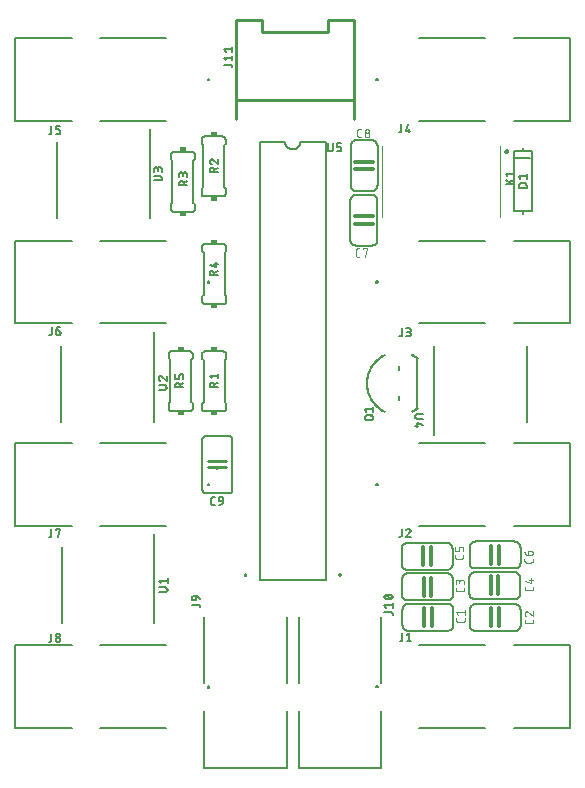
<source format=gto>
G04 EAGLE Gerber RS-274X export*
G75*
%MOMM*%
%FSLAX34Y34*%
%LPD*%
%INSilkscreen Top*%
%IPPOS*%
%AMOC8*
5,1,8,0,0,1.08239X$1,22.5*%
G01*
%ADD10C,0.152400*%
%ADD11R,0.508000X0.381000*%
%ADD12C,0.127000*%
%ADD13C,0.100000*%
%ADD14C,0.254000*%
%ADD15C,0.200000*%
%ADD16C,0.012700*%
%ADD17C,0.203200*%
%ADD18C,0.304800*%
%ADD19C,0.101600*%


D10*
X153170Y507260D02*
X153168Y507360D01*
X153162Y507459D01*
X153152Y507559D01*
X153139Y507657D01*
X153121Y507756D01*
X153100Y507853D01*
X153075Y507949D01*
X153046Y508045D01*
X153013Y508139D01*
X152977Y508232D01*
X152937Y508323D01*
X152893Y508413D01*
X152846Y508501D01*
X152796Y508587D01*
X152742Y508671D01*
X152685Y508753D01*
X152625Y508832D01*
X152561Y508910D01*
X152495Y508984D01*
X152426Y509056D01*
X152354Y509125D01*
X152280Y509191D01*
X152202Y509255D01*
X152123Y509315D01*
X152041Y509372D01*
X151957Y509426D01*
X151871Y509476D01*
X151783Y509523D01*
X151693Y509567D01*
X151602Y509607D01*
X151509Y509643D01*
X151415Y509676D01*
X151319Y509705D01*
X151223Y509730D01*
X151126Y509751D01*
X151027Y509769D01*
X150929Y509782D01*
X150829Y509792D01*
X150730Y509798D01*
X150630Y509800D01*
X135390Y509800D02*
X135290Y509798D01*
X135191Y509792D01*
X135091Y509782D01*
X134993Y509769D01*
X134894Y509751D01*
X134797Y509730D01*
X134701Y509705D01*
X134605Y509676D01*
X134511Y509643D01*
X134418Y509607D01*
X134327Y509567D01*
X134237Y509523D01*
X134149Y509476D01*
X134063Y509426D01*
X133979Y509372D01*
X133897Y509315D01*
X133818Y509255D01*
X133740Y509191D01*
X133666Y509125D01*
X133594Y509056D01*
X133525Y508984D01*
X133459Y508910D01*
X133395Y508832D01*
X133335Y508753D01*
X133278Y508671D01*
X133224Y508587D01*
X133174Y508501D01*
X133127Y508413D01*
X133083Y508323D01*
X133043Y508232D01*
X133007Y508139D01*
X132974Y508045D01*
X132945Y507949D01*
X132920Y507853D01*
X132899Y507756D01*
X132881Y507657D01*
X132868Y507559D01*
X132858Y507459D01*
X132852Y507360D01*
X132850Y507260D01*
X132850Y461540D02*
X132852Y461440D01*
X132858Y461341D01*
X132868Y461241D01*
X132881Y461143D01*
X132899Y461044D01*
X132920Y460947D01*
X132945Y460851D01*
X132974Y460755D01*
X133007Y460661D01*
X133043Y460568D01*
X133083Y460477D01*
X133127Y460387D01*
X133174Y460299D01*
X133224Y460213D01*
X133278Y460129D01*
X133335Y460047D01*
X133395Y459968D01*
X133459Y459890D01*
X133525Y459816D01*
X133594Y459744D01*
X133666Y459675D01*
X133740Y459609D01*
X133818Y459545D01*
X133897Y459485D01*
X133979Y459428D01*
X134063Y459374D01*
X134149Y459324D01*
X134237Y459277D01*
X134327Y459233D01*
X134418Y459193D01*
X134511Y459157D01*
X134605Y459124D01*
X134701Y459095D01*
X134797Y459070D01*
X134894Y459049D01*
X134993Y459031D01*
X135091Y459018D01*
X135191Y459008D01*
X135290Y459002D01*
X135390Y459000D01*
X150630Y459000D02*
X150730Y459002D01*
X150829Y459008D01*
X150929Y459018D01*
X151027Y459031D01*
X151126Y459049D01*
X151223Y459070D01*
X151319Y459095D01*
X151415Y459124D01*
X151509Y459157D01*
X151602Y459193D01*
X151693Y459233D01*
X151783Y459277D01*
X151871Y459324D01*
X151957Y459374D01*
X152041Y459428D01*
X152123Y459485D01*
X152202Y459545D01*
X152280Y459609D01*
X152354Y459675D01*
X152426Y459744D01*
X152495Y459816D01*
X152561Y459890D01*
X152625Y459968D01*
X152685Y460047D01*
X152742Y460129D01*
X152796Y460213D01*
X152846Y460299D01*
X152893Y460387D01*
X152937Y460477D01*
X152977Y460568D01*
X153013Y460661D01*
X153046Y460755D01*
X153075Y460851D01*
X153100Y460947D01*
X153121Y461044D01*
X153139Y461143D01*
X153152Y461241D01*
X153162Y461341D01*
X153168Y461440D01*
X153170Y461540D01*
X150630Y509800D02*
X135390Y509800D01*
X153170Y507260D02*
X153170Y503450D01*
X151900Y502180D01*
X132850Y503450D02*
X132850Y507260D01*
X132850Y503450D02*
X134120Y502180D01*
X151900Y466620D02*
X153170Y465350D01*
X151900Y466620D02*
X151900Y502180D01*
X134120Y466620D02*
X132850Y465350D01*
X134120Y466620D02*
X134120Y502180D01*
X153170Y465350D02*
X153170Y461540D01*
X132850Y461540D02*
X132850Y465350D01*
X135390Y459000D02*
X150630Y459000D01*
D11*
X143010Y457095D03*
X143010Y511705D03*
D12*
X139755Y479369D02*
X146613Y479369D01*
X139755Y479369D02*
X139755Y481274D01*
X139757Y481359D01*
X139763Y481445D01*
X139772Y481530D01*
X139786Y481614D01*
X139803Y481698D01*
X139824Y481781D01*
X139848Y481863D01*
X139876Y481943D01*
X139908Y482023D01*
X139944Y482101D01*
X139982Y482177D01*
X140025Y482251D01*
X140070Y482323D01*
X140119Y482394D01*
X140171Y482462D01*
X140225Y482527D01*
X140283Y482590D01*
X140344Y482651D01*
X140407Y482709D01*
X140472Y482763D01*
X140540Y482815D01*
X140611Y482864D01*
X140683Y482909D01*
X140757Y482952D01*
X140833Y482990D01*
X140911Y483026D01*
X140991Y483058D01*
X141071Y483086D01*
X141153Y483110D01*
X141236Y483131D01*
X141320Y483148D01*
X141404Y483162D01*
X141489Y483171D01*
X141575Y483177D01*
X141660Y483179D01*
X141745Y483177D01*
X141831Y483171D01*
X141916Y483162D01*
X142000Y483148D01*
X142084Y483131D01*
X142167Y483110D01*
X142249Y483086D01*
X142329Y483058D01*
X142409Y483026D01*
X142487Y482990D01*
X142563Y482952D01*
X142637Y482909D01*
X142709Y482864D01*
X142780Y482815D01*
X142848Y482763D01*
X142913Y482709D01*
X142976Y482651D01*
X143037Y482590D01*
X143095Y482527D01*
X143149Y482462D01*
X143201Y482394D01*
X143250Y482323D01*
X143295Y482251D01*
X143338Y482177D01*
X143376Y482101D01*
X143412Y482023D01*
X143444Y481943D01*
X143472Y481863D01*
X143496Y481781D01*
X143517Y481698D01*
X143534Y481614D01*
X143548Y481530D01*
X143557Y481445D01*
X143563Y481359D01*
X143565Y481274D01*
X143565Y479369D01*
X143565Y481655D02*
X146613Y483179D01*
X139755Y488711D02*
X139757Y488793D01*
X139763Y488874D01*
X139772Y488955D01*
X139786Y489036D01*
X139803Y489115D01*
X139824Y489194D01*
X139849Y489272D01*
X139878Y489348D01*
X139910Y489423D01*
X139946Y489497D01*
X139985Y489569D01*
X140027Y489638D01*
X140073Y489706D01*
X140122Y489771D01*
X140174Y489834D01*
X140229Y489894D01*
X140287Y489952D01*
X140347Y490007D01*
X140410Y490059D01*
X140475Y490108D01*
X140543Y490154D01*
X140613Y490196D01*
X140684Y490235D01*
X140758Y490271D01*
X140833Y490303D01*
X140909Y490332D01*
X140987Y490357D01*
X141066Y490378D01*
X141145Y490395D01*
X141226Y490409D01*
X141307Y490418D01*
X141388Y490424D01*
X141470Y490426D01*
X139755Y488711D02*
X139757Y488619D01*
X139763Y488527D01*
X139772Y488435D01*
X139786Y488343D01*
X139803Y488253D01*
X139824Y488163D01*
X139849Y488074D01*
X139878Y487986D01*
X139910Y487899D01*
X139946Y487814D01*
X139985Y487731D01*
X140028Y487649D01*
X140074Y487569D01*
X140124Y487491D01*
X140176Y487415D01*
X140232Y487342D01*
X140291Y487271D01*
X140353Y487202D01*
X140418Y487136D01*
X140485Y487073D01*
X140555Y487013D01*
X140627Y486955D01*
X140702Y486901D01*
X140779Y486850D01*
X140858Y486802D01*
X140939Y486758D01*
X141022Y486717D01*
X141106Y486679D01*
X141192Y486645D01*
X141279Y486615D01*
X142804Y489854D02*
X142745Y489913D01*
X142684Y489969D01*
X142621Y490022D01*
X142555Y490073D01*
X142487Y490120D01*
X142417Y490164D01*
X142345Y490205D01*
X142271Y490243D01*
X142196Y490277D01*
X142119Y490308D01*
X142041Y490335D01*
X141961Y490359D01*
X141881Y490380D01*
X141800Y490396D01*
X141718Y490409D01*
X141636Y490419D01*
X141553Y490424D01*
X141470Y490426D01*
X142803Y489854D02*
X146613Y486615D01*
X146613Y490425D01*
D10*
X127250Y494390D02*
X127248Y494490D01*
X127242Y494589D01*
X127232Y494689D01*
X127219Y494787D01*
X127201Y494886D01*
X127180Y494983D01*
X127155Y495079D01*
X127126Y495175D01*
X127093Y495269D01*
X127057Y495362D01*
X127017Y495453D01*
X126973Y495543D01*
X126926Y495631D01*
X126876Y495717D01*
X126822Y495801D01*
X126765Y495883D01*
X126705Y495962D01*
X126641Y496040D01*
X126575Y496114D01*
X126506Y496186D01*
X126434Y496255D01*
X126360Y496321D01*
X126282Y496385D01*
X126203Y496445D01*
X126121Y496502D01*
X126037Y496556D01*
X125951Y496606D01*
X125863Y496653D01*
X125773Y496697D01*
X125682Y496737D01*
X125589Y496773D01*
X125495Y496806D01*
X125399Y496835D01*
X125303Y496860D01*
X125206Y496881D01*
X125107Y496899D01*
X125009Y496912D01*
X124909Y496922D01*
X124810Y496928D01*
X124710Y496930D01*
X109470Y496930D02*
X109370Y496928D01*
X109271Y496922D01*
X109171Y496912D01*
X109073Y496899D01*
X108974Y496881D01*
X108877Y496860D01*
X108781Y496835D01*
X108685Y496806D01*
X108591Y496773D01*
X108498Y496737D01*
X108407Y496697D01*
X108317Y496653D01*
X108229Y496606D01*
X108143Y496556D01*
X108059Y496502D01*
X107977Y496445D01*
X107898Y496385D01*
X107820Y496321D01*
X107746Y496255D01*
X107674Y496186D01*
X107605Y496114D01*
X107539Y496040D01*
X107475Y495962D01*
X107415Y495883D01*
X107358Y495801D01*
X107304Y495717D01*
X107254Y495631D01*
X107207Y495543D01*
X107163Y495453D01*
X107123Y495362D01*
X107087Y495269D01*
X107054Y495175D01*
X107025Y495079D01*
X107000Y494983D01*
X106979Y494886D01*
X106961Y494787D01*
X106948Y494689D01*
X106938Y494589D01*
X106932Y494490D01*
X106930Y494390D01*
X106930Y448670D02*
X106932Y448570D01*
X106938Y448471D01*
X106948Y448371D01*
X106961Y448273D01*
X106979Y448174D01*
X107000Y448077D01*
X107025Y447981D01*
X107054Y447885D01*
X107087Y447791D01*
X107123Y447698D01*
X107163Y447607D01*
X107207Y447517D01*
X107254Y447429D01*
X107304Y447343D01*
X107358Y447259D01*
X107415Y447177D01*
X107475Y447098D01*
X107539Y447020D01*
X107605Y446946D01*
X107674Y446874D01*
X107746Y446805D01*
X107820Y446739D01*
X107898Y446675D01*
X107977Y446615D01*
X108059Y446558D01*
X108143Y446504D01*
X108229Y446454D01*
X108317Y446407D01*
X108407Y446363D01*
X108498Y446323D01*
X108591Y446287D01*
X108685Y446254D01*
X108781Y446225D01*
X108877Y446200D01*
X108974Y446179D01*
X109073Y446161D01*
X109171Y446148D01*
X109271Y446138D01*
X109370Y446132D01*
X109470Y446130D01*
X124710Y446130D02*
X124810Y446132D01*
X124909Y446138D01*
X125009Y446148D01*
X125107Y446161D01*
X125206Y446179D01*
X125303Y446200D01*
X125399Y446225D01*
X125495Y446254D01*
X125589Y446287D01*
X125682Y446323D01*
X125773Y446363D01*
X125863Y446407D01*
X125951Y446454D01*
X126037Y446504D01*
X126121Y446558D01*
X126203Y446615D01*
X126282Y446675D01*
X126360Y446739D01*
X126434Y446805D01*
X126506Y446874D01*
X126575Y446946D01*
X126641Y447020D01*
X126705Y447098D01*
X126765Y447177D01*
X126822Y447259D01*
X126876Y447343D01*
X126926Y447429D01*
X126973Y447517D01*
X127017Y447607D01*
X127057Y447698D01*
X127093Y447791D01*
X127126Y447885D01*
X127155Y447981D01*
X127180Y448077D01*
X127201Y448174D01*
X127219Y448273D01*
X127232Y448371D01*
X127242Y448471D01*
X127248Y448570D01*
X127250Y448670D01*
X124710Y496930D02*
X109470Y496930D01*
X127250Y494390D02*
X127250Y490580D01*
X125980Y489310D01*
X106930Y490580D02*
X106930Y494390D01*
X106930Y490580D02*
X108200Y489310D01*
X125980Y453750D02*
X127250Y452480D01*
X125980Y453750D02*
X125980Y489310D01*
X108200Y453750D02*
X106930Y452480D01*
X108200Y453750D02*
X108200Y489310D01*
X127250Y452480D02*
X127250Y448670D01*
X106930Y448670D02*
X106930Y452480D01*
X109470Y446130D02*
X124710Y446130D01*
D11*
X117090Y444225D03*
X117090Y498835D03*
D12*
X113975Y468299D02*
X120833Y468299D01*
X113975Y468299D02*
X113975Y470204D01*
X113977Y470289D01*
X113983Y470375D01*
X113992Y470460D01*
X114006Y470544D01*
X114023Y470628D01*
X114044Y470711D01*
X114068Y470793D01*
X114096Y470873D01*
X114128Y470953D01*
X114164Y471031D01*
X114202Y471107D01*
X114245Y471181D01*
X114290Y471253D01*
X114339Y471324D01*
X114391Y471392D01*
X114445Y471457D01*
X114503Y471520D01*
X114564Y471581D01*
X114627Y471639D01*
X114692Y471693D01*
X114760Y471745D01*
X114831Y471794D01*
X114903Y471839D01*
X114977Y471882D01*
X115053Y471920D01*
X115131Y471956D01*
X115211Y471988D01*
X115291Y472016D01*
X115373Y472040D01*
X115456Y472061D01*
X115540Y472078D01*
X115624Y472092D01*
X115709Y472101D01*
X115795Y472107D01*
X115880Y472109D01*
X115965Y472107D01*
X116051Y472101D01*
X116136Y472092D01*
X116220Y472078D01*
X116304Y472061D01*
X116387Y472040D01*
X116469Y472016D01*
X116549Y471988D01*
X116629Y471956D01*
X116707Y471920D01*
X116783Y471882D01*
X116857Y471839D01*
X116929Y471794D01*
X117000Y471745D01*
X117068Y471693D01*
X117133Y471639D01*
X117196Y471581D01*
X117257Y471520D01*
X117315Y471457D01*
X117369Y471392D01*
X117421Y471324D01*
X117470Y471253D01*
X117515Y471181D01*
X117558Y471107D01*
X117596Y471031D01*
X117632Y470953D01*
X117664Y470873D01*
X117692Y470793D01*
X117716Y470711D01*
X117737Y470628D01*
X117754Y470544D01*
X117768Y470460D01*
X117777Y470375D01*
X117783Y470289D01*
X117785Y470204D01*
X117785Y468299D01*
X117785Y470585D02*
X120833Y472109D01*
X120833Y475545D02*
X120833Y477450D01*
X120831Y477535D01*
X120825Y477621D01*
X120816Y477706D01*
X120802Y477790D01*
X120785Y477874D01*
X120764Y477957D01*
X120740Y478039D01*
X120712Y478119D01*
X120680Y478199D01*
X120644Y478277D01*
X120606Y478353D01*
X120563Y478427D01*
X120518Y478499D01*
X120469Y478570D01*
X120417Y478638D01*
X120363Y478703D01*
X120305Y478766D01*
X120244Y478827D01*
X120181Y478885D01*
X120116Y478939D01*
X120048Y478991D01*
X119977Y479040D01*
X119905Y479085D01*
X119831Y479128D01*
X119755Y479166D01*
X119677Y479202D01*
X119597Y479234D01*
X119517Y479262D01*
X119435Y479286D01*
X119352Y479307D01*
X119268Y479324D01*
X119184Y479338D01*
X119099Y479347D01*
X119013Y479353D01*
X118928Y479355D01*
X118843Y479353D01*
X118757Y479347D01*
X118672Y479338D01*
X118588Y479324D01*
X118504Y479307D01*
X118421Y479286D01*
X118339Y479262D01*
X118259Y479234D01*
X118179Y479202D01*
X118101Y479166D01*
X118025Y479128D01*
X117951Y479085D01*
X117879Y479040D01*
X117808Y478991D01*
X117740Y478939D01*
X117675Y478885D01*
X117612Y478827D01*
X117551Y478766D01*
X117493Y478703D01*
X117439Y478638D01*
X117387Y478570D01*
X117338Y478499D01*
X117293Y478427D01*
X117250Y478353D01*
X117212Y478277D01*
X117176Y478199D01*
X117144Y478119D01*
X117116Y478039D01*
X117092Y477957D01*
X117071Y477874D01*
X117054Y477790D01*
X117040Y477706D01*
X117031Y477621D01*
X117025Y477535D01*
X117023Y477450D01*
X113975Y477831D02*
X113975Y475545D01*
X113975Y477831D02*
X113977Y477908D01*
X113983Y477985D01*
X113993Y478062D01*
X114006Y478138D01*
X114024Y478213D01*
X114045Y478287D01*
X114070Y478360D01*
X114099Y478432D01*
X114131Y478502D01*
X114166Y478571D01*
X114206Y478637D01*
X114248Y478702D01*
X114294Y478764D01*
X114343Y478824D01*
X114394Y478881D01*
X114449Y478936D01*
X114506Y478987D01*
X114566Y479036D01*
X114628Y479082D01*
X114693Y479124D01*
X114759Y479164D01*
X114828Y479199D01*
X114898Y479231D01*
X114970Y479260D01*
X115043Y479285D01*
X115117Y479306D01*
X115192Y479324D01*
X115268Y479337D01*
X115345Y479347D01*
X115422Y479353D01*
X115499Y479355D01*
X115576Y479353D01*
X115653Y479347D01*
X115730Y479337D01*
X115806Y479324D01*
X115881Y479306D01*
X115955Y479285D01*
X116028Y479260D01*
X116100Y479231D01*
X116170Y479199D01*
X116239Y479164D01*
X116305Y479124D01*
X116370Y479082D01*
X116432Y479036D01*
X116492Y478987D01*
X116549Y478936D01*
X116604Y478881D01*
X116655Y478824D01*
X116704Y478764D01*
X116750Y478702D01*
X116792Y478637D01*
X116832Y478571D01*
X116867Y478502D01*
X116899Y478432D01*
X116928Y478360D01*
X116953Y478287D01*
X116974Y478213D01*
X116992Y478138D01*
X117005Y478062D01*
X117015Y477985D01*
X117021Y477908D01*
X117023Y477831D01*
X117023Y476307D01*
D10*
X122790Y328140D02*
X122890Y328138D01*
X122989Y328132D01*
X123089Y328122D01*
X123187Y328109D01*
X123286Y328091D01*
X123383Y328070D01*
X123479Y328045D01*
X123575Y328016D01*
X123669Y327983D01*
X123762Y327947D01*
X123853Y327907D01*
X123943Y327863D01*
X124031Y327816D01*
X124117Y327766D01*
X124201Y327712D01*
X124283Y327655D01*
X124362Y327595D01*
X124440Y327531D01*
X124514Y327465D01*
X124586Y327396D01*
X124655Y327324D01*
X124721Y327250D01*
X124785Y327172D01*
X124845Y327093D01*
X124902Y327011D01*
X124956Y326927D01*
X125006Y326841D01*
X125053Y326753D01*
X125097Y326663D01*
X125137Y326572D01*
X125173Y326479D01*
X125206Y326385D01*
X125235Y326289D01*
X125260Y326193D01*
X125281Y326096D01*
X125299Y325997D01*
X125312Y325899D01*
X125322Y325799D01*
X125328Y325700D01*
X125330Y325600D01*
X107550Y328140D02*
X107450Y328138D01*
X107351Y328132D01*
X107251Y328122D01*
X107153Y328109D01*
X107054Y328091D01*
X106957Y328070D01*
X106861Y328045D01*
X106765Y328016D01*
X106671Y327983D01*
X106578Y327947D01*
X106487Y327907D01*
X106397Y327863D01*
X106309Y327816D01*
X106223Y327766D01*
X106139Y327712D01*
X106057Y327655D01*
X105978Y327595D01*
X105900Y327531D01*
X105826Y327465D01*
X105754Y327396D01*
X105685Y327324D01*
X105619Y327250D01*
X105555Y327172D01*
X105495Y327093D01*
X105438Y327011D01*
X105384Y326927D01*
X105334Y326841D01*
X105287Y326753D01*
X105243Y326663D01*
X105203Y326572D01*
X105167Y326479D01*
X105134Y326385D01*
X105105Y326289D01*
X105080Y326193D01*
X105059Y326096D01*
X105041Y325997D01*
X105028Y325899D01*
X105018Y325799D01*
X105012Y325700D01*
X105010Y325600D01*
X105010Y279880D02*
X105012Y279780D01*
X105018Y279681D01*
X105028Y279581D01*
X105041Y279483D01*
X105059Y279384D01*
X105080Y279287D01*
X105105Y279191D01*
X105134Y279095D01*
X105167Y279001D01*
X105203Y278908D01*
X105243Y278817D01*
X105287Y278727D01*
X105334Y278639D01*
X105384Y278553D01*
X105438Y278469D01*
X105495Y278387D01*
X105555Y278308D01*
X105619Y278230D01*
X105685Y278156D01*
X105754Y278084D01*
X105826Y278015D01*
X105900Y277949D01*
X105978Y277885D01*
X106057Y277825D01*
X106139Y277768D01*
X106223Y277714D01*
X106309Y277664D01*
X106397Y277617D01*
X106487Y277573D01*
X106578Y277533D01*
X106671Y277497D01*
X106765Y277464D01*
X106861Y277435D01*
X106957Y277410D01*
X107054Y277389D01*
X107153Y277371D01*
X107251Y277358D01*
X107351Y277348D01*
X107450Y277342D01*
X107550Y277340D01*
X122790Y277340D02*
X122890Y277342D01*
X122989Y277348D01*
X123089Y277358D01*
X123187Y277371D01*
X123286Y277389D01*
X123383Y277410D01*
X123479Y277435D01*
X123575Y277464D01*
X123669Y277497D01*
X123762Y277533D01*
X123853Y277573D01*
X123943Y277617D01*
X124031Y277664D01*
X124117Y277714D01*
X124201Y277768D01*
X124283Y277825D01*
X124362Y277885D01*
X124440Y277949D01*
X124514Y278015D01*
X124586Y278084D01*
X124655Y278156D01*
X124721Y278230D01*
X124785Y278308D01*
X124845Y278387D01*
X124902Y278469D01*
X124956Y278553D01*
X125006Y278639D01*
X125053Y278727D01*
X125097Y278817D01*
X125137Y278908D01*
X125173Y279001D01*
X125206Y279095D01*
X125235Y279191D01*
X125260Y279287D01*
X125281Y279384D01*
X125299Y279483D01*
X125312Y279581D01*
X125322Y279681D01*
X125328Y279780D01*
X125330Y279880D01*
X122790Y328140D02*
X107550Y328140D01*
X125330Y325600D02*
X125330Y321790D01*
X124060Y320520D01*
X105010Y321790D02*
X105010Y325600D01*
X105010Y321790D02*
X106280Y320520D01*
X124060Y284960D02*
X125330Y283690D01*
X124060Y284960D02*
X124060Y320520D01*
X106280Y284960D02*
X105010Y283690D01*
X106280Y284960D02*
X106280Y320520D01*
X125330Y283690D02*
X125330Y279880D01*
X105010Y279880D02*
X105010Y283690D01*
X107550Y277340D02*
X122790Y277340D01*
D11*
X115170Y275435D03*
X115170Y330045D03*
D12*
X117545Y297332D02*
X110687Y297332D01*
X110687Y299237D01*
X110689Y299322D01*
X110695Y299408D01*
X110704Y299493D01*
X110718Y299577D01*
X110735Y299661D01*
X110756Y299744D01*
X110780Y299826D01*
X110808Y299906D01*
X110840Y299986D01*
X110876Y300064D01*
X110914Y300140D01*
X110957Y300214D01*
X111002Y300286D01*
X111051Y300357D01*
X111103Y300425D01*
X111157Y300490D01*
X111215Y300553D01*
X111276Y300614D01*
X111339Y300672D01*
X111404Y300726D01*
X111472Y300778D01*
X111543Y300827D01*
X111615Y300872D01*
X111689Y300915D01*
X111765Y300953D01*
X111843Y300989D01*
X111923Y301021D01*
X112003Y301049D01*
X112085Y301073D01*
X112168Y301094D01*
X112252Y301111D01*
X112336Y301125D01*
X112421Y301134D01*
X112507Y301140D01*
X112592Y301142D01*
X112677Y301140D01*
X112763Y301134D01*
X112848Y301125D01*
X112932Y301111D01*
X113016Y301094D01*
X113099Y301073D01*
X113181Y301049D01*
X113261Y301021D01*
X113341Y300989D01*
X113419Y300953D01*
X113495Y300915D01*
X113569Y300872D01*
X113641Y300827D01*
X113712Y300778D01*
X113780Y300726D01*
X113845Y300672D01*
X113908Y300614D01*
X113969Y300553D01*
X114027Y300490D01*
X114081Y300425D01*
X114133Y300357D01*
X114182Y300286D01*
X114227Y300214D01*
X114270Y300140D01*
X114308Y300064D01*
X114344Y299986D01*
X114376Y299906D01*
X114404Y299826D01*
X114428Y299744D01*
X114449Y299661D01*
X114466Y299577D01*
X114480Y299493D01*
X114489Y299408D01*
X114495Y299322D01*
X114497Y299237D01*
X114497Y297332D01*
X114497Y299618D02*
X117545Y301142D01*
X117545Y304578D02*
X117545Y306864D01*
X117543Y306941D01*
X117537Y307018D01*
X117527Y307095D01*
X117514Y307171D01*
X117496Y307246D01*
X117475Y307320D01*
X117450Y307393D01*
X117421Y307465D01*
X117389Y307535D01*
X117354Y307604D01*
X117314Y307670D01*
X117272Y307735D01*
X117226Y307797D01*
X117177Y307857D01*
X117126Y307914D01*
X117071Y307969D01*
X117014Y308020D01*
X116954Y308069D01*
X116892Y308115D01*
X116827Y308157D01*
X116761Y308197D01*
X116692Y308232D01*
X116622Y308264D01*
X116550Y308293D01*
X116477Y308318D01*
X116403Y308339D01*
X116328Y308357D01*
X116252Y308370D01*
X116175Y308380D01*
X116098Y308386D01*
X116021Y308388D01*
X115259Y308388D01*
X115182Y308386D01*
X115105Y308380D01*
X115028Y308370D01*
X114952Y308357D01*
X114877Y308339D01*
X114803Y308318D01*
X114730Y308293D01*
X114658Y308264D01*
X114588Y308232D01*
X114519Y308197D01*
X114453Y308157D01*
X114388Y308115D01*
X114326Y308069D01*
X114266Y308020D01*
X114209Y307969D01*
X114154Y307914D01*
X114103Y307857D01*
X114054Y307797D01*
X114008Y307735D01*
X113966Y307670D01*
X113926Y307604D01*
X113891Y307535D01*
X113859Y307465D01*
X113830Y307393D01*
X113805Y307320D01*
X113784Y307246D01*
X113766Y307171D01*
X113753Y307095D01*
X113743Y307018D01*
X113737Y306941D01*
X113735Y306864D01*
X113735Y304578D01*
X110687Y304578D01*
X110687Y308388D01*
D13*
X285910Y441720D02*
X285910Y501720D01*
X385910Y501720D02*
X385910Y441720D01*
D14*
X390020Y497120D02*
X390022Y497061D01*
X390028Y497002D01*
X390037Y496943D01*
X390051Y496886D01*
X390068Y496829D01*
X390089Y496774D01*
X390113Y496720D01*
X390141Y496668D01*
X390173Y496617D01*
X390207Y496569D01*
X390245Y496523D01*
X390285Y496480D01*
X390328Y496440D01*
X390374Y496402D01*
X390422Y496368D01*
X390473Y496336D01*
X390525Y496308D01*
X390579Y496284D01*
X390634Y496263D01*
X390691Y496246D01*
X390748Y496232D01*
X390807Y496223D01*
X390866Y496217D01*
X390925Y496215D01*
X390984Y496217D01*
X391043Y496223D01*
X391102Y496232D01*
X391159Y496246D01*
X391216Y496263D01*
X391271Y496284D01*
X391325Y496308D01*
X391378Y496336D01*
X391428Y496368D01*
X391476Y496402D01*
X391522Y496440D01*
X391565Y496480D01*
X391605Y496523D01*
X391643Y496569D01*
X391677Y496617D01*
X391709Y496668D01*
X391737Y496720D01*
X391761Y496774D01*
X391782Y496829D01*
X391799Y496886D01*
X391813Y496943D01*
X391822Y497002D01*
X391828Y497061D01*
X391830Y497120D01*
X391828Y497179D01*
X391822Y497238D01*
X391813Y497297D01*
X391799Y497354D01*
X391782Y497411D01*
X391761Y497466D01*
X391737Y497520D01*
X391709Y497573D01*
X391677Y497623D01*
X391643Y497671D01*
X391605Y497717D01*
X391565Y497760D01*
X391522Y497800D01*
X391476Y497838D01*
X391428Y497872D01*
X391378Y497904D01*
X391325Y497932D01*
X391271Y497956D01*
X391216Y497977D01*
X391159Y497994D01*
X391102Y498008D01*
X391043Y498017D01*
X390984Y498023D01*
X390925Y498025D01*
X390866Y498023D01*
X390807Y498017D01*
X390748Y498008D01*
X390691Y497994D01*
X390634Y497977D01*
X390579Y497956D01*
X390525Y497932D01*
X390473Y497904D01*
X390422Y497872D01*
X390374Y497838D01*
X390328Y497800D01*
X390285Y497760D01*
X390245Y497717D01*
X390207Y497671D01*
X390173Y497623D01*
X390141Y497573D01*
X390113Y497520D01*
X390089Y497466D01*
X390068Y497411D01*
X390051Y497354D01*
X390037Y497297D01*
X390028Y497238D01*
X390022Y497179D01*
X390020Y497120D01*
D12*
X390231Y469439D02*
X397089Y469439D01*
X394422Y469439D02*
X390231Y473249D01*
X392898Y470963D02*
X397089Y473249D01*
X391755Y476351D02*
X390231Y478256D01*
X397089Y478256D01*
X397089Y476351D02*
X397089Y480161D01*
D15*
X92783Y173550D02*
X92783Y97850D01*
X14283Y97850D02*
X14283Y162350D01*
D12*
X97154Y124315D02*
X102107Y124315D01*
X102192Y124317D01*
X102278Y124323D01*
X102363Y124332D01*
X102447Y124346D01*
X102531Y124363D01*
X102614Y124384D01*
X102696Y124408D01*
X102776Y124436D01*
X102856Y124468D01*
X102934Y124504D01*
X103010Y124542D01*
X103084Y124585D01*
X103156Y124630D01*
X103227Y124679D01*
X103295Y124731D01*
X103360Y124785D01*
X103423Y124843D01*
X103484Y124904D01*
X103542Y124967D01*
X103596Y125032D01*
X103648Y125100D01*
X103697Y125171D01*
X103742Y125243D01*
X103785Y125317D01*
X103823Y125393D01*
X103859Y125471D01*
X103891Y125551D01*
X103919Y125631D01*
X103943Y125713D01*
X103964Y125796D01*
X103981Y125880D01*
X103995Y125964D01*
X104004Y126049D01*
X104010Y126135D01*
X104012Y126220D01*
X104010Y126305D01*
X104004Y126391D01*
X103995Y126476D01*
X103981Y126560D01*
X103964Y126644D01*
X103943Y126727D01*
X103919Y126809D01*
X103891Y126889D01*
X103859Y126969D01*
X103823Y127047D01*
X103785Y127123D01*
X103742Y127197D01*
X103697Y127269D01*
X103648Y127340D01*
X103596Y127408D01*
X103542Y127473D01*
X103484Y127536D01*
X103423Y127597D01*
X103360Y127655D01*
X103295Y127709D01*
X103227Y127761D01*
X103156Y127810D01*
X103084Y127855D01*
X103010Y127898D01*
X102934Y127936D01*
X102856Y127972D01*
X102776Y128004D01*
X102696Y128032D01*
X102614Y128056D01*
X102531Y128077D01*
X102447Y128094D01*
X102363Y128108D01*
X102278Y128117D01*
X102192Y128123D01*
X102107Y128125D01*
X97154Y128125D01*
X98678Y131875D02*
X97154Y133780D01*
X104012Y133780D01*
X104012Y131875D02*
X104012Y135685D01*
D15*
X-25000Y78800D02*
X-25000Y8800D01*
X-25000Y78800D02*
X23000Y78800D01*
X47000Y78800D02*
X103000Y78800D01*
X103000Y8800D02*
X47000Y8800D01*
X23000Y8800D02*
X-25000Y8800D01*
X138006Y43790D02*
X138008Y43843D01*
X138014Y43897D01*
X138024Y43949D01*
X138037Y44001D01*
X138055Y44052D01*
X138076Y44101D01*
X138101Y44148D01*
X138129Y44194D01*
X138160Y44237D01*
X138195Y44278D01*
X138232Y44316D01*
X138273Y44351D01*
X138315Y44383D01*
X138360Y44412D01*
X138407Y44438D01*
X138456Y44460D01*
X138506Y44479D01*
X138558Y44493D01*
X138610Y44504D01*
X138663Y44511D01*
X138717Y44514D01*
X138770Y44513D01*
X138823Y44508D01*
X138876Y44499D01*
X138928Y44486D01*
X138979Y44470D01*
X139029Y44450D01*
X139076Y44426D01*
X139122Y44398D01*
X139166Y44368D01*
X139208Y44334D01*
X139247Y44297D01*
X139283Y44258D01*
X139316Y44216D01*
X139346Y44171D01*
X139372Y44125D01*
X139395Y44076D01*
X139414Y44026D01*
X139430Y43975D01*
X139442Y43923D01*
X139450Y43870D01*
X139454Y43817D01*
X139454Y43763D01*
X139450Y43710D01*
X139442Y43657D01*
X139430Y43605D01*
X139414Y43554D01*
X139395Y43504D01*
X139372Y43455D01*
X139346Y43409D01*
X139316Y43364D01*
X139283Y43322D01*
X139247Y43283D01*
X139208Y43246D01*
X139166Y43212D01*
X139122Y43182D01*
X139076Y43154D01*
X139029Y43130D01*
X138979Y43110D01*
X138928Y43094D01*
X138876Y43081D01*
X138823Y43072D01*
X138770Y43067D01*
X138717Y43066D01*
X138663Y43069D01*
X138610Y43076D01*
X138558Y43087D01*
X138506Y43101D01*
X138456Y43120D01*
X138407Y43142D01*
X138360Y43168D01*
X138315Y43197D01*
X138273Y43229D01*
X138232Y43264D01*
X138195Y43302D01*
X138160Y43343D01*
X138129Y43386D01*
X138101Y43432D01*
X138076Y43479D01*
X138055Y43528D01*
X138037Y43579D01*
X138024Y43631D01*
X138014Y43683D01*
X138008Y43737D01*
X138006Y43790D01*
D12*
X5615Y83573D02*
X5615Y88907D01*
X5615Y83573D02*
X5613Y83496D01*
X5607Y83419D01*
X5597Y83342D01*
X5584Y83266D01*
X5566Y83191D01*
X5545Y83117D01*
X5520Y83044D01*
X5491Y82972D01*
X5459Y82902D01*
X5424Y82833D01*
X5384Y82767D01*
X5342Y82702D01*
X5296Y82640D01*
X5247Y82580D01*
X5196Y82523D01*
X5141Y82468D01*
X5084Y82417D01*
X5024Y82368D01*
X4962Y82322D01*
X4897Y82280D01*
X4831Y82240D01*
X4762Y82205D01*
X4692Y82173D01*
X4620Y82144D01*
X4547Y82119D01*
X4473Y82098D01*
X4398Y82080D01*
X4322Y82067D01*
X4245Y82057D01*
X4168Y82051D01*
X4091Y82049D01*
X3329Y82049D01*
X9320Y83954D02*
X9322Y84039D01*
X9328Y84125D01*
X9337Y84210D01*
X9351Y84294D01*
X9368Y84378D01*
X9389Y84461D01*
X9413Y84543D01*
X9441Y84623D01*
X9473Y84703D01*
X9509Y84781D01*
X9547Y84857D01*
X9590Y84931D01*
X9635Y85003D01*
X9684Y85074D01*
X9736Y85142D01*
X9790Y85207D01*
X9848Y85270D01*
X9909Y85331D01*
X9972Y85389D01*
X10037Y85443D01*
X10105Y85495D01*
X10176Y85544D01*
X10248Y85589D01*
X10322Y85632D01*
X10398Y85670D01*
X10476Y85706D01*
X10556Y85738D01*
X10636Y85766D01*
X10718Y85790D01*
X10801Y85811D01*
X10885Y85828D01*
X10969Y85842D01*
X11054Y85851D01*
X11140Y85857D01*
X11225Y85859D01*
X11310Y85857D01*
X11396Y85851D01*
X11481Y85842D01*
X11565Y85828D01*
X11649Y85811D01*
X11732Y85790D01*
X11814Y85766D01*
X11894Y85738D01*
X11974Y85706D01*
X12052Y85670D01*
X12128Y85632D01*
X12202Y85589D01*
X12274Y85544D01*
X12345Y85495D01*
X12413Y85443D01*
X12478Y85389D01*
X12541Y85331D01*
X12602Y85270D01*
X12660Y85207D01*
X12714Y85142D01*
X12766Y85074D01*
X12815Y85003D01*
X12860Y84931D01*
X12903Y84857D01*
X12941Y84781D01*
X12977Y84703D01*
X13009Y84623D01*
X13037Y84543D01*
X13061Y84461D01*
X13082Y84378D01*
X13099Y84294D01*
X13113Y84210D01*
X13122Y84125D01*
X13128Y84039D01*
X13130Y83954D01*
X13128Y83869D01*
X13122Y83783D01*
X13113Y83698D01*
X13099Y83614D01*
X13082Y83530D01*
X13061Y83447D01*
X13037Y83365D01*
X13009Y83285D01*
X12977Y83205D01*
X12941Y83127D01*
X12903Y83051D01*
X12860Y82977D01*
X12815Y82905D01*
X12766Y82834D01*
X12714Y82766D01*
X12660Y82701D01*
X12602Y82638D01*
X12541Y82577D01*
X12478Y82519D01*
X12413Y82465D01*
X12345Y82413D01*
X12274Y82364D01*
X12202Y82319D01*
X12128Y82276D01*
X12052Y82238D01*
X11974Y82202D01*
X11894Y82170D01*
X11814Y82142D01*
X11732Y82118D01*
X11649Y82097D01*
X11565Y82080D01*
X11481Y82066D01*
X11396Y82057D01*
X11310Y82051D01*
X11225Y82049D01*
X11140Y82051D01*
X11054Y82057D01*
X10969Y82066D01*
X10885Y82080D01*
X10801Y82097D01*
X10718Y82118D01*
X10636Y82142D01*
X10556Y82170D01*
X10476Y82202D01*
X10398Y82238D01*
X10322Y82276D01*
X10248Y82319D01*
X10176Y82364D01*
X10105Y82413D01*
X10037Y82465D01*
X9972Y82519D01*
X9909Y82577D01*
X9848Y82638D01*
X9790Y82701D01*
X9736Y82766D01*
X9684Y82834D01*
X9635Y82905D01*
X9590Y82977D01*
X9547Y83051D01*
X9509Y83127D01*
X9473Y83205D01*
X9441Y83285D01*
X9413Y83365D01*
X9389Y83447D01*
X9368Y83530D01*
X9351Y83614D01*
X9337Y83698D01*
X9328Y83783D01*
X9322Y83869D01*
X9320Y83954D01*
X9701Y87383D02*
X9703Y87460D01*
X9709Y87537D01*
X9719Y87614D01*
X9732Y87690D01*
X9750Y87765D01*
X9771Y87839D01*
X9796Y87912D01*
X9825Y87984D01*
X9857Y88054D01*
X9892Y88123D01*
X9932Y88189D01*
X9974Y88254D01*
X10020Y88316D01*
X10069Y88376D01*
X10120Y88433D01*
X10175Y88488D01*
X10232Y88539D01*
X10292Y88588D01*
X10354Y88634D01*
X10419Y88676D01*
X10485Y88716D01*
X10554Y88751D01*
X10624Y88783D01*
X10696Y88812D01*
X10769Y88837D01*
X10843Y88858D01*
X10918Y88876D01*
X10994Y88889D01*
X11071Y88899D01*
X11148Y88905D01*
X11225Y88907D01*
X11302Y88905D01*
X11379Y88899D01*
X11456Y88889D01*
X11532Y88876D01*
X11607Y88858D01*
X11681Y88837D01*
X11754Y88812D01*
X11826Y88783D01*
X11896Y88751D01*
X11965Y88716D01*
X12031Y88676D01*
X12096Y88634D01*
X12158Y88588D01*
X12218Y88539D01*
X12275Y88488D01*
X12330Y88433D01*
X12381Y88376D01*
X12430Y88316D01*
X12476Y88254D01*
X12518Y88189D01*
X12558Y88123D01*
X12593Y88054D01*
X12625Y87984D01*
X12654Y87912D01*
X12679Y87839D01*
X12700Y87765D01*
X12718Y87690D01*
X12731Y87614D01*
X12741Y87537D01*
X12747Y87460D01*
X12749Y87383D01*
X12747Y87306D01*
X12741Y87229D01*
X12731Y87152D01*
X12718Y87076D01*
X12700Y87001D01*
X12679Y86927D01*
X12654Y86854D01*
X12625Y86782D01*
X12593Y86712D01*
X12558Y86643D01*
X12518Y86577D01*
X12476Y86512D01*
X12430Y86450D01*
X12381Y86390D01*
X12330Y86333D01*
X12275Y86278D01*
X12218Y86227D01*
X12158Y86178D01*
X12096Y86132D01*
X12031Y86090D01*
X11965Y86050D01*
X11896Y86015D01*
X11826Y85983D01*
X11754Y85954D01*
X11681Y85929D01*
X11607Y85908D01*
X11532Y85890D01*
X11456Y85877D01*
X11379Y85867D01*
X11302Y85861D01*
X11225Y85859D01*
X11148Y85861D01*
X11071Y85867D01*
X10994Y85877D01*
X10918Y85890D01*
X10843Y85908D01*
X10769Y85929D01*
X10696Y85954D01*
X10624Y85983D01*
X10554Y86015D01*
X10485Y86050D01*
X10419Y86090D01*
X10354Y86132D01*
X10292Y86178D01*
X10232Y86227D01*
X10175Y86278D01*
X10120Y86333D01*
X10069Y86390D01*
X10020Y86450D01*
X9974Y86512D01*
X9932Y86577D01*
X9892Y86643D01*
X9857Y86712D01*
X9825Y86782D01*
X9796Y86854D01*
X9771Y86927D01*
X9750Y87001D01*
X9732Y87076D01*
X9719Y87152D01*
X9709Y87229D01*
X9703Y87306D01*
X9701Y87383D01*
D15*
X445000Y523000D02*
X445000Y593000D01*
X445000Y523000D02*
X397000Y523000D01*
X373000Y523000D02*
X317000Y523000D01*
X317000Y593000D02*
X373000Y593000D01*
X397000Y593000D02*
X445000Y593000D01*
X280546Y558010D02*
X280548Y558063D01*
X280554Y558117D01*
X280564Y558169D01*
X280577Y558221D01*
X280595Y558272D01*
X280616Y558321D01*
X280641Y558368D01*
X280669Y558414D01*
X280700Y558457D01*
X280735Y558498D01*
X280772Y558536D01*
X280813Y558571D01*
X280855Y558603D01*
X280900Y558632D01*
X280947Y558658D01*
X280996Y558680D01*
X281046Y558699D01*
X281098Y558713D01*
X281150Y558724D01*
X281203Y558731D01*
X281257Y558734D01*
X281310Y558733D01*
X281363Y558728D01*
X281416Y558719D01*
X281468Y558706D01*
X281519Y558690D01*
X281569Y558670D01*
X281616Y558646D01*
X281662Y558618D01*
X281706Y558588D01*
X281748Y558554D01*
X281787Y558517D01*
X281823Y558478D01*
X281856Y558436D01*
X281886Y558391D01*
X281912Y558345D01*
X281935Y558296D01*
X281954Y558246D01*
X281970Y558195D01*
X281982Y558143D01*
X281990Y558090D01*
X281994Y558037D01*
X281994Y557983D01*
X281990Y557930D01*
X281982Y557877D01*
X281970Y557825D01*
X281954Y557774D01*
X281935Y557724D01*
X281912Y557675D01*
X281886Y557629D01*
X281856Y557584D01*
X281823Y557542D01*
X281787Y557503D01*
X281748Y557466D01*
X281706Y557432D01*
X281662Y557402D01*
X281616Y557374D01*
X281569Y557350D01*
X281519Y557330D01*
X281468Y557314D01*
X281416Y557301D01*
X281363Y557292D01*
X281310Y557287D01*
X281257Y557286D01*
X281203Y557289D01*
X281150Y557296D01*
X281098Y557307D01*
X281046Y557321D01*
X280996Y557340D01*
X280947Y557362D01*
X280900Y557388D01*
X280855Y557417D01*
X280813Y557449D01*
X280772Y557484D01*
X280735Y557522D01*
X280700Y557563D01*
X280669Y557606D01*
X280641Y557652D01*
X280616Y557699D01*
X280595Y557748D01*
X280577Y557799D01*
X280564Y557851D01*
X280554Y557903D01*
X280548Y557957D01*
X280546Y558010D01*
D12*
X302015Y520007D02*
X302015Y514673D01*
X302013Y514596D01*
X302007Y514519D01*
X301997Y514442D01*
X301984Y514366D01*
X301966Y514291D01*
X301945Y514217D01*
X301920Y514144D01*
X301891Y514072D01*
X301859Y514002D01*
X301824Y513933D01*
X301784Y513867D01*
X301742Y513802D01*
X301696Y513740D01*
X301647Y513680D01*
X301596Y513623D01*
X301541Y513568D01*
X301484Y513517D01*
X301424Y513468D01*
X301362Y513422D01*
X301297Y513380D01*
X301231Y513340D01*
X301162Y513305D01*
X301092Y513273D01*
X301020Y513244D01*
X300947Y513219D01*
X300873Y513198D01*
X300798Y513180D01*
X300722Y513167D01*
X300645Y513157D01*
X300568Y513151D01*
X300491Y513149D01*
X299729Y513149D01*
X305720Y514673D02*
X307244Y520007D01*
X305720Y514673D02*
X309530Y514673D01*
X308387Y516197D02*
X308387Y513149D01*
D15*
X-25000Y250200D02*
X-25000Y180200D01*
X-25000Y250200D02*
X23000Y250200D01*
X47000Y250200D02*
X103000Y250200D01*
X103000Y180200D02*
X47000Y180200D01*
X23000Y180200D02*
X-25000Y180200D01*
X138006Y215190D02*
X138008Y215243D01*
X138014Y215297D01*
X138024Y215349D01*
X138037Y215401D01*
X138055Y215452D01*
X138076Y215501D01*
X138101Y215548D01*
X138129Y215594D01*
X138160Y215637D01*
X138195Y215678D01*
X138232Y215716D01*
X138273Y215751D01*
X138315Y215783D01*
X138360Y215812D01*
X138407Y215838D01*
X138456Y215860D01*
X138506Y215879D01*
X138558Y215893D01*
X138610Y215904D01*
X138663Y215911D01*
X138717Y215914D01*
X138770Y215913D01*
X138823Y215908D01*
X138876Y215899D01*
X138928Y215886D01*
X138979Y215870D01*
X139029Y215850D01*
X139076Y215826D01*
X139122Y215798D01*
X139166Y215768D01*
X139208Y215734D01*
X139247Y215697D01*
X139283Y215658D01*
X139316Y215616D01*
X139346Y215571D01*
X139372Y215525D01*
X139395Y215476D01*
X139414Y215426D01*
X139430Y215375D01*
X139442Y215323D01*
X139450Y215270D01*
X139454Y215217D01*
X139454Y215163D01*
X139450Y215110D01*
X139442Y215057D01*
X139430Y215005D01*
X139414Y214954D01*
X139395Y214904D01*
X139372Y214855D01*
X139346Y214809D01*
X139316Y214764D01*
X139283Y214722D01*
X139247Y214683D01*
X139208Y214646D01*
X139166Y214612D01*
X139122Y214582D01*
X139076Y214554D01*
X139029Y214530D01*
X138979Y214510D01*
X138928Y214494D01*
X138876Y214481D01*
X138823Y214472D01*
X138770Y214467D01*
X138717Y214466D01*
X138663Y214469D01*
X138610Y214476D01*
X138558Y214487D01*
X138506Y214501D01*
X138456Y214520D01*
X138407Y214542D01*
X138360Y214568D01*
X138315Y214597D01*
X138273Y214629D01*
X138232Y214664D01*
X138195Y214702D01*
X138160Y214743D01*
X138129Y214786D01*
X138101Y214832D01*
X138076Y214879D01*
X138055Y214928D01*
X138037Y214979D01*
X138024Y215031D01*
X138014Y215083D01*
X138008Y215137D01*
X138006Y215190D01*
D12*
X5715Y177107D02*
X5715Y171773D01*
X5713Y171696D01*
X5707Y171619D01*
X5697Y171542D01*
X5684Y171466D01*
X5666Y171391D01*
X5645Y171317D01*
X5620Y171244D01*
X5591Y171172D01*
X5559Y171102D01*
X5524Y171033D01*
X5484Y170967D01*
X5442Y170902D01*
X5396Y170840D01*
X5347Y170780D01*
X5296Y170723D01*
X5241Y170668D01*
X5184Y170617D01*
X5124Y170568D01*
X5062Y170522D01*
X4997Y170480D01*
X4931Y170440D01*
X4862Y170405D01*
X4792Y170373D01*
X4720Y170344D01*
X4647Y170319D01*
X4573Y170298D01*
X4498Y170280D01*
X4422Y170267D01*
X4345Y170257D01*
X4268Y170251D01*
X4191Y170249D01*
X3429Y170249D01*
X9420Y176345D02*
X9420Y177107D01*
X13230Y177107D01*
X11325Y170249D01*
D15*
X-25000Y523000D02*
X-25000Y593000D01*
X23000Y593000D01*
X47000Y593000D02*
X103000Y593000D01*
X103000Y523000D02*
X47000Y523000D01*
X23000Y523000D02*
X-25000Y523000D01*
X138006Y557990D02*
X138008Y558043D01*
X138014Y558097D01*
X138024Y558149D01*
X138037Y558201D01*
X138055Y558252D01*
X138076Y558301D01*
X138101Y558348D01*
X138129Y558394D01*
X138160Y558437D01*
X138195Y558478D01*
X138232Y558516D01*
X138273Y558551D01*
X138315Y558583D01*
X138360Y558612D01*
X138407Y558638D01*
X138456Y558660D01*
X138506Y558679D01*
X138558Y558693D01*
X138610Y558704D01*
X138663Y558711D01*
X138717Y558714D01*
X138770Y558713D01*
X138823Y558708D01*
X138876Y558699D01*
X138928Y558686D01*
X138979Y558670D01*
X139029Y558650D01*
X139076Y558626D01*
X139122Y558598D01*
X139166Y558568D01*
X139208Y558534D01*
X139247Y558497D01*
X139283Y558458D01*
X139316Y558416D01*
X139346Y558371D01*
X139372Y558325D01*
X139395Y558276D01*
X139414Y558226D01*
X139430Y558175D01*
X139442Y558123D01*
X139450Y558070D01*
X139454Y558017D01*
X139454Y557963D01*
X139450Y557910D01*
X139442Y557857D01*
X139430Y557805D01*
X139414Y557754D01*
X139395Y557704D01*
X139372Y557655D01*
X139346Y557609D01*
X139316Y557564D01*
X139283Y557522D01*
X139247Y557483D01*
X139208Y557446D01*
X139166Y557412D01*
X139122Y557382D01*
X139076Y557354D01*
X139029Y557330D01*
X138979Y557310D01*
X138928Y557294D01*
X138876Y557281D01*
X138823Y557272D01*
X138770Y557267D01*
X138717Y557266D01*
X138663Y557269D01*
X138610Y557276D01*
X138558Y557287D01*
X138506Y557301D01*
X138456Y557320D01*
X138407Y557342D01*
X138360Y557368D01*
X138315Y557397D01*
X138273Y557429D01*
X138232Y557464D01*
X138195Y557502D01*
X138160Y557543D01*
X138129Y557586D01*
X138101Y557632D01*
X138076Y557679D01*
X138055Y557728D01*
X138037Y557779D01*
X138024Y557831D01*
X138014Y557883D01*
X138008Y557937D01*
X138006Y557990D01*
D12*
X5615Y518707D02*
X5615Y513373D01*
X5613Y513296D01*
X5607Y513219D01*
X5597Y513142D01*
X5584Y513066D01*
X5566Y512991D01*
X5545Y512917D01*
X5520Y512844D01*
X5491Y512772D01*
X5459Y512702D01*
X5424Y512633D01*
X5384Y512567D01*
X5342Y512502D01*
X5296Y512440D01*
X5247Y512380D01*
X5196Y512323D01*
X5141Y512268D01*
X5084Y512217D01*
X5024Y512168D01*
X4962Y512122D01*
X4897Y512080D01*
X4831Y512040D01*
X4762Y512005D01*
X4692Y511973D01*
X4620Y511944D01*
X4547Y511919D01*
X4473Y511898D01*
X4398Y511880D01*
X4322Y511867D01*
X4245Y511857D01*
X4168Y511851D01*
X4091Y511849D01*
X3329Y511849D01*
X9320Y511849D02*
X11606Y511849D01*
X11683Y511851D01*
X11760Y511857D01*
X11837Y511867D01*
X11913Y511880D01*
X11988Y511898D01*
X12062Y511919D01*
X12135Y511944D01*
X12207Y511973D01*
X12277Y512005D01*
X12346Y512040D01*
X12412Y512080D01*
X12477Y512122D01*
X12539Y512168D01*
X12599Y512217D01*
X12656Y512268D01*
X12711Y512323D01*
X12762Y512380D01*
X12811Y512440D01*
X12857Y512502D01*
X12899Y512567D01*
X12939Y512633D01*
X12974Y512702D01*
X13006Y512772D01*
X13035Y512844D01*
X13060Y512917D01*
X13081Y512991D01*
X13099Y513066D01*
X13112Y513142D01*
X13122Y513219D01*
X13128Y513296D01*
X13130Y513373D01*
X13130Y514135D01*
X13128Y514212D01*
X13122Y514289D01*
X13112Y514366D01*
X13099Y514442D01*
X13081Y514517D01*
X13060Y514591D01*
X13035Y514664D01*
X13006Y514736D01*
X12974Y514806D01*
X12939Y514875D01*
X12899Y514941D01*
X12857Y515006D01*
X12811Y515068D01*
X12762Y515128D01*
X12711Y515185D01*
X12656Y515240D01*
X12599Y515291D01*
X12539Y515340D01*
X12477Y515386D01*
X12412Y515428D01*
X12346Y515468D01*
X12277Y515503D01*
X12207Y515535D01*
X12135Y515564D01*
X12062Y515589D01*
X11988Y515610D01*
X11913Y515628D01*
X11837Y515641D01*
X11760Y515651D01*
X11683Y515657D01*
X11606Y515659D01*
X9320Y515659D01*
X9320Y518707D01*
X13130Y518707D01*
D15*
X92717Y343950D02*
X92717Y268250D01*
X14217Y268250D02*
X14217Y332750D01*
D12*
X96418Y295415D02*
X101371Y295415D01*
X101456Y295417D01*
X101542Y295423D01*
X101627Y295432D01*
X101711Y295446D01*
X101795Y295463D01*
X101878Y295484D01*
X101960Y295508D01*
X102040Y295536D01*
X102120Y295568D01*
X102198Y295604D01*
X102274Y295642D01*
X102348Y295685D01*
X102420Y295730D01*
X102491Y295779D01*
X102559Y295831D01*
X102624Y295885D01*
X102687Y295943D01*
X102748Y296004D01*
X102806Y296067D01*
X102860Y296132D01*
X102912Y296200D01*
X102961Y296271D01*
X103006Y296343D01*
X103049Y296417D01*
X103087Y296493D01*
X103123Y296571D01*
X103155Y296651D01*
X103183Y296731D01*
X103207Y296813D01*
X103228Y296896D01*
X103245Y296980D01*
X103259Y297064D01*
X103268Y297149D01*
X103274Y297235D01*
X103276Y297320D01*
X103274Y297405D01*
X103268Y297491D01*
X103259Y297576D01*
X103245Y297660D01*
X103228Y297744D01*
X103207Y297827D01*
X103183Y297909D01*
X103155Y297989D01*
X103123Y298069D01*
X103087Y298147D01*
X103049Y298223D01*
X103006Y298297D01*
X102961Y298369D01*
X102912Y298440D01*
X102860Y298508D01*
X102806Y298573D01*
X102748Y298636D01*
X102687Y298697D01*
X102624Y298755D01*
X102559Y298809D01*
X102491Y298861D01*
X102420Y298910D01*
X102348Y298955D01*
X102274Y298998D01*
X102198Y299036D01*
X102120Y299072D01*
X102040Y299104D01*
X101960Y299132D01*
X101878Y299156D01*
X101795Y299177D01*
X101711Y299194D01*
X101627Y299208D01*
X101542Y299217D01*
X101456Y299223D01*
X101371Y299225D01*
X96418Y299225D01*
X96417Y305070D02*
X96419Y305152D01*
X96425Y305233D01*
X96434Y305314D01*
X96448Y305395D01*
X96465Y305474D01*
X96486Y305553D01*
X96511Y305631D01*
X96540Y305707D01*
X96572Y305782D01*
X96608Y305856D01*
X96647Y305928D01*
X96689Y305997D01*
X96735Y306065D01*
X96784Y306130D01*
X96836Y306193D01*
X96891Y306253D01*
X96949Y306311D01*
X97009Y306366D01*
X97072Y306418D01*
X97137Y306467D01*
X97205Y306513D01*
X97275Y306555D01*
X97346Y306594D01*
X97420Y306630D01*
X97495Y306662D01*
X97571Y306691D01*
X97649Y306716D01*
X97728Y306737D01*
X97807Y306754D01*
X97888Y306768D01*
X97969Y306777D01*
X98050Y306783D01*
X98132Y306785D01*
X96417Y305070D02*
X96419Y304978D01*
X96425Y304886D01*
X96434Y304794D01*
X96448Y304702D01*
X96465Y304612D01*
X96486Y304522D01*
X96511Y304433D01*
X96540Y304345D01*
X96572Y304258D01*
X96608Y304173D01*
X96647Y304090D01*
X96690Y304008D01*
X96736Y303928D01*
X96786Y303850D01*
X96838Y303774D01*
X96894Y303701D01*
X96953Y303630D01*
X97015Y303561D01*
X97080Y303495D01*
X97147Y303432D01*
X97217Y303372D01*
X97289Y303314D01*
X97364Y303260D01*
X97441Y303209D01*
X97520Y303161D01*
X97601Y303117D01*
X97684Y303076D01*
X97768Y303038D01*
X97854Y303004D01*
X97941Y302974D01*
X99466Y306213D02*
X99407Y306272D01*
X99346Y306328D01*
X99283Y306381D01*
X99217Y306432D01*
X99149Y306479D01*
X99079Y306523D01*
X99007Y306564D01*
X98933Y306602D01*
X98858Y306636D01*
X98781Y306667D01*
X98703Y306694D01*
X98623Y306718D01*
X98543Y306739D01*
X98462Y306755D01*
X98380Y306768D01*
X98298Y306778D01*
X98215Y306783D01*
X98132Y306785D01*
X99466Y306213D02*
X103276Y302975D01*
X103276Y306785D01*
D15*
X329750Y332650D02*
X329750Y256950D01*
X408250Y268150D02*
X408250Y332650D01*
D12*
X320309Y274715D02*
X315356Y274715D01*
X315271Y274713D01*
X315185Y274707D01*
X315100Y274698D01*
X315016Y274684D01*
X314932Y274667D01*
X314849Y274646D01*
X314767Y274622D01*
X314687Y274594D01*
X314607Y274562D01*
X314529Y274526D01*
X314453Y274488D01*
X314379Y274445D01*
X314307Y274400D01*
X314236Y274351D01*
X314168Y274299D01*
X314103Y274245D01*
X314040Y274187D01*
X313979Y274126D01*
X313921Y274063D01*
X313867Y273998D01*
X313815Y273930D01*
X313766Y273859D01*
X313721Y273787D01*
X313678Y273713D01*
X313640Y273637D01*
X313604Y273559D01*
X313572Y273479D01*
X313544Y273399D01*
X313520Y273317D01*
X313499Y273234D01*
X313482Y273150D01*
X313468Y273066D01*
X313459Y272981D01*
X313453Y272895D01*
X313451Y272810D01*
X313453Y272725D01*
X313459Y272639D01*
X313468Y272554D01*
X313482Y272470D01*
X313499Y272386D01*
X313520Y272303D01*
X313544Y272221D01*
X313572Y272141D01*
X313604Y272061D01*
X313640Y271983D01*
X313678Y271907D01*
X313721Y271833D01*
X313766Y271761D01*
X313815Y271690D01*
X313867Y271622D01*
X313921Y271557D01*
X313979Y271494D01*
X314040Y271433D01*
X314103Y271375D01*
X314168Y271321D01*
X314236Y271269D01*
X314307Y271220D01*
X314379Y271175D01*
X314453Y271132D01*
X314529Y271094D01*
X314607Y271058D01*
X314687Y271026D01*
X314767Y270998D01*
X314849Y270974D01*
X314932Y270953D01*
X315016Y270936D01*
X315100Y270922D01*
X315185Y270913D01*
X315271Y270907D01*
X315356Y270905D01*
X320309Y270905D01*
X320309Y265631D02*
X314975Y267155D01*
X314975Y263345D01*
X316499Y264488D02*
X313451Y264488D01*
X315660Y280050D02*
X315660Y321950D01*
D16*
X287490Y325620D02*
X287977Y324586D01*
X287402Y324305D01*
X286833Y324010D01*
X286273Y323701D01*
X285720Y323378D01*
X285175Y323042D01*
X284639Y322693D01*
X284111Y322330D01*
X283592Y321955D01*
X283083Y321567D01*
X282583Y321167D01*
X282094Y320754D01*
X281614Y320330D01*
X281145Y319894D01*
X280687Y319447D01*
X280240Y318988D01*
X279805Y318519D01*
X279381Y318039D01*
X278969Y317549D01*
X278569Y317050D01*
X278182Y316540D01*
X277807Y316021D01*
X277445Y315493D01*
X277096Y314956D01*
X276760Y314411D01*
X276438Y313858D01*
X276129Y313297D01*
X275835Y312728D01*
X275554Y312153D01*
X275288Y311571D01*
X275036Y310982D01*
X274798Y310388D01*
X274575Y309788D01*
X274367Y309182D01*
X274174Y308572D01*
X273995Y307957D01*
X273832Y307338D01*
X273684Y306715D01*
X273552Y306089D01*
X273435Y305460D01*
X273333Y304827D01*
X273247Y304193D01*
X273177Y303557D01*
X273122Y302919D01*
X273082Y302280D01*
X273059Y301640D01*
X273051Y301000D01*
X273059Y300360D01*
X273082Y299720D01*
X273122Y299081D01*
X273177Y298443D01*
X273247Y297807D01*
X273333Y297173D01*
X273435Y296540D01*
X273552Y295911D01*
X273684Y295285D01*
X273832Y294662D01*
X273995Y294043D01*
X274174Y293428D01*
X274367Y292818D01*
X274575Y292212D01*
X274798Y291612D01*
X275036Y291018D01*
X275288Y290429D01*
X275554Y289847D01*
X275835Y289272D01*
X276129Y288703D01*
X276438Y288142D01*
X276760Y287589D01*
X277096Y287044D01*
X277445Y286507D01*
X277807Y285979D01*
X278182Y285460D01*
X278569Y284950D01*
X278969Y284451D01*
X279381Y283961D01*
X279805Y283481D01*
X280240Y283012D01*
X280687Y282553D01*
X281145Y282106D01*
X281614Y281670D01*
X282094Y281246D01*
X282583Y280833D01*
X283083Y280433D01*
X283592Y280045D01*
X284111Y279670D01*
X284639Y279307D01*
X285175Y278958D01*
X285720Y278622D01*
X286273Y278299D01*
X286833Y277990D01*
X287402Y277695D01*
X287977Y277414D01*
X287490Y276380D01*
X287490Y276379D01*
X286889Y276673D01*
X286296Y276981D01*
X285711Y277304D01*
X285134Y277640D01*
X284565Y277991D01*
X284005Y278356D01*
X283454Y278734D01*
X282913Y279126D01*
X282381Y279531D01*
X281859Y279949D01*
X281348Y280379D01*
X280848Y280822D01*
X280358Y281277D01*
X279880Y281744D01*
X279414Y282222D01*
X278959Y282712D01*
X278516Y283213D01*
X278086Y283724D01*
X277669Y284246D01*
X277264Y284778D01*
X276873Y285320D01*
X276495Y285871D01*
X276131Y286431D01*
X275780Y287001D01*
X275444Y287578D01*
X275122Y288164D01*
X274814Y288757D01*
X274521Y289357D01*
X274243Y289965D01*
X273980Y290579D01*
X273732Y291200D01*
X273499Y291826D01*
X273282Y292458D01*
X273080Y293096D01*
X272894Y293737D01*
X272724Y294384D01*
X272569Y295034D01*
X272431Y295688D01*
X272309Y296345D01*
X272203Y297005D01*
X272113Y297667D01*
X272039Y298331D01*
X271982Y298997D01*
X271941Y299664D01*
X271916Y300332D01*
X271908Y301000D01*
X271916Y301668D01*
X271941Y302336D01*
X271982Y303003D01*
X272039Y303669D01*
X272113Y304333D01*
X272203Y304995D01*
X272309Y305655D01*
X272431Y306312D01*
X272569Y306966D01*
X272724Y307616D01*
X272894Y308263D01*
X273080Y308904D01*
X273282Y309542D01*
X273499Y310174D01*
X273732Y310800D01*
X273980Y311421D01*
X274243Y312035D01*
X274521Y312643D01*
X274814Y313243D01*
X275122Y313836D01*
X275444Y314422D01*
X275780Y314999D01*
X276131Y315569D01*
X276495Y316129D01*
X276873Y316680D01*
X277264Y317222D01*
X277669Y317754D01*
X278086Y318276D01*
X278516Y318787D01*
X278959Y319288D01*
X279414Y319778D01*
X279880Y320256D01*
X280358Y320723D01*
X280848Y321178D01*
X281348Y321621D01*
X281859Y322051D01*
X282381Y322469D01*
X282913Y322874D01*
X283454Y323266D01*
X284005Y323644D01*
X284565Y324009D01*
X285134Y324360D01*
X285711Y324696D01*
X286296Y325019D01*
X286889Y325327D01*
X287490Y325621D01*
X287541Y325512D01*
X286943Y325220D01*
X286353Y324913D01*
X285770Y324592D01*
X285195Y324257D01*
X284629Y323907D01*
X284072Y323544D01*
X283523Y323168D01*
X282984Y322778D01*
X282455Y322375D01*
X281935Y321959D01*
X281426Y321530D01*
X280928Y321089D01*
X280441Y320636D01*
X279965Y320171D01*
X279500Y319695D01*
X279048Y319207D01*
X278607Y318709D01*
X278179Y318199D01*
X277763Y317680D01*
X277361Y317150D01*
X276971Y316611D01*
X276595Y316062D01*
X276232Y315504D01*
X275883Y314938D01*
X275548Y314363D01*
X275228Y313780D01*
X274921Y313189D01*
X274630Y312591D01*
X274353Y311986D01*
X274091Y311375D01*
X273844Y310757D01*
X273612Y310133D01*
X273396Y309504D01*
X273195Y308870D01*
X273010Y308231D01*
X272840Y307587D01*
X272686Y306940D01*
X272549Y306289D01*
X272427Y305635D01*
X272321Y304978D01*
X272232Y304318D01*
X272158Y303657D01*
X272101Y302994D01*
X272061Y302330D01*
X272036Y301665D01*
X272028Y301000D01*
X272036Y300335D01*
X272061Y299670D01*
X272101Y299006D01*
X272158Y298343D01*
X272232Y297682D01*
X272321Y297022D01*
X272427Y296365D01*
X272549Y295711D01*
X272686Y295060D01*
X272840Y294413D01*
X273010Y293769D01*
X273195Y293130D01*
X273396Y292496D01*
X273612Y291867D01*
X273844Y291243D01*
X274091Y290625D01*
X274353Y290014D01*
X274630Y289409D01*
X274921Y288811D01*
X275228Y288220D01*
X275548Y287637D01*
X275883Y287062D01*
X276232Y286496D01*
X276595Y285938D01*
X276971Y285389D01*
X277361Y284850D01*
X277763Y284320D01*
X278179Y283801D01*
X278607Y283291D01*
X279048Y282793D01*
X279500Y282305D01*
X279965Y281829D01*
X280441Y281364D01*
X280928Y280911D01*
X281426Y280470D01*
X281935Y280041D01*
X282455Y279625D01*
X282984Y279222D01*
X283523Y278832D01*
X284072Y278456D01*
X284629Y278093D01*
X285195Y277743D01*
X285770Y277408D01*
X286353Y277087D01*
X286943Y276780D01*
X287541Y276488D01*
X287592Y276597D01*
X286997Y276887D01*
X286409Y277193D01*
X285829Y277513D01*
X285257Y277846D01*
X284693Y278194D01*
X284138Y278556D01*
X283592Y278931D01*
X283055Y279319D01*
X282528Y279720D01*
X282011Y280134D01*
X281505Y280561D01*
X281009Y281000D01*
X280524Y281451D01*
X280050Y281914D01*
X279587Y282388D01*
X279137Y282874D01*
X278698Y283370D01*
X278272Y283877D01*
X277858Y284394D01*
X277457Y284921D01*
X277069Y285458D01*
X276694Y286005D01*
X276333Y286560D01*
X275986Y287124D01*
X275653Y287696D01*
X275333Y288277D01*
X275028Y288865D01*
X274738Y289460D01*
X274462Y290063D01*
X274201Y290671D01*
X273956Y291286D01*
X273725Y291907D01*
X273510Y292534D01*
X273310Y293165D01*
X273125Y293802D01*
X272956Y294442D01*
X272803Y295087D01*
X272666Y295735D01*
X272545Y296386D01*
X272440Y297040D01*
X272351Y297696D01*
X272278Y298355D01*
X272221Y299015D01*
X272180Y299676D01*
X272156Y300338D01*
X272148Y301000D01*
X272156Y301662D01*
X272180Y302324D01*
X272221Y302985D01*
X272278Y303645D01*
X272351Y304304D01*
X272440Y304960D01*
X272545Y305614D01*
X272666Y306265D01*
X272803Y306913D01*
X272956Y307558D01*
X273125Y308198D01*
X273310Y308835D01*
X273510Y309466D01*
X273725Y310093D01*
X273956Y310714D01*
X274201Y311329D01*
X274462Y311937D01*
X274738Y312540D01*
X275028Y313135D01*
X275333Y313723D01*
X275653Y314304D01*
X275986Y314876D01*
X276333Y315440D01*
X276694Y315995D01*
X277069Y316542D01*
X277457Y317079D01*
X277858Y317606D01*
X278272Y318123D01*
X278698Y318630D01*
X279137Y319126D01*
X279587Y319612D01*
X280050Y320086D01*
X280524Y320549D01*
X281009Y321000D01*
X281505Y321439D01*
X282011Y321866D01*
X282528Y322280D01*
X283055Y322681D01*
X283592Y323069D01*
X284138Y323444D01*
X284693Y323806D01*
X285257Y324154D01*
X285829Y324487D01*
X286409Y324807D01*
X286997Y325113D01*
X287592Y325403D01*
X287643Y325295D01*
X287051Y325005D01*
X286466Y324701D01*
X285888Y324383D01*
X285318Y324051D01*
X284757Y323704D01*
X284205Y323344D01*
X283661Y322971D01*
X283127Y322585D01*
X282602Y322185D01*
X282087Y321773D01*
X281583Y321348D01*
X281089Y320911D01*
X280606Y320462D01*
X280134Y320001D01*
X279674Y319529D01*
X279225Y319046D01*
X278789Y318552D01*
X278364Y318047D01*
X277952Y317532D01*
X277553Y317007D01*
X277167Y316472D01*
X276794Y315928D01*
X276435Y315376D01*
X276089Y314814D01*
X275757Y314244D01*
X275439Y313666D01*
X275136Y313081D01*
X274847Y312488D01*
X274572Y311889D01*
X274312Y311283D01*
X274068Y310670D01*
X273838Y310052D01*
X273623Y309428D01*
X273424Y308800D01*
X273241Y308166D01*
X273073Y307529D01*
X272921Y306887D01*
X272784Y306242D01*
X272663Y305594D01*
X272559Y304943D01*
X272470Y304289D01*
X272397Y303634D01*
X272341Y302977D01*
X272300Y302318D01*
X272276Y301659D01*
X272268Y301000D01*
X272276Y300341D01*
X272300Y299682D01*
X272341Y299023D01*
X272397Y298366D01*
X272470Y297711D01*
X272559Y297057D01*
X272663Y296406D01*
X272784Y295758D01*
X272921Y295113D01*
X273073Y294471D01*
X273241Y293834D01*
X273424Y293200D01*
X273623Y292572D01*
X273838Y291948D01*
X274068Y291330D01*
X274312Y290717D01*
X274572Y290111D01*
X274847Y289512D01*
X275136Y288919D01*
X275439Y288334D01*
X275757Y287756D01*
X276089Y287186D01*
X276435Y286624D01*
X276794Y286072D01*
X277167Y285528D01*
X277553Y284993D01*
X277952Y284468D01*
X278364Y283953D01*
X278789Y283448D01*
X279225Y282954D01*
X279674Y282471D01*
X280134Y281999D01*
X280606Y281538D01*
X281089Y281089D01*
X281583Y280652D01*
X282087Y280227D01*
X282602Y279815D01*
X283127Y279415D01*
X283661Y279029D01*
X284205Y278656D01*
X284757Y278296D01*
X285318Y277949D01*
X285888Y277617D01*
X286466Y277299D01*
X287051Y276995D01*
X287643Y276705D01*
X287694Y276814D01*
X287105Y277102D01*
X286522Y277405D01*
X285947Y277722D01*
X285380Y278052D01*
X284821Y278397D01*
X284271Y278755D01*
X283730Y279127D01*
X283198Y279512D01*
X282676Y279910D01*
X282163Y280320D01*
X281661Y280743D01*
X281170Y281178D01*
X280689Y281625D01*
X280219Y282084D01*
X279761Y282554D01*
X279314Y283035D01*
X278879Y283527D01*
X278457Y284029D01*
X278047Y284542D01*
X277650Y285065D01*
X277265Y285597D01*
X276894Y286138D01*
X276536Y286689D01*
X276192Y287248D01*
X275861Y287815D01*
X275545Y288390D01*
X275243Y288973D01*
X274955Y289563D01*
X274682Y290160D01*
X274423Y290763D01*
X274180Y291373D01*
X273951Y291988D01*
X273737Y292609D01*
X273539Y293235D01*
X273356Y293866D01*
X273189Y294500D01*
X273038Y295139D01*
X272902Y295782D01*
X272782Y296427D01*
X272677Y297075D01*
X272589Y297726D01*
X272517Y298378D01*
X272460Y299032D01*
X272420Y299687D01*
X272396Y300344D01*
X272388Y301000D01*
X272396Y301656D01*
X272420Y302313D01*
X272460Y302968D01*
X272517Y303622D01*
X272589Y304274D01*
X272677Y304925D01*
X272782Y305573D01*
X272902Y306218D01*
X273038Y306861D01*
X273189Y307500D01*
X273356Y308134D01*
X273539Y308765D01*
X273737Y309391D01*
X273951Y310012D01*
X274180Y310627D01*
X274423Y311237D01*
X274682Y311840D01*
X274955Y312437D01*
X275243Y313027D01*
X275545Y313610D01*
X275861Y314185D01*
X276192Y314752D01*
X276536Y315311D01*
X276894Y315862D01*
X277265Y316403D01*
X277650Y316935D01*
X278047Y317458D01*
X278457Y317971D01*
X278879Y318473D01*
X279314Y318965D01*
X279761Y319446D01*
X280219Y319916D01*
X280689Y320375D01*
X281170Y320822D01*
X281661Y321257D01*
X282163Y321680D01*
X282676Y322090D01*
X283198Y322488D01*
X283730Y322873D01*
X284271Y323245D01*
X284821Y323603D01*
X285380Y323948D01*
X285947Y324278D01*
X286522Y324595D01*
X287105Y324898D01*
X287694Y325186D01*
X287745Y325078D01*
X287158Y324791D01*
X286578Y324489D01*
X286006Y324174D01*
X285441Y323845D01*
X284885Y323501D01*
X284338Y323145D01*
X283799Y322775D01*
X283269Y322392D01*
X282749Y321996D01*
X282239Y321587D01*
X281739Y321166D01*
X281250Y320733D01*
X280771Y320288D01*
X280304Y319831D01*
X279848Y319363D01*
X279403Y318884D01*
X278970Y318395D01*
X278550Y317894D01*
X278141Y317384D01*
X277746Y316864D01*
X277363Y316334D01*
X276994Y315795D01*
X276637Y315247D01*
X276295Y314691D01*
X275966Y314126D01*
X275651Y313553D01*
X275350Y312973D01*
X275063Y312386D01*
X274791Y311791D01*
X274534Y311191D01*
X274291Y310584D01*
X274064Y309971D01*
X273851Y309353D01*
X273654Y308730D01*
X273472Y308102D01*
X273306Y307470D01*
X273155Y306834D01*
X273019Y306195D01*
X272900Y305553D01*
X272796Y304907D01*
X272708Y304260D01*
X272636Y303610D01*
X272580Y302959D01*
X272540Y302307D01*
X272516Y301654D01*
X272508Y301000D01*
X272516Y300346D01*
X272540Y299693D01*
X272580Y299041D01*
X272636Y298390D01*
X272708Y297740D01*
X272796Y297093D01*
X272900Y296447D01*
X273019Y295805D01*
X273155Y295166D01*
X273306Y294530D01*
X273472Y293898D01*
X273654Y293270D01*
X273851Y292647D01*
X274064Y292029D01*
X274291Y291416D01*
X274534Y290809D01*
X274791Y290209D01*
X275063Y289614D01*
X275350Y289027D01*
X275651Y288447D01*
X275966Y287874D01*
X276295Y287309D01*
X276637Y286753D01*
X276994Y286205D01*
X277363Y285666D01*
X277746Y285136D01*
X278141Y284616D01*
X278550Y284106D01*
X278970Y283605D01*
X279403Y283116D01*
X279848Y282637D01*
X280304Y282169D01*
X280771Y281712D01*
X281250Y281267D01*
X281739Y280834D01*
X282239Y280413D01*
X282749Y280004D01*
X283269Y279608D01*
X283799Y279225D01*
X284338Y278855D01*
X284885Y278499D01*
X285441Y278155D01*
X286006Y277826D01*
X286578Y277511D01*
X287158Y277209D01*
X287745Y276922D01*
X287797Y277031D01*
X287212Y277317D01*
X286635Y277617D01*
X286065Y277931D01*
X285503Y278258D01*
X284949Y278600D01*
X284404Y278955D01*
X283868Y279323D01*
X283341Y279705D01*
X282823Y280099D01*
X282315Y280506D01*
X281818Y280925D01*
X281331Y281356D01*
X280854Y281799D01*
X280389Y282254D01*
X279934Y282719D01*
X279492Y283196D01*
X279061Y283684D01*
X278642Y284182D01*
X278236Y284690D01*
X277842Y285208D01*
X277461Y285735D01*
X277093Y286272D01*
X276739Y286817D01*
X276398Y287371D01*
X276070Y287933D01*
X275757Y288503D01*
X275457Y289081D01*
X275172Y289666D01*
X274901Y290257D01*
X274645Y290855D01*
X274403Y291460D01*
X274177Y292069D01*
X273965Y292685D01*
X273769Y293305D01*
X273588Y293930D01*
X273422Y294559D01*
X273272Y295192D01*
X273137Y295828D01*
X273018Y296468D01*
X272915Y297110D01*
X272827Y297755D01*
X272756Y298402D01*
X272700Y299050D01*
X272660Y299699D01*
X272636Y300349D01*
X272628Y301000D01*
X272636Y301651D01*
X272660Y302301D01*
X272700Y302950D01*
X272756Y303598D01*
X272827Y304245D01*
X272915Y304890D01*
X273018Y305532D01*
X273137Y306172D01*
X273272Y306808D01*
X273422Y307441D01*
X273588Y308070D01*
X273769Y308695D01*
X273965Y309315D01*
X274177Y309931D01*
X274403Y310540D01*
X274645Y311145D01*
X274901Y311743D01*
X275172Y312334D01*
X275457Y312919D01*
X275757Y313497D01*
X276070Y314067D01*
X276398Y314629D01*
X276739Y315183D01*
X277093Y315728D01*
X277461Y316265D01*
X277842Y316792D01*
X278236Y317310D01*
X278642Y317818D01*
X279061Y318316D01*
X279492Y318804D01*
X279934Y319281D01*
X280389Y319746D01*
X280854Y320201D01*
X281331Y320644D01*
X281818Y321075D01*
X282315Y321494D01*
X282823Y321901D01*
X283341Y322295D01*
X283868Y322677D01*
X284404Y323045D01*
X284949Y323400D01*
X285503Y323742D01*
X286065Y324069D01*
X286635Y324383D01*
X287212Y324683D01*
X287797Y324969D01*
X287848Y324860D01*
X287266Y324576D01*
X286691Y324277D01*
X286124Y323965D01*
X285565Y323638D01*
X285013Y323298D01*
X284471Y322945D01*
X283937Y322578D01*
X283412Y322199D01*
X282897Y321806D01*
X282391Y321401D01*
X281896Y320984D01*
X281411Y320555D01*
X280937Y320114D01*
X280473Y319661D01*
X280021Y319198D01*
X279581Y318723D01*
X279152Y318238D01*
X278735Y317742D01*
X278330Y317236D01*
X277938Y316721D01*
X277559Y316196D01*
X277193Y315661D01*
X276840Y315118D01*
X276500Y314567D01*
X276174Y314007D01*
X275862Y313440D01*
X275564Y312865D01*
X275280Y312283D01*
X275011Y311694D01*
X274756Y311099D01*
X274515Y310497D01*
X274290Y309890D01*
X274079Y309278D01*
X273884Y308660D01*
X273703Y308038D01*
X273538Y307412D01*
X273389Y306782D01*
X273255Y306148D01*
X273136Y305511D01*
X273033Y304872D01*
X272946Y304230D01*
X272875Y303587D01*
X272819Y302941D01*
X272780Y302295D01*
X272756Y301648D01*
X272748Y301000D01*
X272756Y300352D01*
X272780Y299705D01*
X272819Y299059D01*
X272875Y298413D01*
X272946Y297770D01*
X273033Y297128D01*
X273136Y296489D01*
X273255Y295852D01*
X273389Y295218D01*
X273538Y294588D01*
X273703Y293962D01*
X273884Y293340D01*
X274079Y292722D01*
X274290Y292110D01*
X274515Y291503D01*
X274756Y290901D01*
X275011Y290306D01*
X275280Y289717D01*
X275564Y289135D01*
X275862Y288560D01*
X276174Y287993D01*
X276500Y287433D01*
X276840Y286882D01*
X277193Y286339D01*
X277559Y285804D01*
X277938Y285279D01*
X278330Y284764D01*
X278735Y284258D01*
X279152Y283762D01*
X279581Y283277D01*
X280021Y282802D01*
X280473Y282339D01*
X280937Y281886D01*
X281411Y281445D01*
X281896Y281016D01*
X282391Y280599D01*
X282897Y280194D01*
X283412Y279801D01*
X283937Y279422D01*
X284471Y279055D01*
X285013Y278702D01*
X285565Y278362D01*
X286124Y278035D01*
X286691Y277723D01*
X287266Y277424D01*
X287848Y277140D01*
X287899Y277248D01*
X287320Y277531D01*
X286747Y277828D01*
X286183Y278140D01*
X285626Y278465D01*
X285077Y278803D01*
X284537Y279155D01*
X284006Y279520D01*
X283483Y279898D01*
X282971Y280288D01*
X282467Y280692D01*
X281974Y281107D01*
X281491Y281534D01*
X281019Y281973D01*
X280558Y282424D01*
X280108Y282885D01*
X279669Y283358D01*
X279243Y283841D01*
X278828Y284334D01*
X278425Y284838D01*
X278035Y285351D01*
X277657Y285874D01*
X277293Y286405D01*
X276941Y286946D01*
X276603Y287495D01*
X276279Y288052D01*
X275968Y288617D01*
X275671Y289189D01*
X275389Y289769D01*
X275120Y290355D01*
X274867Y290947D01*
X274627Y291546D01*
X274403Y292150D01*
X274193Y292760D01*
X273999Y293375D01*
X273819Y293994D01*
X273655Y294617D01*
X273506Y295245D01*
X273372Y295875D01*
X273255Y296509D01*
X273152Y297146D01*
X273065Y297784D01*
X272994Y298425D01*
X272939Y299068D01*
X272900Y299711D01*
X272876Y300355D01*
X272868Y301000D01*
X272876Y301645D01*
X272900Y302289D01*
X272939Y302932D01*
X272994Y303575D01*
X273065Y304216D01*
X273152Y304854D01*
X273255Y305491D01*
X273372Y306125D01*
X273506Y306755D01*
X273655Y307383D01*
X273819Y308006D01*
X273999Y308625D01*
X274193Y309240D01*
X274403Y309850D01*
X274627Y310454D01*
X274867Y311053D01*
X275120Y311645D01*
X275389Y312231D01*
X275671Y312811D01*
X275968Y313383D01*
X276279Y313948D01*
X276603Y314505D01*
X276941Y315054D01*
X277293Y315595D01*
X277657Y316126D01*
X278035Y316649D01*
X278425Y317162D01*
X278828Y317666D01*
X279243Y318159D01*
X279669Y318642D01*
X280108Y319115D01*
X280558Y319576D01*
X281019Y320027D01*
X281491Y320466D01*
X281974Y320893D01*
X282467Y321308D01*
X282971Y321712D01*
X283483Y322102D01*
X284006Y322480D01*
X284537Y322845D01*
X285077Y323197D01*
X285626Y323535D01*
X286183Y323860D01*
X286747Y324172D01*
X287320Y324469D01*
X287899Y324752D01*
X287950Y324643D01*
X287373Y324362D01*
X286804Y324066D01*
X286242Y323756D01*
X285688Y323432D01*
X285141Y323095D01*
X284604Y322745D01*
X284075Y322382D01*
X283555Y322006D01*
X283044Y321617D01*
X282543Y321216D01*
X282053Y320802D01*
X281572Y320377D01*
X281102Y319940D01*
X280643Y319491D01*
X280195Y319032D01*
X279758Y318562D01*
X279333Y318081D01*
X278920Y317589D01*
X278520Y317088D01*
X278131Y316577D01*
X277755Y316057D01*
X277392Y315528D01*
X277043Y314990D01*
X276706Y314443D01*
X276383Y313889D01*
X276074Y313327D01*
X275779Y312757D01*
X275497Y312180D01*
X275230Y311597D01*
X274977Y311007D01*
X274739Y310411D01*
X274516Y309809D01*
X274307Y309202D01*
X274113Y308590D01*
X273935Y307974D01*
X273771Y307353D01*
X273623Y306729D01*
X273490Y306101D01*
X273373Y305470D01*
X273271Y304837D01*
X273185Y304201D01*
X273114Y303563D01*
X273059Y302924D01*
X273019Y302283D01*
X272996Y301642D01*
X272988Y301000D01*
X272996Y300358D01*
X273019Y299717D01*
X273059Y299076D01*
X273114Y298437D01*
X273185Y297799D01*
X273271Y297163D01*
X273373Y296530D01*
X273490Y295899D01*
X273623Y295271D01*
X273771Y294647D01*
X273935Y294026D01*
X274113Y293410D01*
X274307Y292798D01*
X274516Y292191D01*
X274739Y291589D01*
X274977Y290993D01*
X275230Y290403D01*
X275497Y289820D01*
X275779Y289243D01*
X276074Y288673D01*
X276383Y288111D01*
X276706Y287557D01*
X277043Y287010D01*
X277392Y286472D01*
X277755Y285943D01*
X278131Y285423D01*
X278520Y284912D01*
X278920Y284411D01*
X279333Y283919D01*
X279758Y283438D01*
X280195Y282968D01*
X280643Y282509D01*
X281102Y282060D01*
X281572Y281623D01*
X282053Y281198D01*
X282543Y280784D01*
X283044Y280383D01*
X283555Y279994D01*
X284075Y279618D01*
X284604Y279255D01*
X285141Y278905D01*
X285688Y278568D01*
X286242Y278244D01*
X286804Y277934D01*
X287373Y277638D01*
X287950Y277357D01*
X310809Y276375D02*
X310323Y277410D01*
X310323Y277409D02*
X310846Y277664D01*
X311362Y277930D01*
X311873Y278208D01*
X312377Y278497D01*
X312875Y278797D01*
X313366Y279108D01*
X313850Y279430D01*
X314326Y279763D01*
X314795Y280106D01*
X315256Y280459D01*
X315964Y279562D01*
X315482Y279192D01*
X314992Y278834D01*
X314494Y278486D01*
X313989Y278150D01*
X313476Y277825D01*
X312956Y277511D01*
X312429Y277209D01*
X311896Y276919D01*
X311356Y276641D01*
X310810Y276375D01*
X310759Y276483D01*
X311302Y276748D01*
X311840Y277025D01*
X312371Y277314D01*
X312895Y277615D01*
X313413Y277927D01*
X313923Y278250D01*
X314427Y278585D01*
X314922Y278931D01*
X315410Y279288D01*
X315890Y279656D01*
X315815Y279750D01*
X315338Y279384D01*
X314852Y279029D01*
X314359Y278684D01*
X313858Y278351D01*
X313350Y278029D01*
X312834Y277718D01*
X312312Y277419D01*
X311784Y277131D01*
X311249Y276856D01*
X310708Y276592D01*
X310657Y276701D01*
X311195Y276963D01*
X311728Y277237D01*
X312254Y277524D01*
X312774Y277821D01*
X313287Y278131D01*
X313792Y278451D01*
X314291Y278783D01*
X314782Y279126D01*
X315266Y279480D01*
X315741Y279845D01*
X315667Y279939D01*
X315194Y279576D01*
X314712Y279224D01*
X314223Y278882D01*
X313727Y278552D01*
X313223Y278233D01*
X312713Y277925D01*
X312195Y277628D01*
X311672Y277344D01*
X311142Y277070D01*
X310605Y276809D01*
X310554Y276918D01*
X311088Y277178D01*
X311616Y277450D01*
X312137Y277733D01*
X312652Y278028D01*
X313160Y278335D01*
X313662Y278653D01*
X314156Y278982D01*
X314642Y279321D01*
X315121Y279672D01*
X315593Y280033D01*
X315518Y280127D01*
X315049Y279768D01*
X314573Y279419D01*
X314088Y279081D01*
X313596Y278753D01*
X313097Y278437D01*
X312591Y278132D01*
X312079Y277838D01*
X311560Y277556D01*
X311034Y277285D01*
X310503Y277026D01*
X310452Y277135D01*
X310981Y277393D01*
X311504Y277662D01*
X312020Y277943D01*
X312530Y278235D01*
X313034Y278539D01*
X313531Y278854D01*
X314020Y279180D01*
X314503Y279516D01*
X314977Y279864D01*
X315444Y280221D01*
X315370Y280316D01*
X314905Y279960D01*
X314433Y279614D01*
X313953Y279279D01*
X313465Y278955D01*
X312971Y278641D01*
X312470Y278339D01*
X311962Y278048D01*
X311448Y277768D01*
X310927Y277500D01*
X310401Y277243D01*
X310350Y277352D01*
X310874Y277607D01*
X311392Y277874D01*
X311903Y278153D01*
X312409Y278442D01*
X312908Y278743D01*
X313400Y279055D01*
X313885Y279378D01*
X314363Y279711D01*
X314833Y280056D01*
X315295Y280410D01*
D12*
X300420Y286960D02*
X300420Y289640D01*
X300420Y312360D02*
X300420Y315040D01*
D16*
X315964Y322438D02*
X315256Y321540D01*
X315256Y321541D02*
X314774Y321910D01*
X314284Y322268D01*
X313785Y322614D01*
X313278Y322949D01*
X312764Y323271D01*
X312242Y323582D01*
X311714Y323881D01*
X311178Y324167D01*
X310636Y324440D01*
X310088Y324701D01*
X310564Y325740D01*
X311137Y325468D01*
X311703Y325182D01*
X312263Y324883D01*
X312815Y324571D01*
X313360Y324246D01*
X313898Y323909D01*
X314427Y323560D01*
X314948Y323198D01*
X315460Y322824D01*
X315964Y322438D01*
X315890Y322344D01*
X315388Y322728D01*
X314878Y323100D01*
X314360Y323460D01*
X313833Y323808D01*
X313298Y324144D01*
X312755Y324467D01*
X312205Y324778D01*
X311648Y325075D01*
X311084Y325360D01*
X310514Y325631D01*
X310464Y325522D01*
X311032Y325252D01*
X311593Y324969D01*
X312147Y324672D01*
X312695Y324363D01*
X313235Y324042D01*
X313768Y323708D01*
X314292Y323361D01*
X314808Y323002D01*
X315316Y322632D01*
X315815Y322250D01*
X315741Y322155D01*
X315244Y322536D01*
X314739Y322905D01*
X314225Y323262D01*
X313703Y323607D01*
X313172Y323939D01*
X312635Y324260D01*
X312090Y324567D01*
X311538Y324862D01*
X310979Y325144D01*
X310414Y325413D01*
X310364Y325304D01*
X310926Y325036D01*
X311483Y324755D01*
X312032Y324462D01*
X312575Y324156D01*
X313110Y323837D01*
X313638Y323506D01*
X314157Y323162D01*
X314669Y322807D01*
X315172Y322440D01*
X315667Y322061D01*
X315593Y321967D01*
X315100Y322344D01*
X314599Y322709D01*
X314090Y323063D01*
X313573Y323405D01*
X313047Y323735D01*
X312514Y324052D01*
X311974Y324357D01*
X311428Y324649D01*
X310874Y324928D01*
X310314Y325195D01*
X310264Y325086D01*
X310821Y324820D01*
X311372Y324542D01*
X311917Y324251D01*
X312454Y323948D01*
X312985Y323632D01*
X313508Y323304D01*
X314023Y322964D01*
X314530Y322612D01*
X315028Y322248D01*
X315518Y321873D01*
X315444Y321779D01*
X314956Y322152D01*
X314460Y322514D01*
X313955Y322865D01*
X313442Y323203D01*
X312922Y323530D01*
X312394Y323844D01*
X311859Y324146D01*
X311317Y324436D01*
X310769Y324713D01*
X310214Y324977D01*
X310164Y324867D01*
X310716Y324605D01*
X311262Y324329D01*
X311801Y324041D01*
X312334Y323740D01*
X312859Y323427D01*
X313377Y323102D01*
X313888Y322765D01*
X314390Y322417D01*
X314884Y322056D01*
X315370Y321684D01*
X315295Y321590D01*
X314812Y321960D01*
X314320Y322319D01*
X313820Y322666D01*
X313312Y323002D01*
X312797Y323325D01*
X312274Y323637D01*
X311744Y323936D01*
X311207Y324223D01*
X310663Y324497D01*
X310114Y324758D01*
D12*
X275918Y269886D02*
X272870Y269886D01*
X272785Y269888D01*
X272699Y269894D01*
X272614Y269903D01*
X272530Y269917D01*
X272446Y269934D01*
X272363Y269955D01*
X272281Y269979D01*
X272201Y270007D01*
X272121Y270039D01*
X272043Y270075D01*
X271967Y270113D01*
X271893Y270156D01*
X271821Y270201D01*
X271750Y270250D01*
X271682Y270302D01*
X271617Y270356D01*
X271554Y270414D01*
X271493Y270475D01*
X271435Y270538D01*
X271381Y270603D01*
X271329Y270671D01*
X271280Y270742D01*
X271235Y270814D01*
X271192Y270888D01*
X271154Y270964D01*
X271118Y271042D01*
X271086Y271122D01*
X271058Y271202D01*
X271034Y271284D01*
X271013Y271367D01*
X270996Y271451D01*
X270982Y271535D01*
X270973Y271620D01*
X270967Y271706D01*
X270965Y271791D01*
X270967Y271876D01*
X270973Y271962D01*
X270982Y272047D01*
X270996Y272131D01*
X271013Y272215D01*
X271034Y272298D01*
X271058Y272380D01*
X271086Y272460D01*
X271118Y272540D01*
X271154Y272618D01*
X271192Y272694D01*
X271235Y272768D01*
X271280Y272840D01*
X271329Y272911D01*
X271381Y272979D01*
X271435Y273044D01*
X271493Y273107D01*
X271554Y273168D01*
X271617Y273226D01*
X271682Y273280D01*
X271750Y273332D01*
X271821Y273381D01*
X271893Y273426D01*
X271967Y273469D01*
X272043Y273507D01*
X272121Y273543D01*
X272201Y273575D01*
X272281Y273603D01*
X272363Y273627D01*
X272446Y273648D01*
X272530Y273665D01*
X272614Y273679D01*
X272699Y273688D01*
X272785Y273694D01*
X272870Y273696D01*
X275918Y273696D01*
X276003Y273694D01*
X276089Y273688D01*
X276174Y273679D01*
X276258Y273665D01*
X276342Y273648D01*
X276425Y273627D01*
X276507Y273603D01*
X276587Y273575D01*
X276667Y273543D01*
X276745Y273507D01*
X276821Y273469D01*
X276895Y273426D01*
X276967Y273381D01*
X277038Y273332D01*
X277106Y273280D01*
X277171Y273226D01*
X277234Y273168D01*
X277295Y273107D01*
X277353Y273044D01*
X277407Y272979D01*
X277459Y272911D01*
X277508Y272840D01*
X277553Y272768D01*
X277596Y272694D01*
X277634Y272618D01*
X277670Y272540D01*
X277702Y272460D01*
X277730Y272380D01*
X277754Y272298D01*
X277775Y272215D01*
X277792Y272131D01*
X277806Y272047D01*
X277815Y271962D01*
X277821Y271876D01*
X277823Y271791D01*
X277821Y271706D01*
X277815Y271620D01*
X277806Y271535D01*
X277792Y271451D01*
X277775Y271367D01*
X277754Y271284D01*
X277730Y271202D01*
X277702Y271122D01*
X277670Y271042D01*
X277634Y270964D01*
X277596Y270888D01*
X277553Y270814D01*
X277508Y270742D01*
X277459Y270671D01*
X277407Y270603D01*
X277353Y270538D01*
X277295Y270475D01*
X277234Y270414D01*
X277171Y270356D01*
X277106Y270302D01*
X277038Y270250D01*
X276967Y270201D01*
X276895Y270156D01*
X276821Y270113D01*
X276745Y270075D01*
X276667Y270039D01*
X276587Y270007D01*
X276507Y269979D01*
X276425Y269955D01*
X276342Y269934D01*
X276258Y269917D01*
X276174Y269903D01*
X276089Y269894D01*
X276003Y269888D01*
X275918Y269886D01*
X276299Y272934D02*
X277823Y274458D01*
X272489Y276815D02*
X270965Y278720D01*
X277823Y278720D01*
X277823Y276815D02*
X277823Y280625D01*
D10*
X135780Y277200D02*
X135680Y277202D01*
X135581Y277208D01*
X135481Y277218D01*
X135383Y277231D01*
X135284Y277249D01*
X135187Y277270D01*
X135091Y277295D01*
X134995Y277324D01*
X134901Y277357D01*
X134808Y277393D01*
X134717Y277433D01*
X134627Y277477D01*
X134539Y277524D01*
X134453Y277574D01*
X134369Y277628D01*
X134287Y277685D01*
X134208Y277745D01*
X134130Y277809D01*
X134056Y277875D01*
X133984Y277944D01*
X133915Y278016D01*
X133849Y278090D01*
X133785Y278168D01*
X133725Y278247D01*
X133668Y278329D01*
X133614Y278413D01*
X133564Y278499D01*
X133517Y278587D01*
X133473Y278677D01*
X133433Y278768D01*
X133397Y278861D01*
X133364Y278955D01*
X133335Y279051D01*
X133310Y279147D01*
X133289Y279244D01*
X133271Y279343D01*
X133258Y279441D01*
X133248Y279541D01*
X133242Y279640D01*
X133240Y279740D01*
X151020Y277200D02*
X151120Y277202D01*
X151219Y277208D01*
X151319Y277218D01*
X151417Y277231D01*
X151516Y277249D01*
X151613Y277270D01*
X151709Y277295D01*
X151805Y277324D01*
X151899Y277357D01*
X151992Y277393D01*
X152083Y277433D01*
X152173Y277477D01*
X152261Y277524D01*
X152347Y277574D01*
X152431Y277628D01*
X152513Y277685D01*
X152592Y277745D01*
X152670Y277809D01*
X152744Y277875D01*
X152816Y277944D01*
X152885Y278016D01*
X152951Y278090D01*
X153015Y278168D01*
X153075Y278247D01*
X153132Y278329D01*
X153186Y278413D01*
X153236Y278499D01*
X153283Y278587D01*
X153327Y278677D01*
X153367Y278768D01*
X153403Y278861D01*
X153436Y278955D01*
X153465Y279051D01*
X153490Y279147D01*
X153511Y279244D01*
X153529Y279343D01*
X153542Y279441D01*
X153552Y279541D01*
X153558Y279640D01*
X153560Y279740D01*
X153560Y325460D02*
X153558Y325560D01*
X153552Y325659D01*
X153542Y325759D01*
X153529Y325857D01*
X153511Y325956D01*
X153490Y326053D01*
X153465Y326149D01*
X153436Y326245D01*
X153403Y326339D01*
X153367Y326432D01*
X153327Y326523D01*
X153283Y326613D01*
X153236Y326701D01*
X153186Y326787D01*
X153132Y326871D01*
X153075Y326953D01*
X153015Y327032D01*
X152951Y327110D01*
X152885Y327184D01*
X152816Y327256D01*
X152744Y327325D01*
X152670Y327391D01*
X152592Y327455D01*
X152513Y327515D01*
X152431Y327572D01*
X152347Y327626D01*
X152261Y327676D01*
X152173Y327723D01*
X152083Y327767D01*
X151992Y327807D01*
X151899Y327843D01*
X151805Y327876D01*
X151709Y327905D01*
X151613Y327930D01*
X151516Y327951D01*
X151417Y327969D01*
X151319Y327982D01*
X151219Y327992D01*
X151120Y327998D01*
X151020Y328000D01*
X135780Y328000D02*
X135680Y327998D01*
X135581Y327992D01*
X135481Y327982D01*
X135383Y327969D01*
X135284Y327951D01*
X135187Y327930D01*
X135091Y327905D01*
X134995Y327876D01*
X134901Y327843D01*
X134808Y327807D01*
X134717Y327767D01*
X134627Y327723D01*
X134539Y327676D01*
X134453Y327626D01*
X134369Y327572D01*
X134287Y327515D01*
X134208Y327455D01*
X134130Y327391D01*
X134056Y327325D01*
X133984Y327256D01*
X133915Y327184D01*
X133849Y327110D01*
X133785Y327032D01*
X133725Y326953D01*
X133668Y326871D01*
X133614Y326787D01*
X133564Y326701D01*
X133517Y326613D01*
X133473Y326523D01*
X133433Y326432D01*
X133397Y326339D01*
X133364Y326245D01*
X133335Y326149D01*
X133310Y326053D01*
X133289Y325956D01*
X133271Y325857D01*
X133258Y325759D01*
X133248Y325659D01*
X133242Y325560D01*
X133240Y325460D01*
X135780Y277200D02*
X151020Y277200D01*
X133240Y279740D02*
X133240Y283550D01*
X134510Y284820D01*
X153560Y283550D02*
X153560Y279740D01*
X153560Y283550D02*
X152290Y284820D01*
X134510Y320380D02*
X133240Y321650D01*
X134510Y320380D02*
X134510Y284820D01*
X152290Y320380D02*
X153560Y321650D01*
X152290Y320380D02*
X152290Y284820D01*
X133240Y321650D02*
X133240Y325460D01*
X153560Y325460D02*
X153560Y321650D01*
X151020Y328000D02*
X135780Y328000D01*
D11*
X143400Y329905D03*
X143400Y275295D03*
D12*
X146643Y297572D02*
X139785Y297572D01*
X139785Y299477D01*
X139787Y299562D01*
X139793Y299648D01*
X139802Y299733D01*
X139816Y299817D01*
X139833Y299901D01*
X139854Y299984D01*
X139878Y300066D01*
X139906Y300146D01*
X139938Y300226D01*
X139974Y300304D01*
X140012Y300380D01*
X140055Y300454D01*
X140100Y300526D01*
X140149Y300597D01*
X140201Y300665D01*
X140255Y300730D01*
X140313Y300793D01*
X140374Y300854D01*
X140437Y300912D01*
X140502Y300966D01*
X140570Y301018D01*
X140641Y301067D01*
X140713Y301112D01*
X140787Y301155D01*
X140863Y301193D01*
X140941Y301229D01*
X141021Y301261D01*
X141101Y301289D01*
X141183Y301313D01*
X141266Y301334D01*
X141350Y301351D01*
X141434Y301365D01*
X141519Y301374D01*
X141605Y301380D01*
X141690Y301382D01*
X141775Y301380D01*
X141861Y301374D01*
X141946Y301365D01*
X142030Y301351D01*
X142114Y301334D01*
X142197Y301313D01*
X142279Y301289D01*
X142359Y301261D01*
X142439Y301229D01*
X142517Y301193D01*
X142593Y301155D01*
X142667Y301112D01*
X142739Y301067D01*
X142810Y301018D01*
X142878Y300966D01*
X142943Y300912D01*
X143006Y300854D01*
X143067Y300793D01*
X143125Y300730D01*
X143179Y300665D01*
X143231Y300597D01*
X143280Y300526D01*
X143325Y300454D01*
X143368Y300380D01*
X143406Y300304D01*
X143442Y300226D01*
X143474Y300146D01*
X143502Y300066D01*
X143526Y299984D01*
X143547Y299901D01*
X143564Y299817D01*
X143578Y299733D01*
X143587Y299648D01*
X143593Y299562D01*
X143595Y299477D01*
X143595Y297572D01*
X143595Y299858D02*
X146643Y301382D01*
X141309Y304818D02*
X139785Y306723D01*
X146643Y306723D01*
X146643Y304818D02*
X146643Y308628D01*
D15*
X445100Y79000D02*
X445100Y9000D01*
X397100Y9000D01*
X373100Y9000D02*
X317100Y9000D01*
X317100Y79000D02*
X373100Y79000D01*
X397100Y79000D02*
X445100Y79000D01*
X280646Y44010D02*
X280648Y44063D01*
X280654Y44117D01*
X280664Y44169D01*
X280677Y44221D01*
X280695Y44272D01*
X280716Y44321D01*
X280741Y44368D01*
X280769Y44414D01*
X280800Y44457D01*
X280835Y44498D01*
X280872Y44536D01*
X280913Y44571D01*
X280955Y44603D01*
X281000Y44632D01*
X281047Y44658D01*
X281096Y44680D01*
X281146Y44699D01*
X281198Y44713D01*
X281250Y44724D01*
X281303Y44731D01*
X281357Y44734D01*
X281410Y44733D01*
X281463Y44728D01*
X281516Y44719D01*
X281568Y44706D01*
X281619Y44690D01*
X281669Y44670D01*
X281716Y44646D01*
X281762Y44618D01*
X281806Y44588D01*
X281848Y44554D01*
X281887Y44517D01*
X281923Y44478D01*
X281956Y44436D01*
X281986Y44391D01*
X282012Y44345D01*
X282035Y44296D01*
X282054Y44246D01*
X282070Y44195D01*
X282082Y44143D01*
X282090Y44090D01*
X282094Y44037D01*
X282094Y43983D01*
X282090Y43930D01*
X282082Y43877D01*
X282070Y43825D01*
X282054Y43774D01*
X282035Y43724D01*
X282012Y43675D01*
X281986Y43629D01*
X281956Y43584D01*
X281923Y43542D01*
X281887Y43503D01*
X281848Y43466D01*
X281806Y43432D01*
X281762Y43402D01*
X281716Y43374D01*
X281669Y43350D01*
X281619Y43330D01*
X281568Y43314D01*
X281516Y43301D01*
X281463Y43292D01*
X281410Y43287D01*
X281357Y43286D01*
X281303Y43289D01*
X281250Y43296D01*
X281198Y43307D01*
X281146Y43321D01*
X281096Y43340D01*
X281047Y43362D01*
X281000Y43388D01*
X280955Y43417D01*
X280913Y43449D01*
X280872Y43484D01*
X280835Y43522D01*
X280800Y43563D01*
X280769Y43606D01*
X280741Y43652D01*
X280716Y43699D01*
X280695Y43748D01*
X280677Y43799D01*
X280664Y43851D01*
X280654Y43903D01*
X280648Y43957D01*
X280646Y44010D01*
D12*
X302915Y84173D02*
X302915Y89507D01*
X302915Y84173D02*
X302913Y84096D01*
X302907Y84019D01*
X302897Y83942D01*
X302884Y83866D01*
X302866Y83791D01*
X302845Y83717D01*
X302820Y83644D01*
X302791Y83572D01*
X302759Y83502D01*
X302724Y83433D01*
X302684Y83367D01*
X302642Y83302D01*
X302596Y83240D01*
X302547Y83180D01*
X302496Y83123D01*
X302441Y83068D01*
X302384Y83017D01*
X302324Y82968D01*
X302262Y82922D01*
X302197Y82880D01*
X302131Y82840D01*
X302062Y82805D01*
X301992Y82773D01*
X301920Y82744D01*
X301847Y82719D01*
X301773Y82698D01*
X301698Y82680D01*
X301622Y82667D01*
X301545Y82657D01*
X301468Y82651D01*
X301391Y82649D01*
X300629Y82649D01*
X306620Y87983D02*
X308525Y89507D01*
X308525Y82649D01*
X306620Y82649D02*
X310430Y82649D01*
D17*
X396980Y446850D02*
X396980Y497650D01*
X404600Y497650D01*
X412220Y497650D01*
X412220Y446850D01*
X404600Y446850D01*
X396980Y446850D01*
X404600Y497650D02*
X404600Y500190D01*
X404600Y446850D02*
X404600Y444310D01*
X398250Y491300D02*
X410950Y491300D01*
D12*
X408065Y466385D02*
X401207Y466385D01*
X401207Y468290D01*
X401209Y468375D01*
X401215Y468461D01*
X401224Y468546D01*
X401238Y468630D01*
X401255Y468714D01*
X401276Y468797D01*
X401300Y468879D01*
X401328Y468959D01*
X401360Y469039D01*
X401396Y469117D01*
X401434Y469193D01*
X401477Y469267D01*
X401522Y469339D01*
X401571Y469410D01*
X401623Y469478D01*
X401677Y469543D01*
X401735Y469606D01*
X401796Y469667D01*
X401859Y469725D01*
X401924Y469779D01*
X401992Y469831D01*
X402063Y469880D01*
X402135Y469925D01*
X402209Y469968D01*
X402285Y470006D01*
X402363Y470042D01*
X402443Y470074D01*
X402523Y470102D01*
X402605Y470126D01*
X402688Y470147D01*
X402772Y470164D01*
X402856Y470178D01*
X402941Y470187D01*
X403027Y470193D01*
X403112Y470195D01*
X406160Y470195D01*
X406245Y470193D01*
X406331Y470187D01*
X406416Y470178D01*
X406500Y470164D01*
X406584Y470147D01*
X406667Y470126D01*
X406749Y470102D01*
X406829Y470074D01*
X406909Y470042D01*
X406987Y470006D01*
X407063Y469968D01*
X407137Y469925D01*
X407209Y469880D01*
X407280Y469831D01*
X407348Y469779D01*
X407413Y469725D01*
X407476Y469667D01*
X407537Y469606D01*
X407595Y469543D01*
X407649Y469478D01*
X407701Y469410D01*
X407750Y469339D01*
X407795Y469267D01*
X407838Y469193D01*
X407876Y469117D01*
X407912Y469039D01*
X407944Y468959D01*
X407972Y468879D01*
X407996Y468797D01*
X408017Y468714D01*
X408034Y468630D01*
X408048Y468546D01*
X408057Y468461D01*
X408063Y468375D01*
X408065Y468290D01*
X408065Y466385D01*
X402731Y473944D02*
X401207Y475849D01*
X408065Y475849D01*
X408065Y473944D02*
X408065Y477754D01*
D15*
X445000Y250200D02*
X445000Y180200D01*
X397000Y180200D01*
X373000Y180200D02*
X317000Y180200D01*
X317000Y250200D02*
X373000Y250200D01*
X397000Y250200D02*
X445000Y250200D01*
X280546Y215210D02*
X280548Y215263D01*
X280554Y215317D01*
X280564Y215369D01*
X280577Y215421D01*
X280595Y215472D01*
X280616Y215521D01*
X280641Y215568D01*
X280669Y215614D01*
X280700Y215657D01*
X280735Y215698D01*
X280772Y215736D01*
X280813Y215771D01*
X280855Y215803D01*
X280900Y215832D01*
X280947Y215858D01*
X280996Y215880D01*
X281046Y215899D01*
X281098Y215913D01*
X281150Y215924D01*
X281203Y215931D01*
X281257Y215934D01*
X281310Y215933D01*
X281363Y215928D01*
X281416Y215919D01*
X281468Y215906D01*
X281519Y215890D01*
X281569Y215870D01*
X281616Y215846D01*
X281662Y215818D01*
X281706Y215788D01*
X281748Y215754D01*
X281787Y215717D01*
X281823Y215678D01*
X281856Y215636D01*
X281886Y215591D01*
X281912Y215545D01*
X281935Y215496D01*
X281954Y215446D01*
X281970Y215395D01*
X281982Y215343D01*
X281990Y215290D01*
X281994Y215237D01*
X281994Y215183D01*
X281990Y215130D01*
X281982Y215077D01*
X281970Y215025D01*
X281954Y214974D01*
X281935Y214924D01*
X281912Y214875D01*
X281886Y214829D01*
X281856Y214784D01*
X281823Y214742D01*
X281787Y214703D01*
X281748Y214666D01*
X281706Y214632D01*
X281662Y214602D01*
X281616Y214574D01*
X281569Y214550D01*
X281519Y214530D01*
X281468Y214514D01*
X281416Y214501D01*
X281363Y214492D01*
X281310Y214487D01*
X281257Y214486D01*
X281203Y214489D01*
X281150Y214496D01*
X281098Y214507D01*
X281046Y214521D01*
X280996Y214540D01*
X280947Y214562D01*
X280900Y214588D01*
X280855Y214617D01*
X280813Y214649D01*
X280772Y214684D01*
X280735Y214722D01*
X280700Y214763D01*
X280669Y214806D01*
X280641Y214852D01*
X280616Y214899D01*
X280595Y214948D01*
X280577Y214999D01*
X280564Y215051D01*
X280554Y215103D01*
X280548Y215157D01*
X280546Y215210D01*
D12*
X302315Y177807D02*
X302315Y172473D01*
X302313Y172396D01*
X302307Y172319D01*
X302297Y172242D01*
X302284Y172166D01*
X302266Y172091D01*
X302245Y172017D01*
X302220Y171944D01*
X302191Y171872D01*
X302159Y171802D01*
X302124Y171733D01*
X302084Y171667D01*
X302042Y171602D01*
X301996Y171540D01*
X301947Y171480D01*
X301896Y171423D01*
X301841Y171368D01*
X301784Y171317D01*
X301724Y171268D01*
X301662Y171222D01*
X301597Y171180D01*
X301531Y171140D01*
X301462Y171105D01*
X301392Y171073D01*
X301320Y171044D01*
X301247Y171019D01*
X301173Y170998D01*
X301098Y170980D01*
X301022Y170967D01*
X300945Y170957D01*
X300868Y170951D01*
X300791Y170949D01*
X300029Y170949D01*
X308116Y177807D02*
X308198Y177805D01*
X308279Y177799D01*
X308360Y177790D01*
X308441Y177776D01*
X308520Y177759D01*
X308599Y177738D01*
X308677Y177713D01*
X308753Y177684D01*
X308828Y177652D01*
X308902Y177616D01*
X308974Y177577D01*
X309043Y177535D01*
X309111Y177489D01*
X309176Y177440D01*
X309239Y177388D01*
X309299Y177333D01*
X309357Y177275D01*
X309412Y177215D01*
X309464Y177152D01*
X309513Y177087D01*
X309559Y177019D01*
X309601Y176950D01*
X309640Y176878D01*
X309676Y176804D01*
X309708Y176729D01*
X309737Y176653D01*
X309762Y176575D01*
X309783Y176496D01*
X309800Y176417D01*
X309814Y176336D01*
X309823Y176255D01*
X309829Y176174D01*
X309831Y176092D01*
X308116Y177807D02*
X308024Y177805D01*
X307932Y177799D01*
X307840Y177790D01*
X307748Y177776D01*
X307658Y177759D01*
X307568Y177738D01*
X307479Y177713D01*
X307391Y177684D01*
X307304Y177652D01*
X307219Y177616D01*
X307136Y177577D01*
X307054Y177534D01*
X306974Y177488D01*
X306896Y177438D01*
X306820Y177386D01*
X306747Y177330D01*
X306676Y177271D01*
X306607Y177209D01*
X306541Y177144D01*
X306478Y177077D01*
X306418Y177007D01*
X306360Y176935D01*
X306306Y176860D01*
X306255Y176783D01*
X306207Y176704D01*
X306163Y176623D01*
X306122Y176540D01*
X306084Y176456D01*
X306050Y176370D01*
X306020Y176283D01*
X309259Y174758D02*
X309318Y174817D01*
X309374Y174878D01*
X309427Y174941D01*
X309478Y175007D01*
X309525Y175075D01*
X309569Y175145D01*
X309610Y175217D01*
X309648Y175291D01*
X309682Y175366D01*
X309713Y175443D01*
X309740Y175521D01*
X309764Y175601D01*
X309785Y175681D01*
X309801Y175762D01*
X309814Y175844D01*
X309824Y175926D01*
X309829Y176009D01*
X309831Y176092D01*
X309259Y174759D02*
X306020Y170949D01*
X309830Y170949D01*
D15*
X445000Y351600D02*
X445000Y421600D01*
X445000Y351600D02*
X397000Y351600D01*
X373000Y351600D02*
X317000Y351600D01*
X317000Y421600D02*
X373000Y421600D01*
X397000Y421600D02*
X445000Y421600D01*
X280546Y386610D02*
X280548Y386663D01*
X280554Y386717D01*
X280564Y386769D01*
X280577Y386821D01*
X280595Y386872D01*
X280616Y386921D01*
X280641Y386968D01*
X280669Y387014D01*
X280700Y387057D01*
X280735Y387098D01*
X280772Y387136D01*
X280813Y387171D01*
X280855Y387203D01*
X280900Y387232D01*
X280947Y387258D01*
X280996Y387280D01*
X281046Y387299D01*
X281098Y387313D01*
X281150Y387324D01*
X281203Y387331D01*
X281257Y387334D01*
X281310Y387333D01*
X281363Y387328D01*
X281416Y387319D01*
X281468Y387306D01*
X281519Y387290D01*
X281569Y387270D01*
X281616Y387246D01*
X281662Y387218D01*
X281706Y387188D01*
X281748Y387154D01*
X281787Y387117D01*
X281823Y387078D01*
X281856Y387036D01*
X281886Y386991D01*
X281912Y386945D01*
X281935Y386896D01*
X281954Y386846D01*
X281970Y386795D01*
X281982Y386743D01*
X281990Y386690D01*
X281994Y386637D01*
X281994Y386583D01*
X281990Y386530D01*
X281982Y386477D01*
X281970Y386425D01*
X281954Y386374D01*
X281935Y386324D01*
X281912Y386275D01*
X281886Y386229D01*
X281856Y386184D01*
X281823Y386142D01*
X281787Y386103D01*
X281748Y386066D01*
X281706Y386032D01*
X281662Y386002D01*
X281616Y385974D01*
X281569Y385950D01*
X281519Y385930D01*
X281468Y385914D01*
X281416Y385901D01*
X281363Y385892D01*
X281310Y385887D01*
X281257Y385886D01*
X281203Y385889D01*
X281150Y385896D01*
X281098Y385907D01*
X281046Y385921D01*
X280996Y385940D01*
X280947Y385962D01*
X280900Y385988D01*
X280855Y386017D01*
X280813Y386049D01*
X280772Y386084D01*
X280735Y386122D01*
X280700Y386163D01*
X280669Y386206D01*
X280641Y386252D01*
X280616Y386299D01*
X280595Y386348D01*
X280577Y386399D01*
X280564Y386451D01*
X280554Y386503D01*
X280548Y386557D01*
X280546Y386610D01*
D12*
X302615Y347407D02*
X302615Y342073D01*
X302613Y341996D01*
X302607Y341919D01*
X302597Y341842D01*
X302584Y341766D01*
X302566Y341691D01*
X302545Y341617D01*
X302520Y341544D01*
X302491Y341472D01*
X302459Y341402D01*
X302424Y341333D01*
X302384Y341267D01*
X302342Y341202D01*
X302296Y341140D01*
X302247Y341080D01*
X302196Y341023D01*
X302141Y340968D01*
X302084Y340917D01*
X302024Y340868D01*
X301962Y340822D01*
X301897Y340780D01*
X301831Y340740D01*
X301762Y340705D01*
X301692Y340673D01*
X301620Y340644D01*
X301547Y340619D01*
X301473Y340598D01*
X301398Y340580D01*
X301322Y340567D01*
X301245Y340557D01*
X301168Y340551D01*
X301091Y340549D01*
X300329Y340549D01*
X306320Y340549D02*
X308225Y340549D01*
X308310Y340551D01*
X308396Y340557D01*
X308481Y340566D01*
X308565Y340580D01*
X308649Y340597D01*
X308732Y340618D01*
X308814Y340642D01*
X308894Y340670D01*
X308974Y340702D01*
X309052Y340738D01*
X309128Y340776D01*
X309202Y340819D01*
X309274Y340864D01*
X309345Y340913D01*
X309413Y340965D01*
X309478Y341019D01*
X309541Y341077D01*
X309602Y341138D01*
X309660Y341201D01*
X309714Y341266D01*
X309766Y341334D01*
X309815Y341405D01*
X309860Y341477D01*
X309903Y341551D01*
X309941Y341627D01*
X309977Y341705D01*
X310009Y341785D01*
X310037Y341865D01*
X310061Y341947D01*
X310082Y342030D01*
X310099Y342114D01*
X310113Y342198D01*
X310122Y342283D01*
X310128Y342369D01*
X310130Y342454D01*
X310128Y342539D01*
X310122Y342625D01*
X310113Y342710D01*
X310099Y342794D01*
X310082Y342878D01*
X310061Y342961D01*
X310037Y343043D01*
X310009Y343123D01*
X309977Y343203D01*
X309941Y343281D01*
X309903Y343357D01*
X309860Y343431D01*
X309815Y343503D01*
X309766Y343574D01*
X309714Y343642D01*
X309660Y343707D01*
X309602Y343770D01*
X309541Y343831D01*
X309478Y343889D01*
X309413Y343943D01*
X309345Y343995D01*
X309274Y344044D01*
X309202Y344089D01*
X309128Y344132D01*
X309052Y344170D01*
X308974Y344206D01*
X308894Y344238D01*
X308814Y344266D01*
X308732Y344290D01*
X308649Y344311D01*
X308565Y344328D01*
X308481Y344342D01*
X308396Y344351D01*
X308310Y344357D01*
X308225Y344359D01*
X308606Y347407D02*
X306320Y347407D01*
X308606Y347407D02*
X308683Y347405D01*
X308760Y347399D01*
X308837Y347389D01*
X308913Y347376D01*
X308988Y347358D01*
X309062Y347337D01*
X309135Y347312D01*
X309207Y347283D01*
X309277Y347251D01*
X309346Y347216D01*
X309412Y347176D01*
X309477Y347134D01*
X309539Y347088D01*
X309599Y347039D01*
X309656Y346988D01*
X309711Y346933D01*
X309762Y346876D01*
X309811Y346816D01*
X309857Y346754D01*
X309899Y346689D01*
X309939Y346623D01*
X309974Y346554D01*
X310006Y346484D01*
X310035Y346412D01*
X310060Y346339D01*
X310081Y346265D01*
X310099Y346190D01*
X310112Y346114D01*
X310122Y346037D01*
X310128Y345960D01*
X310130Y345883D01*
X310128Y345806D01*
X310122Y345729D01*
X310112Y345652D01*
X310099Y345576D01*
X310081Y345501D01*
X310060Y345427D01*
X310035Y345354D01*
X310006Y345282D01*
X309974Y345212D01*
X309939Y345143D01*
X309899Y345077D01*
X309857Y345012D01*
X309811Y344950D01*
X309762Y344890D01*
X309711Y344833D01*
X309656Y344778D01*
X309599Y344727D01*
X309539Y344678D01*
X309477Y344632D01*
X309412Y344590D01*
X309346Y344550D01*
X309277Y344515D01*
X309207Y344483D01*
X309135Y344454D01*
X309062Y344429D01*
X308988Y344408D01*
X308913Y344390D01*
X308837Y344377D01*
X308760Y344367D01*
X308683Y344361D01*
X308606Y344359D01*
X307082Y344359D01*
D10*
X153660Y416260D02*
X153658Y416360D01*
X153652Y416459D01*
X153642Y416559D01*
X153629Y416657D01*
X153611Y416756D01*
X153590Y416853D01*
X153565Y416949D01*
X153536Y417045D01*
X153503Y417139D01*
X153467Y417232D01*
X153427Y417323D01*
X153383Y417413D01*
X153336Y417501D01*
X153286Y417587D01*
X153232Y417671D01*
X153175Y417753D01*
X153115Y417832D01*
X153051Y417910D01*
X152985Y417984D01*
X152916Y418056D01*
X152844Y418125D01*
X152770Y418191D01*
X152692Y418255D01*
X152613Y418315D01*
X152531Y418372D01*
X152447Y418426D01*
X152361Y418476D01*
X152273Y418523D01*
X152183Y418567D01*
X152092Y418607D01*
X151999Y418643D01*
X151905Y418676D01*
X151809Y418705D01*
X151713Y418730D01*
X151616Y418751D01*
X151517Y418769D01*
X151419Y418782D01*
X151319Y418792D01*
X151220Y418798D01*
X151120Y418800D01*
X135880Y418800D02*
X135780Y418798D01*
X135681Y418792D01*
X135581Y418782D01*
X135483Y418769D01*
X135384Y418751D01*
X135287Y418730D01*
X135191Y418705D01*
X135095Y418676D01*
X135001Y418643D01*
X134908Y418607D01*
X134817Y418567D01*
X134727Y418523D01*
X134639Y418476D01*
X134553Y418426D01*
X134469Y418372D01*
X134387Y418315D01*
X134308Y418255D01*
X134230Y418191D01*
X134156Y418125D01*
X134084Y418056D01*
X134015Y417984D01*
X133949Y417910D01*
X133885Y417832D01*
X133825Y417753D01*
X133768Y417671D01*
X133714Y417587D01*
X133664Y417501D01*
X133617Y417413D01*
X133573Y417323D01*
X133533Y417232D01*
X133497Y417139D01*
X133464Y417045D01*
X133435Y416949D01*
X133410Y416853D01*
X133389Y416756D01*
X133371Y416657D01*
X133358Y416559D01*
X133348Y416459D01*
X133342Y416360D01*
X133340Y416260D01*
X133340Y370540D02*
X133342Y370440D01*
X133348Y370341D01*
X133358Y370241D01*
X133371Y370143D01*
X133389Y370044D01*
X133410Y369947D01*
X133435Y369851D01*
X133464Y369755D01*
X133497Y369661D01*
X133533Y369568D01*
X133573Y369477D01*
X133617Y369387D01*
X133664Y369299D01*
X133714Y369213D01*
X133768Y369129D01*
X133825Y369047D01*
X133885Y368968D01*
X133949Y368890D01*
X134015Y368816D01*
X134084Y368744D01*
X134156Y368675D01*
X134230Y368609D01*
X134308Y368545D01*
X134387Y368485D01*
X134469Y368428D01*
X134553Y368374D01*
X134639Y368324D01*
X134727Y368277D01*
X134817Y368233D01*
X134908Y368193D01*
X135001Y368157D01*
X135095Y368124D01*
X135191Y368095D01*
X135287Y368070D01*
X135384Y368049D01*
X135483Y368031D01*
X135581Y368018D01*
X135681Y368008D01*
X135780Y368002D01*
X135880Y368000D01*
X151120Y368000D02*
X151220Y368002D01*
X151319Y368008D01*
X151419Y368018D01*
X151517Y368031D01*
X151616Y368049D01*
X151713Y368070D01*
X151809Y368095D01*
X151905Y368124D01*
X151999Y368157D01*
X152092Y368193D01*
X152183Y368233D01*
X152273Y368277D01*
X152361Y368324D01*
X152447Y368374D01*
X152531Y368428D01*
X152613Y368485D01*
X152692Y368545D01*
X152770Y368609D01*
X152844Y368675D01*
X152916Y368744D01*
X152985Y368816D01*
X153051Y368890D01*
X153115Y368968D01*
X153175Y369047D01*
X153232Y369129D01*
X153286Y369213D01*
X153336Y369299D01*
X153383Y369387D01*
X153427Y369477D01*
X153467Y369568D01*
X153503Y369661D01*
X153536Y369755D01*
X153565Y369851D01*
X153590Y369947D01*
X153611Y370044D01*
X153629Y370143D01*
X153642Y370241D01*
X153652Y370341D01*
X153658Y370440D01*
X153660Y370540D01*
X151120Y418800D02*
X135880Y418800D01*
X153660Y416260D02*
X153660Y412450D01*
X152390Y411180D01*
X133340Y412450D02*
X133340Y416260D01*
X133340Y412450D02*
X134610Y411180D01*
X152390Y375620D02*
X153660Y374350D01*
X152390Y375620D02*
X152390Y411180D01*
X134610Y375620D02*
X133340Y374350D01*
X134610Y375620D02*
X134610Y411180D01*
X153660Y374350D02*
X153660Y370540D01*
X133340Y370540D02*
X133340Y374350D01*
X135880Y368000D02*
X151120Y368000D01*
D11*
X143500Y366095D03*
X143500Y420705D03*
D12*
X146443Y392059D02*
X139585Y392059D01*
X139585Y393964D01*
X139587Y394049D01*
X139593Y394135D01*
X139602Y394220D01*
X139616Y394304D01*
X139633Y394388D01*
X139654Y394471D01*
X139678Y394553D01*
X139706Y394633D01*
X139738Y394713D01*
X139774Y394791D01*
X139812Y394867D01*
X139855Y394941D01*
X139900Y395013D01*
X139949Y395084D01*
X140001Y395152D01*
X140055Y395217D01*
X140113Y395280D01*
X140174Y395341D01*
X140237Y395399D01*
X140302Y395453D01*
X140370Y395505D01*
X140441Y395554D01*
X140513Y395599D01*
X140587Y395642D01*
X140663Y395680D01*
X140741Y395716D01*
X140821Y395748D01*
X140901Y395776D01*
X140983Y395800D01*
X141066Y395821D01*
X141150Y395838D01*
X141234Y395852D01*
X141319Y395861D01*
X141405Y395867D01*
X141490Y395869D01*
X141575Y395867D01*
X141661Y395861D01*
X141746Y395852D01*
X141830Y395838D01*
X141914Y395821D01*
X141997Y395800D01*
X142079Y395776D01*
X142159Y395748D01*
X142239Y395716D01*
X142317Y395680D01*
X142393Y395642D01*
X142467Y395599D01*
X142539Y395554D01*
X142610Y395505D01*
X142678Y395453D01*
X142743Y395399D01*
X142806Y395341D01*
X142867Y395280D01*
X142925Y395217D01*
X142979Y395152D01*
X143031Y395084D01*
X143080Y395013D01*
X143125Y394941D01*
X143168Y394867D01*
X143206Y394791D01*
X143242Y394713D01*
X143274Y394633D01*
X143302Y394553D01*
X143326Y394471D01*
X143347Y394388D01*
X143364Y394304D01*
X143378Y394220D01*
X143387Y394135D01*
X143393Y394049D01*
X143395Y393964D01*
X143395Y392059D01*
X143395Y394345D02*
X146443Y395869D01*
X144919Y399305D02*
X139585Y400829D01*
X144919Y399305D02*
X144919Y403115D01*
X143395Y401972D02*
X146443Y401972D01*
D15*
X-25000Y421600D02*
X-25000Y351600D01*
X-25000Y421600D02*
X23000Y421600D01*
X47000Y421600D02*
X103000Y421600D01*
X103000Y351600D02*
X47000Y351600D01*
X23000Y351600D02*
X-25000Y351600D01*
X138006Y386590D02*
X138008Y386643D01*
X138014Y386697D01*
X138024Y386749D01*
X138037Y386801D01*
X138055Y386852D01*
X138076Y386901D01*
X138101Y386948D01*
X138129Y386994D01*
X138160Y387037D01*
X138195Y387078D01*
X138232Y387116D01*
X138273Y387151D01*
X138315Y387183D01*
X138360Y387212D01*
X138407Y387238D01*
X138456Y387260D01*
X138506Y387279D01*
X138558Y387293D01*
X138610Y387304D01*
X138663Y387311D01*
X138717Y387314D01*
X138770Y387313D01*
X138823Y387308D01*
X138876Y387299D01*
X138928Y387286D01*
X138979Y387270D01*
X139029Y387250D01*
X139076Y387226D01*
X139122Y387198D01*
X139166Y387168D01*
X139208Y387134D01*
X139247Y387097D01*
X139283Y387058D01*
X139316Y387016D01*
X139346Y386971D01*
X139372Y386925D01*
X139395Y386876D01*
X139414Y386826D01*
X139430Y386775D01*
X139442Y386723D01*
X139450Y386670D01*
X139454Y386617D01*
X139454Y386563D01*
X139450Y386510D01*
X139442Y386457D01*
X139430Y386405D01*
X139414Y386354D01*
X139395Y386304D01*
X139372Y386255D01*
X139346Y386209D01*
X139316Y386164D01*
X139283Y386122D01*
X139247Y386083D01*
X139208Y386046D01*
X139166Y386012D01*
X139122Y385982D01*
X139076Y385954D01*
X139029Y385930D01*
X138979Y385910D01*
X138928Y385894D01*
X138876Y385881D01*
X138823Y385872D01*
X138770Y385867D01*
X138717Y385866D01*
X138663Y385869D01*
X138610Y385876D01*
X138558Y385887D01*
X138506Y385901D01*
X138456Y385920D01*
X138407Y385942D01*
X138360Y385968D01*
X138315Y385997D01*
X138273Y386029D01*
X138232Y386064D01*
X138195Y386102D01*
X138160Y386143D01*
X138129Y386186D01*
X138101Y386232D01*
X138076Y386279D01*
X138055Y386328D01*
X138037Y386379D01*
X138024Y386431D01*
X138014Y386483D01*
X138008Y386537D01*
X138006Y386590D01*
D12*
X5915Y348607D02*
X5915Y343273D01*
X5913Y343196D01*
X5907Y343119D01*
X5897Y343042D01*
X5884Y342966D01*
X5866Y342891D01*
X5845Y342817D01*
X5820Y342744D01*
X5791Y342672D01*
X5759Y342602D01*
X5724Y342533D01*
X5684Y342467D01*
X5642Y342402D01*
X5596Y342340D01*
X5547Y342280D01*
X5496Y342223D01*
X5441Y342168D01*
X5384Y342117D01*
X5324Y342068D01*
X5262Y342022D01*
X5197Y341980D01*
X5131Y341940D01*
X5062Y341905D01*
X4992Y341873D01*
X4920Y341844D01*
X4847Y341819D01*
X4773Y341798D01*
X4698Y341780D01*
X4622Y341767D01*
X4545Y341757D01*
X4468Y341751D01*
X4391Y341749D01*
X3629Y341749D01*
X9620Y345559D02*
X11906Y345559D01*
X11983Y345557D01*
X12060Y345551D01*
X12137Y345541D01*
X12213Y345528D01*
X12288Y345510D01*
X12362Y345489D01*
X12435Y345464D01*
X12507Y345435D01*
X12577Y345403D01*
X12646Y345368D01*
X12712Y345328D01*
X12777Y345286D01*
X12839Y345240D01*
X12899Y345191D01*
X12956Y345140D01*
X13011Y345085D01*
X13062Y345028D01*
X13111Y344968D01*
X13157Y344906D01*
X13199Y344841D01*
X13239Y344775D01*
X13274Y344706D01*
X13306Y344636D01*
X13335Y344564D01*
X13360Y344491D01*
X13381Y344417D01*
X13399Y344342D01*
X13412Y344266D01*
X13422Y344189D01*
X13428Y344112D01*
X13430Y344035D01*
X13430Y343654D01*
X13428Y343569D01*
X13422Y343483D01*
X13413Y343398D01*
X13399Y343314D01*
X13382Y343230D01*
X13361Y343147D01*
X13337Y343065D01*
X13309Y342985D01*
X13277Y342905D01*
X13241Y342827D01*
X13203Y342751D01*
X13160Y342677D01*
X13115Y342605D01*
X13066Y342534D01*
X13014Y342466D01*
X12960Y342401D01*
X12902Y342338D01*
X12841Y342277D01*
X12778Y342219D01*
X12713Y342165D01*
X12645Y342113D01*
X12574Y342064D01*
X12502Y342019D01*
X12428Y341976D01*
X12352Y341938D01*
X12274Y341902D01*
X12194Y341870D01*
X12114Y341842D01*
X12032Y341818D01*
X11949Y341797D01*
X11865Y341780D01*
X11781Y341766D01*
X11696Y341757D01*
X11610Y341751D01*
X11525Y341749D01*
X11440Y341751D01*
X11354Y341757D01*
X11269Y341766D01*
X11185Y341780D01*
X11101Y341797D01*
X11018Y341818D01*
X10936Y341842D01*
X10856Y341870D01*
X10776Y341902D01*
X10698Y341938D01*
X10622Y341976D01*
X10548Y342019D01*
X10476Y342064D01*
X10405Y342113D01*
X10337Y342165D01*
X10272Y342219D01*
X10209Y342277D01*
X10148Y342338D01*
X10090Y342401D01*
X10036Y342466D01*
X9984Y342534D01*
X9935Y342605D01*
X9890Y342677D01*
X9847Y342751D01*
X9809Y342827D01*
X9773Y342905D01*
X9741Y342985D01*
X9713Y343065D01*
X9689Y343147D01*
X9668Y343230D01*
X9651Y343314D01*
X9637Y343398D01*
X9628Y343483D01*
X9622Y343569D01*
X9620Y343654D01*
X9620Y345559D01*
X9622Y345668D01*
X9628Y345776D01*
X9637Y345885D01*
X9651Y345993D01*
X9668Y346100D01*
X9690Y346207D01*
X9715Y346313D01*
X9743Y346418D01*
X9776Y346522D01*
X9812Y346624D01*
X9852Y346725D01*
X9895Y346825D01*
X9942Y346923D01*
X9993Y347020D01*
X10047Y347114D01*
X10104Y347207D01*
X10164Y347297D01*
X10228Y347386D01*
X10295Y347472D01*
X10364Y347555D01*
X10437Y347636D01*
X10513Y347714D01*
X10591Y347790D01*
X10672Y347863D01*
X10755Y347932D01*
X10841Y347999D01*
X10930Y348063D01*
X11020Y348123D01*
X11113Y348180D01*
X11207Y348234D01*
X11304Y348285D01*
X11402Y348332D01*
X11502Y348375D01*
X11603Y348415D01*
X11705Y348451D01*
X11809Y348484D01*
X11914Y348512D01*
X12020Y348537D01*
X12127Y348559D01*
X12234Y348576D01*
X12342Y348590D01*
X12451Y348599D01*
X12559Y348605D01*
X12668Y348607D01*
D15*
X89350Y440300D02*
X89350Y516000D01*
X10850Y504800D02*
X10850Y440300D01*
D12*
X92551Y472475D02*
X97504Y472475D01*
X97589Y472477D01*
X97675Y472483D01*
X97760Y472492D01*
X97844Y472506D01*
X97928Y472523D01*
X98011Y472544D01*
X98093Y472568D01*
X98173Y472596D01*
X98253Y472628D01*
X98331Y472664D01*
X98407Y472702D01*
X98481Y472745D01*
X98553Y472790D01*
X98624Y472839D01*
X98692Y472891D01*
X98757Y472945D01*
X98820Y473003D01*
X98881Y473064D01*
X98939Y473127D01*
X98993Y473192D01*
X99045Y473260D01*
X99094Y473331D01*
X99139Y473403D01*
X99182Y473477D01*
X99220Y473553D01*
X99256Y473631D01*
X99288Y473711D01*
X99316Y473791D01*
X99340Y473873D01*
X99361Y473956D01*
X99378Y474040D01*
X99392Y474124D01*
X99401Y474209D01*
X99407Y474295D01*
X99409Y474380D01*
X99407Y474465D01*
X99401Y474551D01*
X99392Y474636D01*
X99378Y474720D01*
X99361Y474804D01*
X99340Y474887D01*
X99316Y474969D01*
X99288Y475049D01*
X99256Y475129D01*
X99220Y475207D01*
X99182Y475283D01*
X99139Y475357D01*
X99094Y475429D01*
X99045Y475500D01*
X98993Y475568D01*
X98939Y475633D01*
X98881Y475696D01*
X98820Y475757D01*
X98757Y475815D01*
X98692Y475869D01*
X98624Y475921D01*
X98553Y475970D01*
X98481Y476015D01*
X98407Y476058D01*
X98331Y476096D01*
X98253Y476132D01*
X98173Y476164D01*
X98093Y476192D01*
X98011Y476216D01*
X97928Y476237D01*
X97844Y476254D01*
X97760Y476268D01*
X97675Y476277D01*
X97589Y476283D01*
X97504Y476285D01*
X92551Y476285D01*
X99409Y480035D02*
X99409Y481940D01*
X99407Y482025D01*
X99401Y482111D01*
X99392Y482196D01*
X99378Y482280D01*
X99361Y482364D01*
X99340Y482447D01*
X99316Y482529D01*
X99288Y482609D01*
X99256Y482689D01*
X99220Y482767D01*
X99182Y482843D01*
X99139Y482917D01*
X99094Y482989D01*
X99045Y483060D01*
X98993Y483128D01*
X98939Y483193D01*
X98881Y483256D01*
X98820Y483317D01*
X98757Y483375D01*
X98692Y483429D01*
X98624Y483481D01*
X98553Y483530D01*
X98481Y483575D01*
X98407Y483618D01*
X98331Y483656D01*
X98253Y483692D01*
X98173Y483724D01*
X98093Y483752D01*
X98011Y483776D01*
X97928Y483797D01*
X97844Y483814D01*
X97760Y483828D01*
X97675Y483837D01*
X97589Y483843D01*
X97504Y483845D01*
X97419Y483843D01*
X97333Y483837D01*
X97248Y483828D01*
X97164Y483814D01*
X97080Y483797D01*
X96997Y483776D01*
X96915Y483752D01*
X96835Y483724D01*
X96755Y483692D01*
X96677Y483656D01*
X96601Y483618D01*
X96527Y483575D01*
X96455Y483530D01*
X96384Y483481D01*
X96316Y483429D01*
X96251Y483375D01*
X96188Y483317D01*
X96127Y483256D01*
X96069Y483193D01*
X96015Y483128D01*
X95963Y483060D01*
X95914Y482989D01*
X95869Y482917D01*
X95826Y482843D01*
X95788Y482767D01*
X95752Y482689D01*
X95720Y482609D01*
X95692Y482529D01*
X95668Y482447D01*
X95647Y482364D01*
X95630Y482280D01*
X95616Y482196D01*
X95607Y482111D01*
X95601Y482025D01*
X95599Y481940D01*
X92551Y482321D02*
X92551Y480035D01*
X92551Y482321D02*
X92553Y482398D01*
X92559Y482475D01*
X92569Y482552D01*
X92582Y482628D01*
X92600Y482703D01*
X92621Y482777D01*
X92646Y482850D01*
X92675Y482922D01*
X92707Y482992D01*
X92742Y483061D01*
X92782Y483127D01*
X92824Y483192D01*
X92870Y483254D01*
X92919Y483314D01*
X92970Y483371D01*
X93025Y483426D01*
X93082Y483477D01*
X93142Y483526D01*
X93204Y483572D01*
X93269Y483614D01*
X93335Y483654D01*
X93404Y483689D01*
X93474Y483721D01*
X93546Y483750D01*
X93619Y483775D01*
X93693Y483796D01*
X93768Y483814D01*
X93844Y483827D01*
X93921Y483837D01*
X93998Y483843D01*
X94075Y483845D01*
X94152Y483843D01*
X94229Y483837D01*
X94306Y483827D01*
X94382Y483814D01*
X94457Y483796D01*
X94531Y483775D01*
X94604Y483750D01*
X94676Y483721D01*
X94746Y483689D01*
X94815Y483654D01*
X94881Y483614D01*
X94946Y483572D01*
X95008Y483526D01*
X95068Y483477D01*
X95125Y483426D01*
X95180Y483371D01*
X95231Y483314D01*
X95280Y483254D01*
X95326Y483192D01*
X95368Y483127D01*
X95408Y483061D01*
X95443Y482992D01*
X95475Y482922D01*
X95504Y482850D01*
X95529Y482777D01*
X95550Y482703D01*
X95568Y482628D01*
X95581Y482552D01*
X95591Y482475D01*
X95597Y482398D01*
X95599Y482321D01*
X95599Y480797D01*
D10*
X182060Y505320D02*
X203650Y505320D01*
X203652Y505162D01*
X203658Y505003D01*
X203668Y504845D01*
X203682Y504688D01*
X203699Y504530D01*
X203721Y504374D01*
X203746Y504217D01*
X203776Y504062D01*
X203809Y503907D01*
X203846Y503753D01*
X203887Y503600D01*
X203932Y503448D01*
X203981Y503298D01*
X204033Y503148D01*
X204089Y503000D01*
X204149Y502853D01*
X204212Y502708D01*
X204279Y502565D01*
X204349Y502423D01*
X204423Y502283D01*
X204501Y502145D01*
X204582Y502009D01*
X204666Y501875D01*
X204753Y501743D01*
X204844Y501613D01*
X204938Y501486D01*
X205035Y501361D01*
X205136Y501238D01*
X205239Y501118D01*
X205345Y501001D01*
X205454Y500886D01*
X205566Y500774D01*
X205681Y500665D01*
X205798Y500559D01*
X205918Y500456D01*
X206041Y500355D01*
X206166Y500258D01*
X206293Y500164D01*
X206423Y500073D01*
X206555Y499986D01*
X206689Y499902D01*
X206825Y499821D01*
X206963Y499743D01*
X207103Y499669D01*
X207245Y499599D01*
X207388Y499532D01*
X207533Y499469D01*
X207680Y499409D01*
X207828Y499353D01*
X207978Y499301D01*
X208128Y499252D01*
X208280Y499207D01*
X208433Y499166D01*
X208587Y499129D01*
X208742Y499096D01*
X208897Y499066D01*
X209054Y499041D01*
X209210Y499019D01*
X209368Y499002D01*
X209525Y498988D01*
X209683Y498978D01*
X209842Y498972D01*
X210000Y498970D01*
X210158Y498972D01*
X210317Y498978D01*
X210475Y498988D01*
X210632Y499002D01*
X210790Y499019D01*
X210946Y499041D01*
X211103Y499066D01*
X211258Y499096D01*
X211413Y499129D01*
X211567Y499166D01*
X211720Y499207D01*
X211872Y499252D01*
X212022Y499301D01*
X212172Y499353D01*
X212320Y499409D01*
X212467Y499469D01*
X212612Y499532D01*
X212755Y499599D01*
X212897Y499669D01*
X213037Y499743D01*
X213175Y499821D01*
X213311Y499902D01*
X213445Y499986D01*
X213577Y500073D01*
X213707Y500164D01*
X213834Y500258D01*
X213959Y500355D01*
X214082Y500456D01*
X214202Y500559D01*
X214319Y500665D01*
X214434Y500774D01*
X214546Y500886D01*
X214655Y501001D01*
X214761Y501118D01*
X214864Y501238D01*
X214965Y501361D01*
X215062Y501486D01*
X215156Y501613D01*
X215247Y501743D01*
X215334Y501875D01*
X215418Y502009D01*
X215499Y502145D01*
X215577Y502283D01*
X215651Y502423D01*
X215721Y502565D01*
X215788Y502708D01*
X215851Y502853D01*
X215911Y503000D01*
X215967Y503148D01*
X216019Y503298D01*
X216068Y503448D01*
X216113Y503600D01*
X216154Y503753D01*
X216191Y503907D01*
X216224Y504062D01*
X216254Y504217D01*
X216279Y504374D01*
X216301Y504530D01*
X216318Y504688D01*
X216332Y504845D01*
X216342Y505003D01*
X216348Y505162D01*
X216350Y505320D01*
X182060Y505320D02*
X182060Y134480D01*
X216350Y505320D02*
X237940Y505320D01*
X237940Y134480D01*
X182060Y134480D01*
D12*
X239935Y498964D02*
X239935Y503917D01*
X239935Y498964D02*
X239937Y498879D01*
X239943Y498793D01*
X239952Y498708D01*
X239966Y498624D01*
X239983Y498540D01*
X240004Y498457D01*
X240028Y498375D01*
X240056Y498295D01*
X240088Y498215D01*
X240124Y498137D01*
X240162Y498061D01*
X240205Y497987D01*
X240250Y497915D01*
X240299Y497844D01*
X240351Y497776D01*
X240405Y497711D01*
X240463Y497648D01*
X240524Y497587D01*
X240587Y497529D01*
X240652Y497475D01*
X240720Y497423D01*
X240791Y497374D01*
X240863Y497329D01*
X240937Y497286D01*
X241013Y497248D01*
X241091Y497212D01*
X241171Y497180D01*
X241251Y497152D01*
X241333Y497128D01*
X241416Y497107D01*
X241500Y497090D01*
X241584Y497076D01*
X241669Y497067D01*
X241755Y497061D01*
X241840Y497059D01*
X241925Y497061D01*
X242011Y497067D01*
X242096Y497076D01*
X242180Y497090D01*
X242264Y497107D01*
X242347Y497128D01*
X242429Y497152D01*
X242509Y497180D01*
X242589Y497212D01*
X242667Y497248D01*
X242743Y497286D01*
X242817Y497329D01*
X242889Y497374D01*
X242960Y497423D01*
X243028Y497475D01*
X243093Y497529D01*
X243156Y497587D01*
X243217Y497648D01*
X243275Y497711D01*
X243329Y497776D01*
X243381Y497844D01*
X243430Y497915D01*
X243475Y497987D01*
X243518Y498061D01*
X243556Y498137D01*
X243592Y498215D01*
X243624Y498295D01*
X243652Y498375D01*
X243676Y498457D01*
X243697Y498540D01*
X243714Y498624D01*
X243728Y498708D01*
X243737Y498793D01*
X243743Y498879D01*
X243745Y498964D01*
X243745Y503917D01*
X247494Y497059D02*
X249780Y497059D01*
X249857Y497061D01*
X249934Y497067D01*
X250011Y497077D01*
X250087Y497090D01*
X250162Y497108D01*
X250236Y497129D01*
X250309Y497154D01*
X250381Y497183D01*
X250451Y497215D01*
X250520Y497250D01*
X250586Y497290D01*
X250651Y497332D01*
X250713Y497378D01*
X250773Y497427D01*
X250830Y497478D01*
X250885Y497533D01*
X250936Y497590D01*
X250985Y497650D01*
X251031Y497712D01*
X251073Y497777D01*
X251113Y497843D01*
X251148Y497912D01*
X251180Y497982D01*
X251209Y498054D01*
X251234Y498127D01*
X251255Y498201D01*
X251273Y498276D01*
X251286Y498352D01*
X251296Y498429D01*
X251302Y498506D01*
X251304Y498583D01*
X251304Y499345D01*
X251302Y499422D01*
X251296Y499499D01*
X251286Y499576D01*
X251273Y499652D01*
X251255Y499727D01*
X251234Y499801D01*
X251209Y499874D01*
X251180Y499946D01*
X251148Y500016D01*
X251113Y500085D01*
X251073Y500151D01*
X251031Y500216D01*
X250985Y500278D01*
X250936Y500338D01*
X250885Y500395D01*
X250830Y500450D01*
X250773Y500501D01*
X250713Y500550D01*
X250651Y500596D01*
X250586Y500638D01*
X250520Y500678D01*
X250451Y500713D01*
X250381Y500745D01*
X250309Y500774D01*
X250236Y500799D01*
X250162Y500820D01*
X250087Y500838D01*
X250011Y500851D01*
X249934Y500861D01*
X249857Y500867D01*
X249780Y500869D01*
X247494Y500869D01*
X247494Y503917D01*
X251304Y503917D01*
D15*
X205000Y-25000D02*
X135000Y-25000D01*
X135000Y23000D01*
X135000Y47000D02*
X135000Y103000D01*
X205000Y103000D02*
X205000Y47000D01*
X205000Y23000D02*
X205000Y-25000D01*
X169286Y138730D02*
X169288Y138783D01*
X169294Y138837D01*
X169304Y138889D01*
X169317Y138941D01*
X169335Y138992D01*
X169356Y139041D01*
X169381Y139088D01*
X169409Y139134D01*
X169440Y139177D01*
X169475Y139218D01*
X169512Y139256D01*
X169553Y139291D01*
X169595Y139323D01*
X169640Y139352D01*
X169687Y139378D01*
X169736Y139400D01*
X169786Y139419D01*
X169838Y139433D01*
X169890Y139444D01*
X169943Y139451D01*
X169997Y139454D01*
X170050Y139453D01*
X170103Y139448D01*
X170156Y139439D01*
X170208Y139426D01*
X170259Y139410D01*
X170309Y139390D01*
X170356Y139366D01*
X170402Y139338D01*
X170446Y139308D01*
X170488Y139274D01*
X170527Y139237D01*
X170563Y139198D01*
X170596Y139156D01*
X170626Y139111D01*
X170652Y139065D01*
X170675Y139016D01*
X170694Y138966D01*
X170710Y138915D01*
X170722Y138863D01*
X170730Y138810D01*
X170734Y138757D01*
X170734Y138703D01*
X170730Y138650D01*
X170722Y138597D01*
X170710Y138545D01*
X170694Y138494D01*
X170675Y138444D01*
X170652Y138395D01*
X170626Y138349D01*
X170596Y138304D01*
X170563Y138262D01*
X170527Y138223D01*
X170488Y138186D01*
X170446Y138152D01*
X170402Y138122D01*
X170356Y138094D01*
X170309Y138070D01*
X170259Y138050D01*
X170208Y138034D01*
X170156Y138021D01*
X170103Y138012D01*
X170050Y138007D01*
X169997Y138006D01*
X169943Y138009D01*
X169890Y138016D01*
X169838Y138027D01*
X169786Y138041D01*
X169736Y138060D01*
X169687Y138082D01*
X169640Y138108D01*
X169595Y138137D01*
X169553Y138169D01*
X169512Y138204D01*
X169475Y138242D01*
X169440Y138283D01*
X169409Y138326D01*
X169381Y138372D01*
X169356Y138419D01*
X169335Y138468D01*
X169317Y138519D01*
X169304Y138571D01*
X169294Y138623D01*
X169288Y138677D01*
X169286Y138730D01*
D12*
X129928Y113315D02*
X124594Y113315D01*
X129928Y113315D02*
X130005Y113313D01*
X130082Y113307D01*
X130159Y113297D01*
X130235Y113284D01*
X130310Y113266D01*
X130384Y113245D01*
X130457Y113220D01*
X130529Y113191D01*
X130599Y113159D01*
X130668Y113124D01*
X130734Y113084D01*
X130799Y113042D01*
X130861Y112996D01*
X130921Y112947D01*
X130978Y112896D01*
X131033Y112841D01*
X131084Y112784D01*
X131133Y112724D01*
X131179Y112662D01*
X131221Y112597D01*
X131261Y112531D01*
X131296Y112462D01*
X131328Y112392D01*
X131357Y112320D01*
X131382Y112247D01*
X131403Y112173D01*
X131421Y112098D01*
X131434Y112022D01*
X131444Y111945D01*
X131450Y111868D01*
X131452Y111791D01*
X131452Y111029D01*
X128404Y118544D02*
X128404Y120830D01*
X128404Y118544D02*
X128402Y118467D01*
X128396Y118390D01*
X128386Y118313D01*
X128373Y118237D01*
X128355Y118162D01*
X128334Y118088D01*
X128309Y118015D01*
X128280Y117943D01*
X128248Y117873D01*
X128213Y117804D01*
X128173Y117738D01*
X128131Y117673D01*
X128085Y117611D01*
X128036Y117551D01*
X127985Y117494D01*
X127930Y117439D01*
X127873Y117388D01*
X127813Y117339D01*
X127751Y117293D01*
X127686Y117251D01*
X127620Y117211D01*
X127551Y117176D01*
X127481Y117144D01*
X127409Y117115D01*
X127336Y117090D01*
X127262Y117069D01*
X127187Y117051D01*
X127111Y117038D01*
X127034Y117028D01*
X126957Y117022D01*
X126880Y117020D01*
X126499Y117020D01*
X126414Y117022D01*
X126328Y117028D01*
X126243Y117037D01*
X126159Y117051D01*
X126075Y117068D01*
X125992Y117089D01*
X125910Y117113D01*
X125830Y117141D01*
X125750Y117173D01*
X125672Y117209D01*
X125596Y117247D01*
X125522Y117290D01*
X125450Y117335D01*
X125379Y117384D01*
X125311Y117436D01*
X125246Y117490D01*
X125183Y117548D01*
X125122Y117609D01*
X125064Y117672D01*
X125010Y117737D01*
X124958Y117805D01*
X124909Y117876D01*
X124864Y117948D01*
X124821Y118022D01*
X124783Y118098D01*
X124747Y118176D01*
X124715Y118256D01*
X124687Y118336D01*
X124663Y118418D01*
X124642Y118501D01*
X124625Y118585D01*
X124611Y118669D01*
X124602Y118754D01*
X124596Y118840D01*
X124594Y118925D01*
X124596Y119010D01*
X124602Y119096D01*
X124611Y119181D01*
X124625Y119265D01*
X124642Y119349D01*
X124663Y119432D01*
X124687Y119514D01*
X124715Y119594D01*
X124747Y119674D01*
X124783Y119752D01*
X124821Y119828D01*
X124864Y119902D01*
X124909Y119974D01*
X124958Y120045D01*
X125010Y120113D01*
X125064Y120178D01*
X125122Y120241D01*
X125183Y120302D01*
X125246Y120360D01*
X125311Y120414D01*
X125379Y120466D01*
X125450Y120515D01*
X125522Y120560D01*
X125596Y120603D01*
X125672Y120641D01*
X125750Y120677D01*
X125830Y120709D01*
X125910Y120737D01*
X125992Y120761D01*
X126075Y120782D01*
X126159Y120799D01*
X126243Y120813D01*
X126328Y120822D01*
X126414Y120828D01*
X126499Y120830D01*
X128404Y120830D01*
X128513Y120828D01*
X128621Y120822D01*
X128730Y120813D01*
X128838Y120799D01*
X128945Y120782D01*
X129052Y120760D01*
X129158Y120735D01*
X129263Y120707D01*
X129367Y120674D01*
X129469Y120638D01*
X129570Y120598D01*
X129670Y120555D01*
X129768Y120508D01*
X129865Y120457D01*
X129959Y120403D01*
X130052Y120346D01*
X130142Y120286D01*
X130231Y120222D01*
X130317Y120155D01*
X130400Y120086D01*
X130481Y120013D01*
X130559Y119937D01*
X130635Y119859D01*
X130708Y119778D01*
X130777Y119695D01*
X130844Y119609D01*
X130908Y119520D01*
X130968Y119430D01*
X131025Y119337D01*
X131079Y119243D01*
X131130Y119146D01*
X131177Y119048D01*
X131220Y118948D01*
X131260Y118847D01*
X131296Y118745D01*
X131329Y118641D01*
X131357Y118536D01*
X131382Y118430D01*
X131404Y118323D01*
X131421Y118216D01*
X131435Y118108D01*
X131444Y117999D01*
X131450Y117891D01*
X131452Y117782D01*
D15*
X215000Y-25000D02*
X285000Y-25000D01*
X215000Y-25000D02*
X215000Y23000D01*
X215000Y47000D02*
X215000Y103000D01*
X285000Y103000D02*
X285000Y47000D01*
X285000Y23000D02*
X285000Y-25000D01*
X249286Y138730D02*
X249288Y138783D01*
X249294Y138837D01*
X249304Y138889D01*
X249317Y138941D01*
X249335Y138992D01*
X249356Y139041D01*
X249381Y139088D01*
X249409Y139134D01*
X249440Y139177D01*
X249475Y139218D01*
X249512Y139256D01*
X249553Y139291D01*
X249595Y139323D01*
X249640Y139352D01*
X249687Y139378D01*
X249736Y139400D01*
X249786Y139419D01*
X249838Y139433D01*
X249890Y139444D01*
X249943Y139451D01*
X249997Y139454D01*
X250050Y139453D01*
X250103Y139448D01*
X250156Y139439D01*
X250208Y139426D01*
X250259Y139410D01*
X250309Y139390D01*
X250356Y139366D01*
X250402Y139338D01*
X250446Y139308D01*
X250488Y139274D01*
X250527Y139237D01*
X250563Y139198D01*
X250596Y139156D01*
X250626Y139111D01*
X250652Y139065D01*
X250675Y139016D01*
X250694Y138966D01*
X250710Y138915D01*
X250722Y138863D01*
X250730Y138810D01*
X250734Y138757D01*
X250734Y138703D01*
X250730Y138650D01*
X250722Y138597D01*
X250710Y138545D01*
X250694Y138494D01*
X250675Y138444D01*
X250652Y138395D01*
X250626Y138349D01*
X250596Y138304D01*
X250563Y138262D01*
X250527Y138223D01*
X250488Y138186D01*
X250446Y138152D01*
X250402Y138122D01*
X250356Y138094D01*
X250309Y138070D01*
X250259Y138050D01*
X250208Y138034D01*
X250156Y138021D01*
X250103Y138012D01*
X250050Y138007D01*
X249997Y138006D01*
X249943Y138009D01*
X249890Y138016D01*
X249838Y138027D01*
X249786Y138041D01*
X249736Y138060D01*
X249687Y138082D01*
X249640Y138108D01*
X249595Y138137D01*
X249553Y138169D01*
X249512Y138204D01*
X249475Y138242D01*
X249440Y138283D01*
X249409Y138326D01*
X249381Y138372D01*
X249356Y138419D01*
X249335Y138468D01*
X249317Y138519D01*
X249304Y138571D01*
X249294Y138623D01*
X249288Y138677D01*
X249286Y138730D01*
D12*
X287694Y107057D02*
X293028Y107057D01*
X293105Y107055D01*
X293182Y107049D01*
X293259Y107039D01*
X293335Y107026D01*
X293410Y107008D01*
X293484Y106987D01*
X293557Y106962D01*
X293629Y106933D01*
X293699Y106901D01*
X293768Y106866D01*
X293834Y106826D01*
X293899Y106784D01*
X293961Y106738D01*
X294021Y106689D01*
X294078Y106638D01*
X294133Y106583D01*
X294184Y106526D01*
X294233Y106466D01*
X294279Y106404D01*
X294321Y106339D01*
X294361Y106273D01*
X294396Y106204D01*
X294428Y106134D01*
X294457Y106062D01*
X294482Y105989D01*
X294503Y105915D01*
X294521Y105840D01*
X294534Y105764D01*
X294544Y105687D01*
X294550Y105610D01*
X294552Y105533D01*
X294552Y104771D01*
X289218Y110762D02*
X287694Y112667D01*
X294552Y112667D01*
X294552Y110762D02*
X294552Y114572D01*
X291123Y118077D02*
X290981Y118079D01*
X290838Y118084D01*
X290696Y118093D01*
X290554Y118106D01*
X290413Y118122D01*
X290272Y118141D01*
X290131Y118165D01*
X289991Y118191D01*
X289852Y118222D01*
X289714Y118256D01*
X289576Y118293D01*
X289440Y118333D01*
X289304Y118378D01*
X289170Y118425D01*
X289037Y118476D01*
X288905Y118530D01*
X288775Y118588D01*
X288646Y118649D01*
X288577Y118675D01*
X288511Y118704D01*
X288445Y118736D01*
X288382Y118771D01*
X288320Y118810D01*
X288260Y118852D01*
X288203Y118897D01*
X288148Y118945D01*
X288096Y118996D01*
X288046Y119049D01*
X288000Y119105D01*
X287956Y119163D01*
X287915Y119224D01*
X287877Y119286D01*
X287843Y119350D01*
X287812Y119416D01*
X287784Y119484D01*
X287760Y119553D01*
X287740Y119623D01*
X287723Y119694D01*
X287710Y119765D01*
X287701Y119837D01*
X287695Y119910D01*
X287693Y119983D01*
X287695Y120056D01*
X287701Y120129D01*
X287710Y120201D01*
X287723Y120272D01*
X287740Y120343D01*
X287760Y120413D01*
X287784Y120482D01*
X287812Y120550D01*
X287843Y120616D01*
X287877Y120680D01*
X287915Y120742D01*
X287956Y120803D01*
X288000Y120861D01*
X288046Y120917D01*
X288096Y120970D01*
X288148Y121021D01*
X288203Y121069D01*
X288260Y121114D01*
X288320Y121156D01*
X288382Y121195D01*
X288445Y121230D01*
X288511Y121262D01*
X288577Y121291D01*
X288646Y121317D01*
X288646Y121316D02*
X288775Y121377D01*
X288905Y121435D01*
X289037Y121489D01*
X289170Y121540D01*
X289304Y121587D01*
X289440Y121632D01*
X289576Y121672D01*
X289714Y121709D01*
X289852Y121743D01*
X289991Y121774D01*
X290131Y121800D01*
X290272Y121824D01*
X290413Y121843D01*
X290554Y121859D01*
X290696Y121872D01*
X290838Y121881D01*
X290981Y121886D01*
X291123Y121888D01*
X291123Y118077D02*
X291265Y118079D01*
X291408Y118084D01*
X291550Y118093D01*
X291692Y118106D01*
X291833Y118122D01*
X291974Y118141D01*
X292115Y118165D01*
X292255Y118191D01*
X292394Y118222D01*
X292532Y118256D01*
X292670Y118293D01*
X292806Y118333D01*
X292942Y118378D01*
X293076Y118425D01*
X293209Y118476D01*
X293341Y118530D01*
X293471Y118588D01*
X293600Y118649D01*
X293599Y118649D02*
X293668Y118675D01*
X293734Y118704D01*
X293800Y118736D01*
X293863Y118771D01*
X293925Y118810D01*
X293985Y118852D01*
X294042Y118897D01*
X294097Y118945D01*
X294149Y118996D01*
X294199Y119049D01*
X294245Y119105D01*
X294289Y119163D01*
X294330Y119224D01*
X294368Y119286D01*
X294402Y119350D01*
X294433Y119416D01*
X294461Y119484D01*
X294485Y119553D01*
X294505Y119623D01*
X294522Y119694D01*
X294535Y119765D01*
X294544Y119837D01*
X294550Y119910D01*
X294552Y119983D01*
X293600Y121316D02*
X293471Y121377D01*
X293341Y121435D01*
X293209Y121489D01*
X293076Y121540D01*
X292942Y121587D01*
X292806Y121632D01*
X292670Y121672D01*
X292532Y121709D01*
X292394Y121743D01*
X292255Y121774D01*
X292115Y121800D01*
X291974Y121824D01*
X291833Y121843D01*
X291692Y121859D01*
X291550Y121872D01*
X291408Y121881D01*
X291265Y121886D01*
X291123Y121888D01*
X293599Y121317D02*
X293668Y121291D01*
X293734Y121262D01*
X293800Y121230D01*
X293863Y121195D01*
X293925Y121156D01*
X293985Y121114D01*
X294042Y121069D01*
X294097Y121021D01*
X294149Y120970D01*
X294199Y120917D01*
X294245Y120861D01*
X294289Y120803D01*
X294330Y120742D01*
X294368Y120680D01*
X294402Y120616D01*
X294433Y120550D01*
X294461Y120482D01*
X294485Y120413D01*
X294505Y120343D01*
X294522Y120272D01*
X294535Y120201D01*
X294544Y120129D01*
X294550Y120056D01*
X294552Y119983D01*
X293028Y118459D02*
X289218Y121507D01*
D10*
X159000Y210510D02*
X159000Y253690D01*
X133600Y253690D02*
X133600Y210510D01*
X136140Y207970D02*
X156460Y207970D01*
X156460Y256230D02*
X136140Y256230D01*
X159000Y210510D02*
X158998Y210410D01*
X158992Y210311D01*
X158982Y210211D01*
X158969Y210113D01*
X158951Y210014D01*
X158930Y209917D01*
X158905Y209821D01*
X158876Y209725D01*
X158843Y209631D01*
X158807Y209538D01*
X158767Y209447D01*
X158723Y209357D01*
X158676Y209269D01*
X158626Y209183D01*
X158572Y209099D01*
X158515Y209017D01*
X158455Y208938D01*
X158391Y208860D01*
X158325Y208786D01*
X158256Y208714D01*
X158184Y208645D01*
X158110Y208579D01*
X158032Y208515D01*
X157953Y208455D01*
X157871Y208398D01*
X157787Y208344D01*
X157701Y208294D01*
X157613Y208247D01*
X157523Y208203D01*
X157432Y208163D01*
X157339Y208127D01*
X157245Y208094D01*
X157149Y208065D01*
X157053Y208040D01*
X156956Y208019D01*
X156857Y208001D01*
X156759Y207988D01*
X156659Y207978D01*
X156560Y207972D01*
X156460Y207970D01*
X159000Y253690D02*
X158998Y253790D01*
X158992Y253889D01*
X158982Y253989D01*
X158969Y254087D01*
X158951Y254186D01*
X158930Y254283D01*
X158905Y254379D01*
X158876Y254475D01*
X158843Y254569D01*
X158807Y254662D01*
X158767Y254753D01*
X158723Y254843D01*
X158676Y254931D01*
X158626Y255017D01*
X158572Y255101D01*
X158515Y255183D01*
X158455Y255262D01*
X158391Y255340D01*
X158325Y255414D01*
X158256Y255486D01*
X158184Y255555D01*
X158110Y255621D01*
X158032Y255685D01*
X157953Y255745D01*
X157871Y255802D01*
X157787Y255856D01*
X157701Y255906D01*
X157613Y255953D01*
X157523Y255997D01*
X157432Y256037D01*
X157339Y256073D01*
X157245Y256106D01*
X157149Y256135D01*
X157053Y256160D01*
X156956Y256181D01*
X156857Y256199D01*
X156759Y256212D01*
X156659Y256222D01*
X156560Y256228D01*
X156460Y256230D01*
X133600Y210510D02*
X133602Y210410D01*
X133608Y210311D01*
X133618Y210211D01*
X133631Y210113D01*
X133649Y210014D01*
X133670Y209917D01*
X133695Y209821D01*
X133724Y209725D01*
X133757Y209631D01*
X133793Y209538D01*
X133833Y209447D01*
X133877Y209357D01*
X133924Y209269D01*
X133974Y209183D01*
X134028Y209099D01*
X134085Y209017D01*
X134145Y208938D01*
X134209Y208860D01*
X134275Y208786D01*
X134344Y208714D01*
X134416Y208645D01*
X134490Y208579D01*
X134568Y208515D01*
X134647Y208455D01*
X134729Y208398D01*
X134813Y208344D01*
X134899Y208294D01*
X134987Y208247D01*
X135077Y208203D01*
X135168Y208163D01*
X135261Y208127D01*
X135355Y208094D01*
X135451Y208065D01*
X135547Y208040D01*
X135644Y208019D01*
X135743Y208001D01*
X135841Y207988D01*
X135941Y207978D01*
X136040Y207972D01*
X136140Y207970D01*
X133600Y253690D02*
X133602Y253790D01*
X133608Y253889D01*
X133618Y253989D01*
X133631Y254087D01*
X133649Y254186D01*
X133670Y254283D01*
X133695Y254379D01*
X133724Y254475D01*
X133757Y254569D01*
X133793Y254662D01*
X133833Y254753D01*
X133877Y254843D01*
X133924Y254931D01*
X133974Y255017D01*
X134028Y255101D01*
X134085Y255183D01*
X134145Y255262D01*
X134209Y255340D01*
X134275Y255414D01*
X134344Y255486D01*
X134416Y255555D01*
X134490Y255621D01*
X134568Y255685D01*
X134647Y255745D01*
X134729Y255802D01*
X134813Y255856D01*
X134899Y255906D01*
X134987Y255953D01*
X135077Y255997D01*
X135168Y256037D01*
X135261Y256073D01*
X135355Y256106D01*
X135451Y256135D01*
X135547Y256160D01*
X135644Y256181D01*
X135743Y256199D01*
X135841Y256212D01*
X135941Y256222D01*
X136040Y256228D01*
X136140Y256230D01*
X146300Y229560D02*
X146300Y228290D01*
D14*
X146300Y229560D02*
X153920Y229560D01*
X146300Y229560D02*
X138680Y229560D01*
X146300Y234640D02*
X153920Y234640D01*
X146300Y234640D02*
X138680Y234640D01*
D10*
X146300Y234640D02*
X146300Y235910D01*
D12*
X144133Y197985D02*
X142609Y197985D01*
X142532Y197987D01*
X142455Y197993D01*
X142378Y198003D01*
X142302Y198016D01*
X142227Y198034D01*
X142153Y198055D01*
X142080Y198080D01*
X142008Y198109D01*
X141938Y198141D01*
X141869Y198176D01*
X141803Y198216D01*
X141738Y198258D01*
X141676Y198304D01*
X141616Y198353D01*
X141559Y198404D01*
X141504Y198459D01*
X141453Y198516D01*
X141404Y198576D01*
X141358Y198638D01*
X141316Y198703D01*
X141276Y198769D01*
X141241Y198838D01*
X141209Y198908D01*
X141180Y198980D01*
X141155Y199053D01*
X141134Y199127D01*
X141116Y199202D01*
X141103Y199278D01*
X141093Y199355D01*
X141087Y199432D01*
X141085Y199509D01*
X141085Y203319D01*
X141087Y203396D01*
X141093Y203473D01*
X141103Y203550D01*
X141116Y203626D01*
X141134Y203701D01*
X141155Y203775D01*
X141180Y203848D01*
X141209Y203920D01*
X141241Y203990D01*
X141276Y204059D01*
X141316Y204125D01*
X141358Y204190D01*
X141404Y204252D01*
X141453Y204312D01*
X141504Y204369D01*
X141559Y204424D01*
X141616Y204475D01*
X141676Y204524D01*
X141738Y204570D01*
X141803Y204612D01*
X141869Y204652D01*
X141938Y204687D01*
X142008Y204719D01*
X142080Y204748D01*
X142153Y204773D01*
X142227Y204794D01*
X142302Y204812D01*
X142378Y204825D01*
X142455Y204835D01*
X142532Y204841D01*
X142609Y204843D01*
X144133Y204843D01*
X148736Y201033D02*
X151022Y201033D01*
X148736Y201033D02*
X148659Y201035D01*
X148582Y201041D01*
X148505Y201051D01*
X148429Y201064D01*
X148354Y201082D01*
X148280Y201103D01*
X148207Y201128D01*
X148135Y201157D01*
X148065Y201189D01*
X147996Y201224D01*
X147930Y201264D01*
X147865Y201306D01*
X147803Y201352D01*
X147743Y201401D01*
X147686Y201452D01*
X147631Y201507D01*
X147580Y201564D01*
X147531Y201624D01*
X147485Y201686D01*
X147443Y201751D01*
X147403Y201817D01*
X147368Y201886D01*
X147336Y201956D01*
X147307Y202028D01*
X147282Y202101D01*
X147261Y202175D01*
X147243Y202250D01*
X147230Y202326D01*
X147220Y202403D01*
X147214Y202480D01*
X147212Y202557D01*
X147212Y202938D01*
X147214Y203023D01*
X147220Y203109D01*
X147229Y203194D01*
X147243Y203278D01*
X147260Y203362D01*
X147281Y203445D01*
X147305Y203527D01*
X147333Y203607D01*
X147365Y203687D01*
X147401Y203765D01*
X147439Y203841D01*
X147482Y203915D01*
X147527Y203987D01*
X147576Y204058D01*
X147628Y204126D01*
X147682Y204191D01*
X147740Y204254D01*
X147801Y204315D01*
X147864Y204373D01*
X147929Y204427D01*
X147997Y204479D01*
X148068Y204528D01*
X148140Y204573D01*
X148214Y204616D01*
X148290Y204654D01*
X148368Y204690D01*
X148448Y204722D01*
X148528Y204750D01*
X148610Y204774D01*
X148693Y204795D01*
X148777Y204812D01*
X148861Y204826D01*
X148946Y204835D01*
X149032Y204841D01*
X149117Y204843D01*
X149202Y204841D01*
X149288Y204835D01*
X149373Y204826D01*
X149457Y204812D01*
X149541Y204795D01*
X149624Y204774D01*
X149706Y204750D01*
X149786Y204722D01*
X149866Y204690D01*
X149944Y204654D01*
X150020Y204616D01*
X150094Y204573D01*
X150166Y204528D01*
X150237Y204479D01*
X150305Y204427D01*
X150370Y204373D01*
X150433Y204315D01*
X150494Y204254D01*
X150552Y204191D01*
X150606Y204126D01*
X150658Y204058D01*
X150707Y203987D01*
X150752Y203915D01*
X150795Y203841D01*
X150833Y203765D01*
X150869Y203687D01*
X150901Y203607D01*
X150929Y203527D01*
X150953Y203445D01*
X150974Y203362D01*
X150991Y203278D01*
X151005Y203194D01*
X151014Y203109D01*
X151020Y203023D01*
X151022Y202938D01*
X151022Y201033D01*
X151020Y200924D01*
X151014Y200816D01*
X151005Y200707D01*
X150991Y200599D01*
X150974Y200492D01*
X150952Y200385D01*
X150927Y200279D01*
X150899Y200174D01*
X150866Y200070D01*
X150830Y199968D01*
X150790Y199867D01*
X150747Y199767D01*
X150700Y199669D01*
X150649Y199572D01*
X150595Y199478D01*
X150538Y199385D01*
X150478Y199295D01*
X150414Y199206D01*
X150347Y199120D01*
X150278Y199037D01*
X150205Y198956D01*
X150129Y198878D01*
X150051Y198802D01*
X149970Y198729D01*
X149887Y198660D01*
X149801Y198593D01*
X149712Y198529D01*
X149622Y198469D01*
X149529Y198412D01*
X149435Y198358D01*
X149338Y198307D01*
X149240Y198260D01*
X149140Y198217D01*
X149039Y198177D01*
X148937Y198141D01*
X148833Y198108D01*
X148728Y198080D01*
X148622Y198055D01*
X148515Y198033D01*
X148408Y198016D01*
X148300Y198002D01*
X148191Y197993D01*
X148083Y197987D01*
X147974Y197985D01*
X162000Y524360D02*
X162000Y534200D01*
D14*
X162000Y540200D02*
X162000Y608200D01*
X162000Y540200D02*
X162000Y524440D01*
X262000Y524440D02*
X262000Y540200D01*
X262000Y608200D01*
X262000Y540200D02*
X162000Y540200D01*
X162000Y608200D02*
X184000Y608200D01*
X184000Y598200D01*
X240000Y598200D01*
X240000Y608200D01*
X262000Y608200D01*
D12*
X156991Y570471D02*
X151657Y570471D01*
X156991Y570471D02*
X157068Y570469D01*
X157145Y570463D01*
X157222Y570453D01*
X157298Y570440D01*
X157373Y570422D01*
X157447Y570401D01*
X157520Y570376D01*
X157592Y570347D01*
X157662Y570315D01*
X157731Y570280D01*
X157797Y570240D01*
X157862Y570198D01*
X157924Y570152D01*
X157984Y570103D01*
X158041Y570052D01*
X158096Y569997D01*
X158147Y569940D01*
X158196Y569880D01*
X158242Y569818D01*
X158284Y569753D01*
X158324Y569687D01*
X158359Y569618D01*
X158391Y569548D01*
X158420Y569476D01*
X158445Y569403D01*
X158466Y569329D01*
X158484Y569254D01*
X158497Y569178D01*
X158507Y569101D01*
X158513Y569024D01*
X158515Y568947D01*
X158515Y568185D01*
X153181Y574176D02*
X151657Y576081D01*
X158515Y576081D01*
X158515Y574176D02*
X158515Y577986D01*
X153181Y581491D02*
X151657Y583396D01*
X158515Y583396D01*
X158515Y581491D02*
X158515Y585301D01*
D10*
X302910Y109150D02*
X302910Y96450D01*
X302910Y109150D02*
X302912Y109290D01*
X302918Y109430D01*
X302927Y109570D01*
X302941Y109709D01*
X302958Y109848D01*
X302979Y109986D01*
X303004Y110124D01*
X303033Y110261D01*
X303065Y110397D01*
X303102Y110532D01*
X303142Y110666D01*
X303185Y110799D01*
X303233Y110931D01*
X303283Y111062D01*
X303338Y111191D01*
X303396Y111318D01*
X303457Y111444D01*
X303522Y111568D01*
X303591Y111690D01*
X303662Y111810D01*
X303737Y111928D01*
X303815Y112045D01*
X303897Y112159D01*
X303981Y112270D01*
X304069Y112379D01*
X304159Y112486D01*
X304253Y112591D01*
X304349Y112692D01*
X304448Y112791D01*
X304549Y112887D01*
X304654Y112981D01*
X304761Y113071D01*
X304870Y113159D01*
X304981Y113243D01*
X305095Y113325D01*
X305212Y113403D01*
X305330Y113478D01*
X305450Y113549D01*
X305572Y113618D01*
X305696Y113683D01*
X305822Y113744D01*
X305949Y113802D01*
X306078Y113857D01*
X306209Y113907D01*
X306341Y113955D01*
X306474Y113998D01*
X306608Y114038D01*
X306743Y114075D01*
X306879Y114107D01*
X307016Y114136D01*
X307154Y114161D01*
X307292Y114182D01*
X307431Y114199D01*
X307570Y114213D01*
X307710Y114222D01*
X307850Y114228D01*
X307990Y114230D01*
X302910Y96450D02*
X302912Y96310D01*
X302918Y96170D01*
X302927Y96030D01*
X302941Y95891D01*
X302958Y95752D01*
X302979Y95614D01*
X303004Y95476D01*
X303033Y95339D01*
X303065Y95203D01*
X303102Y95068D01*
X303142Y94934D01*
X303185Y94801D01*
X303233Y94669D01*
X303283Y94538D01*
X303338Y94409D01*
X303396Y94282D01*
X303457Y94156D01*
X303522Y94032D01*
X303591Y93910D01*
X303662Y93790D01*
X303737Y93672D01*
X303815Y93555D01*
X303897Y93441D01*
X303981Y93330D01*
X304069Y93221D01*
X304159Y93114D01*
X304253Y93009D01*
X304349Y92908D01*
X304448Y92809D01*
X304549Y92713D01*
X304654Y92619D01*
X304761Y92529D01*
X304870Y92441D01*
X304981Y92357D01*
X305095Y92275D01*
X305212Y92197D01*
X305330Y92122D01*
X305450Y92051D01*
X305572Y91982D01*
X305696Y91917D01*
X305822Y91856D01*
X305949Y91798D01*
X306078Y91743D01*
X306209Y91693D01*
X306341Y91645D01*
X306474Y91602D01*
X306608Y91562D01*
X306743Y91525D01*
X306879Y91493D01*
X307016Y91464D01*
X307154Y91439D01*
X307292Y91418D01*
X307431Y91401D01*
X307570Y91387D01*
X307710Y91378D01*
X307850Y91372D01*
X307990Y91370D01*
X307990Y114230D02*
X341010Y114230D01*
X346090Y109150D02*
X346090Y96450D01*
X341010Y91370D02*
X307990Y91370D01*
X341010Y114230D02*
X341150Y114228D01*
X341290Y114222D01*
X341430Y114213D01*
X341569Y114199D01*
X341708Y114182D01*
X341846Y114161D01*
X341984Y114136D01*
X342121Y114107D01*
X342257Y114075D01*
X342392Y114038D01*
X342526Y113998D01*
X342659Y113955D01*
X342791Y113907D01*
X342922Y113857D01*
X343051Y113802D01*
X343178Y113744D01*
X343304Y113683D01*
X343428Y113618D01*
X343550Y113549D01*
X343670Y113478D01*
X343788Y113403D01*
X343905Y113325D01*
X344019Y113243D01*
X344130Y113159D01*
X344239Y113071D01*
X344346Y112981D01*
X344451Y112887D01*
X344552Y112791D01*
X344651Y112692D01*
X344747Y112591D01*
X344841Y112486D01*
X344931Y112379D01*
X345019Y112270D01*
X345103Y112159D01*
X345185Y112045D01*
X345263Y111928D01*
X345338Y111810D01*
X345409Y111690D01*
X345478Y111568D01*
X345543Y111444D01*
X345604Y111318D01*
X345662Y111191D01*
X345717Y111062D01*
X345767Y110931D01*
X345815Y110799D01*
X345858Y110666D01*
X345898Y110532D01*
X345935Y110397D01*
X345967Y110261D01*
X345996Y110124D01*
X346021Y109986D01*
X346042Y109848D01*
X346059Y109709D01*
X346073Y109570D01*
X346082Y109430D01*
X346088Y109290D01*
X346090Y109150D01*
X346090Y96450D02*
X346088Y96310D01*
X346082Y96170D01*
X346073Y96030D01*
X346059Y95891D01*
X346042Y95752D01*
X346021Y95614D01*
X345996Y95476D01*
X345967Y95339D01*
X345935Y95203D01*
X345898Y95068D01*
X345858Y94934D01*
X345815Y94801D01*
X345767Y94669D01*
X345717Y94538D01*
X345662Y94409D01*
X345604Y94282D01*
X345543Y94156D01*
X345478Y94032D01*
X345409Y93910D01*
X345338Y93790D01*
X345263Y93672D01*
X345185Y93555D01*
X345103Y93441D01*
X345019Y93330D01*
X344931Y93221D01*
X344841Y93114D01*
X344747Y93009D01*
X344651Y92908D01*
X344552Y92809D01*
X344451Y92713D01*
X344346Y92619D01*
X344239Y92529D01*
X344130Y92441D01*
X344019Y92357D01*
X343905Y92275D01*
X343788Y92197D01*
X343670Y92122D01*
X343550Y92051D01*
X343428Y91982D01*
X343304Y91917D01*
X343178Y91856D01*
X343051Y91798D01*
X342922Y91743D01*
X342791Y91693D01*
X342659Y91645D01*
X342526Y91602D01*
X342392Y91562D01*
X342257Y91525D01*
X342121Y91493D01*
X341984Y91464D01*
X341846Y91439D01*
X341708Y91418D01*
X341569Y91401D01*
X341430Y91387D01*
X341290Y91378D01*
X341150Y91372D01*
X341010Y91370D01*
D18*
X321452Y95180D02*
X321452Y110420D01*
X327802Y110420D02*
X327802Y95180D01*
D19*
X355660Y100258D02*
X355660Y101839D01*
X355660Y100258D02*
X355658Y100180D01*
X355652Y100103D01*
X355643Y100026D01*
X355630Y99950D01*
X355613Y99874D01*
X355592Y99799D01*
X355568Y99726D01*
X355540Y99653D01*
X355508Y99582D01*
X355473Y99513D01*
X355435Y99446D01*
X355394Y99380D01*
X355349Y99317D01*
X355301Y99256D01*
X355251Y99197D01*
X355197Y99141D01*
X355141Y99087D01*
X355082Y99037D01*
X355021Y98989D01*
X354958Y98944D01*
X354892Y98903D01*
X354825Y98865D01*
X354756Y98830D01*
X354685Y98798D01*
X354612Y98770D01*
X354539Y98746D01*
X354464Y98725D01*
X354388Y98708D01*
X354312Y98695D01*
X354235Y98686D01*
X354158Y98680D01*
X354080Y98678D01*
X350128Y98678D01*
X350128Y98677D02*
X350050Y98679D01*
X349973Y98685D01*
X349896Y98694D01*
X349820Y98707D01*
X349744Y98724D01*
X349669Y98745D01*
X349595Y98769D01*
X349523Y98797D01*
X349452Y98829D01*
X349383Y98864D01*
X349315Y98902D01*
X349250Y98943D01*
X349186Y98988D01*
X349125Y99036D01*
X349066Y99087D01*
X349010Y99140D01*
X348957Y99196D01*
X348906Y99255D01*
X348858Y99316D01*
X348813Y99380D01*
X348772Y99445D01*
X348734Y99513D01*
X348699Y99582D01*
X348667Y99653D01*
X348639Y99725D01*
X348615Y99799D01*
X348594Y99874D01*
X348577Y99950D01*
X348564Y100026D01*
X348555Y100103D01*
X348549Y100180D01*
X348547Y100258D01*
X348548Y100258D02*
X348548Y101839D01*
X350128Y104801D02*
X348548Y106776D01*
X355660Y106776D01*
X355660Y104801D02*
X355660Y108752D01*
D10*
X302510Y122150D02*
X302510Y134850D01*
X302512Y134990D01*
X302518Y135130D01*
X302527Y135270D01*
X302541Y135409D01*
X302558Y135548D01*
X302579Y135686D01*
X302604Y135824D01*
X302633Y135961D01*
X302665Y136097D01*
X302702Y136232D01*
X302742Y136366D01*
X302785Y136499D01*
X302833Y136631D01*
X302883Y136762D01*
X302938Y136891D01*
X302996Y137018D01*
X303057Y137144D01*
X303122Y137268D01*
X303191Y137390D01*
X303262Y137510D01*
X303337Y137628D01*
X303415Y137745D01*
X303497Y137859D01*
X303581Y137970D01*
X303669Y138079D01*
X303759Y138186D01*
X303853Y138291D01*
X303949Y138392D01*
X304048Y138491D01*
X304149Y138587D01*
X304254Y138681D01*
X304361Y138771D01*
X304470Y138859D01*
X304581Y138943D01*
X304695Y139025D01*
X304812Y139103D01*
X304930Y139178D01*
X305050Y139249D01*
X305172Y139318D01*
X305296Y139383D01*
X305422Y139444D01*
X305549Y139502D01*
X305678Y139557D01*
X305809Y139607D01*
X305941Y139655D01*
X306074Y139698D01*
X306208Y139738D01*
X306343Y139775D01*
X306479Y139807D01*
X306616Y139836D01*
X306754Y139861D01*
X306892Y139882D01*
X307031Y139899D01*
X307170Y139913D01*
X307310Y139922D01*
X307450Y139928D01*
X307590Y139930D01*
X302510Y122150D02*
X302512Y122010D01*
X302518Y121870D01*
X302527Y121730D01*
X302541Y121591D01*
X302558Y121452D01*
X302579Y121314D01*
X302604Y121176D01*
X302633Y121039D01*
X302665Y120903D01*
X302702Y120768D01*
X302742Y120634D01*
X302785Y120501D01*
X302833Y120369D01*
X302883Y120238D01*
X302938Y120109D01*
X302996Y119982D01*
X303057Y119856D01*
X303122Y119732D01*
X303191Y119610D01*
X303262Y119490D01*
X303337Y119372D01*
X303415Y119255D01*
X303497Y119141D01*
X303581Y119030D01*
X303669Y118921D01*
X303759Y118814D01*
X303853Y118709D01*
X303949Y118608D01*
X304048Y118509D01*
X304149Y118413D01*
X304254Y118319D01*
X304361Y118229D01*
X304470Y118141D01*
X304581Y118057D01*
X304695Y117975D01*
X304812Y117897D01*
X304930Y117822D01*
X305050Y117751D01*
X305172Y117682D01*
X305296Y117617D01*
X305422Y117556D01*
X305549Y117498D01*
X305678Y117443D01*
X305809Y117393D01*
X305941Y117345D01*
X306074Y117302D01*
X306208Y117262D01*
X306343Y117225D01*
X306479Y117193D01*
X306616Y117164D01*
X306754Y117139D01*
X306892Y117118D01*
X307031Y117101D01*
X307170Y117087D01*
X307310Y117078D01*
X307450Y117072D01*
X307590Y117070D01*
X307590Y139930D02*
X340610Y139930D01*
X345690Y134850D02*
X345690Y122150D01*
X340610Y117070D02*
X307590Y117070D01*
X340610Y139930D02*
X340750Y139928D01*
X340890Y139922D01*
X341030Y139913D01*
X341169Y139899D01*
X341308Y139882D01*
X341446Y139861D01*
X341584Y139836D01*
X341721Y139807D01*
X341857Y139775D01*
X341992Y139738D01*
X342126Y139698D01*
X342259Y139655D01*
X342391Y139607D01*
X342522Y139557D01*
X342651Y139502D01*
X342778Y139444D01*
X342904Y139383D01*
X343028Y139318D01*
X343150Y139249D01*
X343270Y139178D01*
X343388Y139103D01*
X343505Y139025D01*
X343619Y138943D01*
X343730Y138859D01*
X343839Y138771D01*
X343946Y138681D01*
X344051Y138587D01*
X344152Y138491D01*
X344251Y138392D01*
X344347Y138291D01*
X344441Y138186D01*
X344531Y138079D01*
X344619Y137970D01*
X344703Y137859D01*
X344785Y137745D01*
X344863Y137628D01*
X344938Y137510D01*
X345009Y137390D01*
X345078Y137268D01*
X345143Y137144D01*
X345204Y137018D01*
X345262Y136891D01*
X345317Y136762D01*
X345367Y136631D01*
X345415Y136499D01*
X345458Y136366D01*
X345498Y136232D01*
X345535Y136097D01*
X345567Y135961D01*
X345596Y135824D01*
X345621Y135686D01*
X345642Y135548D01*
X345659Y135409D01*
X345673Y135270D01*
X345682Y135130D01*
X345688Y134990D01*
X345690Y134850D01*
X345690Y122150D02*
X345688Y122010D01*
X345682Y121870D01*
X345673Y121730D01*
X345659Y121591D01*
X345642Y121452D01*
X345621Y121314D01*
X345596Y121176D01*
X345567Y121039D01*
X345535Y120903D01*
X345498Y120768D01*
X345458Y120634D01*
X345415Y120501D01*
X345367Y120369D01*
X345317Y120238D01*
X345262Y120109D01*
X345204Y119982D01*
X345143Y119856D01*
X345078Y119732D01*
X345009Y119610D01*
X344938Y119490D01*
X344863Y119372D01*
X344785Y119255D01*
X344703Y119141D01*
X344619Y119030D01*
X344531Y118921D01*
X344441Y118814D01*
X344347Y118709D01*
X344251Y118608D01*
X344152Y118509D01*
X344051Y118413D01*
X343946Y118319D01*
X343839Y118229D01*
X343730Y118141D01*
X343619Y118057D01*
X343505Y117975D01*
X343388Y117897D01*
X343270Y117822D01*
X343150Y117751D01*
X343028Y117682D01*
X342904Y117617D01*
X342778Y117556D01*
X342651Y117498D01*
X342522Y117443D01*
X342391Y117393D01*
X342259Y117345D01*
X342126Y117302D01*
X341992Y117262D01*
X341857Y117225D01*
X341721Y117193D01*
X341584Y117164D01*
X341446Y117139D01*
X341308Y117118D01*
X341169Y117101D01*
X341030Y117087D01*
X340890Y117078D01*
X340750Y117072D01*
X340610Y117070D01*
D18*
X321052Y120880D02*
X321052Y136120D01*
X327402Y136120D02*
X327402Y120880D01*
D19*
X355022Y126108D02*
X355022Y127689D01*
X355022Y126108D02*
X355020Y126030D01*
X355014Y125953D01*
X355005Y125876D01*
X354992Y125800D01*
X354975Y125724D01*
X354954Y125649D01*
X354930Y125576D01*
X354902Y125503D01*
X354870Y125432D01*
X354835Y125363D01*
X354797Y125296D01*
X354756Y125230D01*
X354711Y125167D01*
X354663Y125106D01*
X354613Y125047D01*
X354559Y124991D01*
X354503Y124937D01*
X354444Y124887D01*
X354383Y124839D01*
X354320Y124794D01*
X354254Y124753D01*
X354187Y124715D01*
X354118Y124680D01*
X354047Y124648D01*
X353974Y124620D01*
X353901Y124596D01*
X353826Y124575D01*
X353750Y124558D01*
X353674Y124545D01*
X353597Y124536D01*
X353520Y124530D01*
X353442Y124528D01*
X349490Y124528D01*
X349412Y124530D01*
X349335Y124536D01*
X349258Y124545D01*
X349182Y124558D01*
X349106Y124575D01*
X349031Y124596D01*
X348957Y124620D01*
X348885Y124648D01*
X348814Y124680D01*
X348745Y124715D01*
X348677Y124753D01*
X348612Y124794D01*
X348548Y124839D01*
X348487Y124887D01*
X348428Y124938D01*
X348372Y124991D01*
X348319Y125047D01*
X348268Y125106D01*
X348220Y125167D01*
X348175Y125231D01*
X348134Y125296D01*
X348096Y125364D01*
X348061Y125433D01*
X348029Y125504D01*
X348001Y125576D01*
X347977Y125650D01*
X347956Y125725D01*
X347939Y125801D01*
X347926Y125877D01*
X347917Y125954D01*
X347911Y126031D01*
X347909Y126109D01*
X347910Y126108D02*
X347910Y127689D01*
X355022Y130651D02*
X355022Y132627D01*
X355020Y132714D01*
X355014Y132802D01*
X355005Y132889D01*
X354991Y132975D01*
X354974Y133061D01*
X354953Y133145D01*
X354928Y133229D01*
X354899Y133312D01*
X354867Y133393D01*
X354832Y133473D01*
X354793Y133551D01*
X354750Y133628D01*
X354704Y133702D01*
X354655Y133774D01*
X354603Y133844D01*
X354547Y133912D01*
X354489Y133977D01*
X354428Y134040D01*
X354364Y134099D01*
X354297Y134156D01*
X354229Y134210D01*
X354157Y134261D01*
X354084Y134308D01*
X354009Y134353D01*
X353931Y134394D01*
X353852Y134431D01*
X353772Y134465D01*
X353690Y134495D01*
X353607Y134522D01*
X353522Y134545D01*
X353437Y134564D01*
X353351Y134579D01*
X353264Y134591D01*
X353177Y134599D01*
X353090Y134603D01*
X353002Y134603D01*
X352915Y134599D01*
X352828Y134591D01*
X352741Y134579D01*
X352655Y134564D01*
X352570Y134545D01*
X352485Y134522D01*
X352402Y134495D01*
X352320Y134465D01*
X352240Y134431D01*
X352161Y134394D01*
X352083Y134353D01*
X352008Y134308D01*
X351935Y134261D01*
X351863Y134210D01*
X351795Y134156D01*
X351728Y134099D01*
X351664Y134040D01*
X351603Y133977D01*
X351545Y133912D01*
X351489Y133844D01*
X351437Y133774D01*
X351388Y133702D01*
X351342Y133628D01*
X351299Y133551D01*
X351260Y133473D01*
X351225Y133393D01*
X351193Y133312D01*
X351164Y133229D01*
X351139Y133145D01*
X351118Y133061D01*
X351101Y132975D01*
X351087Y132889D01*
X351078Y132802D01*
X351072Y132714D01*
X351070Y132627D01*
X347910Y133022D02*
X347910Y130651D01*
X347910Y133022D02*
X347912Y133101D01*
X347918Y133179D01*
X347928Y133257D01*
X347941Y133335D01*
X347959Y133412D01*
X347980Y133488D01*
X348005Y133562D01*
X348034Y133636D01*
X348066Y133708D01*
X348102Y133778D01*
X348142Y133846D01*
X348185Y133912D01*
X348231Y133976D01*
X348280Y134038D01*
X348332Y134097D01*
X348387Y134153D01*
X348445Y134207D01*
X348505Y134257D01*
X348568Y134305D01*
X348633Y134349D01*
X348700Y134390D01*
X348769Y134428D01*
X348840Y134462D01*
X348913Y134493D01*
X348987Y134520D01*
X349062Y134543D01*
X349138Y134562D01*
X349216Y134578D01*
X349294Y134590D01*
X349372Y134598D01*
X349451Y134602D01*
X349529Y134602D01*
X349608Y134598D01*
X349686Y134590D01*
X349764Y134578D01*
X349842Y134562D01*
X349918Y134543D01*
X349993Y134520D01*
X350067Y134493D01*
X350140Y134462D01*
X350211Y134428D01*
X350280Y134390D01*
X350347Y134349D01*
X350412Y134305D01*
X350475Y134257D01*
X350535Y134207D01*
X350593Y134153D01*
X350648Y134097D01*
X350700Y134038D01*
X350749Y133976D01*
X350795Y133912D01*
X350838Y133846D01*
X350878Y133778D01*
X350914Y133708D01*
X350946Y133636D01*
X350975Y133562D01*
X351000Y133488D01*
X351021Y133412D01*
X351039Y133335D01*
X351052Y133257D01*
X351062Y133179D01*
X351068Y133101D01*
X351070Y133022D01*
X351071Y133022D02*
X351071Y131441D01*
D10*
X402690Y135950D02*
X402690Y123250D01*
X402688Y123110D01*
X402682Y122970D01*
X402673Y122830D01*
X402659Y122691D01*
X402642Y122552D01*
X402621Y122414D01*
X402596Y122276D01*
X402567Y122139D01*
X402535Y122003D01*
X402498Y121868D01*
X402458Y121734D01*
X402415Y121601D01*
X402367Y121469D01*
X402317Y121338D01*
X402262Y121209D01*
X402204Y121082D01*
X402143Y120956D01*
X402078Y120832D01*
X402009Y120710D01*
X401938Y120590D01*
X401863Y120472D01*
X401785Y120355D01*
X401703Y120241D01*
X401619Y120130D01*
X401531Y120021D01*
X401441Y119914D01*
X401347Y119809D01*
X401251Y119708D01*
X401152Y119609D01*
X401051Y119513D01*
X400946Y119419D01*
X400839Y119329D01*
X400730Y119241D01*
X400619Y119157D01*
X400505Y119075D01*
X400388Y118997D01*
X400270Y118922D01*
X400150Y118851D01*
X400028Y118782D01*
X399904Y118717D01*
X399778Y118656D01*
X399651Y118598D01*
X399522Y118543D01*
X399391Y118493D01*
X399259Y118445D01*
X399126Y118402D01*
X398992Y118362D01*
X398857Y118325D01*
X398721Y118293D01*
X398584Y118264D01*
X398446Y118239D01*
X398308Y118218D01*
X398169Y118201D01*
X398030Y118187D01*
X397890Y118178D01*
X397750Y118172D01*
X397610Y118170D01*
X402690Y135950D02*
X402688Y136090D01*
X402682Y136230D01*
X402673Y136370D01*
X402659Y136509D01*
X402642Y136648D01*
X402621Y136786D01*
X402596Y136924D01*
X402567Y137061D01*
X402535Y137197D01*
X402498Y137332D01*
X402458Y137466D01*
X402415Y137599D01*
X402367Y137731D01*
X402317Y137862D01*
X402262Y137991D01*
X402204Y138118D01*
X402143Y138244D01*
X402078Y138368D01*
X402009Y138490D01*
X401938Y138610D01*
X401863Y138728D01*
X401785Y138845D01*
X401703Y138959D01*
X401619Y139070D01*
X401531Y139179D01*
X401441Y139286D01*
X401347Y139391D01*
X401251Y139492D01*
X401152Y139591D01*
X401051Y139687D01*
X400946Y139781D01*
X400839Y139871D01*
X400730Y139959D01*
X400619Y140043D01*
X400505Y140125D01*
X400388Y140203D01*
X400270Y140278D01*
X400150Y140349D01*
X400028Y140418D01*
X399904Y140483D01*
X399778Y140544D01*
X399651Y140602D01*
X399522Y140657D01*
X399391Y140707D01*
X399259Y140755D01*
X399126Y140798D01*
X398992Y140838D01*
X398857Y140875D01*
X398721Y140907D01*
X398584Y140936D01*
X398446Y140961D01*
X398308Y140982D01*
X398169Y140999D01*
X398030Y141013D01*
X397890Y141022D01*
X397750Y141028D01*
X397610Y141030D01*
X397610Y118170D02*
X364590Y118170D01*
X359510Y123250D02*
X359510Y135950D01*
X364590Y141030D02*
X397610Y141030D01*
X364590Y118170D02*
X364450Y118172D01*
X364310Y118178D01*
X364170Y118187D01*
X364031Y118201D01*
X363892Y118218D01*
X363754Y118239D01*
X363616Y118264D01*
X363479Y118293D01*
X363343Y118325D01*
X363208Y118362D01*
X363074Y118402D01*
X362941Y118445D01*
X362809Y118493D01*
X362678Y118543D01*
X362549Y118598D01*
X362422Y118656D01*
X362296Y118717D01*
X362172Y118782D01*
X362050Y118851D01*
X361930Y118922D01*
X361812Y118997D01*
X361695Y119075D01*
X361581Y119157D01*
X361470Y119241D01*
X361361Y119329D01*
X361254Y119419D01*
X361149Y119513D01*
X361048Y119609D01*
X360949Y119708D01*
X360853Y119809D01*
X360759Y119914D01*
X360669Y120021D01*
X360581Y120130D01*
X360497Y120241D01*
X360415Y120355D01*
X360337Y120472D01*
X360262Y120590D01*
X360191Y120710D01*
X360122Y120832D01*
X360057Y120956D01*
X359996Y121082D01*
X359938Y121209D01*
X359883Y121338D01*
X359833Y121469D01*
X359785Y121601D01*
X359742Y121734D01*
X359702Y121868D01*
X359665Y122003D01*
X359633Y122139D01*
X359604Y122276D01*
X359579Y122414D01*
X359558Y122552D01*
X359541Y122691D01*
X359527Y122830D01*
X359518Y122970D01*
X359512Y123110D01*
X359510Y123250D01*
X359510Y135950D02*
X359512Y136090D01*
X359518Y136230D01*
X359527Y136370D01*
X359541Y136509D01*
X359558Y136648D01*
X359579Y136786D01*
X359604Y136924D01*
X359633Y137061D01*
X359665Y137197D01*
X359702Y137332D01*
X359742Y137466D01*
X359785Y137599D01*
X359833Y137731D01*
X359883Y137862D01*
X359938Y137991D01*
X359996Y138118D01*
X360057Y138244D01*
X360122Y138368D01*
X360191Y138490D01*
X360262Y138610D01*
X360337Y138728D01*
X360415Y138845D01*
X360497Y138959D01*
X360581Y139070D01*
X360669Y139179D01*
X360759Y139286D01*
X360853Y139391D01*
X360949Y139492D01*
X361048Y139591D01*
X361149Y139687D01*
X361254Y139781D01*
X361361Y139871D01*
X361470Y139959D01*
X361581Y140043D01*
X361695Y140125D01*
X361812Y140203D01*
X361930Y140278D01*
X362050Y140349D01*
X362172Y140418D01*
X362296Y140483D01*
X362422Y140544D01*
X362549Y140602D01*
X362678Y140657D01*
X362809Y140707D01*
X362941Y140755D01*
X363074Y140798D01*
X363208Y140838D01*
X363343Y140875D01*
X363479Y140907D01*
X363616Y140936D01*
X363754Y140961D01*
X363892Y140982D01*
X364031Y140999D01*
X364170Y141013D01*
X364310Y141022D01*
X364450Y141028D01*
X364590Y141030D01*
D18*
X384148Y137220D02*
X384148Y121980D01*
X377798Y121980D02*
X377798Y137220D01*
D19*
X413422Y128589D02*
X413422Y127008D01*
X413420Y126930D01*
X413414Y126853D01*
X413405Y126776D01*
X413392Y126700D01*
X413375Y126624D01*
X413354Y126549D01*
X413330Y126476D01*
X413302Y126403D01*
X413270Y126332D01*
X413235Y126263D01*
X413197Y126196D01*
X413156Y126130D01*
X413111Y126067D01*
X413063Y126006D01*
X413013Y125947D01*
X412959Y125891D01*
X412903Y125837D01*
X412844Y125787D01*
X412783Y125739D01*
X412720Y125694D01*
X412654Y125653D01*
X412587Y125615D01*
X412518Y125580D01*
X412447Y125548D01*
X412374Y125520D01*
X412301Y125496D01*
X412226Y125475D01*
X412150Y125458D01*
X412074Y125445D01*
X411997Y125436D01*
X411920Y125430D01*
X411842Y125428D01*
X407890Y125428D01*
X407812Y125430D01*
X407735Y125436D01*
X407658Y125445D01*
X407582Y125458D01*
X407506Y125475D01*
X407431Y125496D01*
X407357Y125520D01*
X407285Y125548D01*
X407214Y125580D01*
X407145Y125615D01*
X407077Y125653D01*
X407012Y125694D01*
X406948Y125739D01*
X406887Y125787D01*
X406828Y125838D01*
X406772Y125891D01*
X406719Y125947D01*
X406668Y126006D01*
X406620Y126067D01*
X406575Y126131D01*
X406534Y126196D01*
X406496Y126264D01*
X406461Y126333D01*
X406429Y126404D01*
X406401Y126476D01*
X406377Y126550D01*
X406356Y126625D01*
X406339Y126701D01*
X406326Y126777D01*
X406317Y126854D01*
X406311Y126931D01*
X406309Y127009D01*
X406310Y127008D02*
X406310Y128589D01*
X406310Y133132D02*
X411842Y131551D01*
X411842Y135502D01*
X410261Y134317D02*
X413422Y134317D01*
D10*
X302210Y147950D02*
X302210Y160650D01*
X302212Y160790D01*
X302218Y160930D01*
X302227Y161070D01*
X302241Y161209D01*
X302258Y161348D01*
X302279Y161486D01*
X302304Y161624D01*
X302333Y161761D01*
X302365Y161897D01*
X302402Y162032D01*
X302442Y162166D01*
X302485Y162299D01*
X302533Y162431D01*
X302583Y162562D01*
X302638Y162691D01*
X302696Y162818D01*
X302757Y162944D01*
X302822Y163068D01*
X302891Y163190D01*
X302962Y163310D01*
X303037Y163428D01*
X303115Y163545D01*
X303197Y163659D01*
X303281Y163770D01*
X303369Y163879D01*
X303459Y163986D01*
X303553Y164091D01*
X303649Y164192D01*
X303748Y164291D01*
X303849Y164387D01*
X303954Y164481D01*
X304061Y164571D01*
X304170Y164659D01*
X304281Y164743D01*
X304395Y164825D01*
X304512Y164903D01*
X304630Y164978D01*
X304750Y165049D01*
X304872Y165118D01*
X304996Y165183D01*
X305122Y165244D01*
X305249Y165302D01*
X305378Y165357D01*
X305509Y165407D01*
X305641Y165455D01*
X305774Y165498D01*
X305908Y165538D01*
X306043Y165575D01*
X306179Y165607D01*
X306316Y165636D01*
X306454Y165661D01*
X306592Y165682D01*
X306731Y165699D01*
X306870Y165713D01*
X307010Y165722D01*
X307150Y165728D01*
X307290Y165730D01*
X302210Y147950D02*
X302212Y147810D01*
X302218Y147670D01*
X302227Y147530D01*
X302241Y147391D01*
X302258Y147252D01*
X302279Y147114D01*
X302304Y146976D01*
X302333Y146839D01*
X302365Y146703D01*
X302402Y146568D01*
X302442Y146434D01*
X302485Y146301D01*
X302533Y146169D01*
X302583Y146038D01*
X302638Y145909D01*
X302696Y145782D01*
X302757Y145656D01*
X302822Y145532D01*
X302891Y145410D01*
X302962Y145290D01*
X303037Y145172D01*
X303115Y145055D01*
X303197Y144941D01*
X303281Y144830D01*
X303369Y144721D01*
X303459Y144614D01*
X303553Y144509D01*
X303649Y144408D01*
X303748Y144309D01*
X303849Y144213D01*
X303954Y144119D01*
X304061Y144029D01*
X304170Y143941D01*
X304281Y143857D01*
X304395Y143775D01*
X304512Y143697D01*
X304630Y143622D01*
X304750Y143551D01*
X304872Y143482D01*
X304996Y143417D01*
X305122Y143356D01*
X305249Y143298D01*
X305378Y143243D01*
X305509Y143193D01*
X305641Y143145D01*
X305774Y143102D01*
X305908Y143062D01*
X306043Y143025D01*
X306179Y142993D01*
X306316Y142964D01*
X306454Y142939D01*
X306592Y142918D01*
X306731Y142901D01*
X306870Y142887D01*
X307010Y142878D01*
X307150Y142872D01*
X307290Y142870D01*
X307290Y165730D02*
X340310Y165730D01*
X345390Y160650D02*
X345390Y147950D01*
X340310Y142870D02*
X307290Y142870D01*
X340310Y165730D02*
X340450Y165728D01*
X340590Y165722D01*
X340730Y165713D01*
X340869Y165699D01*
X341008Y165682D01*
X341146Y165661D01*
X341284Y165636D01*
X341421Y165607D01*
X341557Y165575D01*
X341692Y165538D01*
X341826Y165498D01*
X341959Y165455D01*
X342091Y165407D01*
X342222Y165357D01*
X342351Y165302D01*
X342478Y165244D01*
X342604Y165183D01*
X342728Y165118D01*
X342850Y165049D01*
X342970Y164978D01*
X343088Y164903D01*
X343205Y164825D01*
X343319Y164743D01*
X343430Y164659D01*
X343539Y164571D01*
X343646Y164481D01*
X343751Y164387D01*
X343852Y164291D01*
X343951Y164192D01*
X344047Y164091D01*
X344141Y163986D01*
X344231Y163879D01*
X344319Y163770D01*
X344403Y163659D01*
X344485Y163545D01*
X344563Y163428D01*
X344638Y163310D01*
X344709Y163190D01*
X344778Y163068D01*
X344843Y162944D01*
X344904Y162818D01*
X344962Y162691D01*
X345017Y162562D01*
X345067Y162431D01*
X345115Y162299D01*
X345158Y162166D01*
X345198Y162032D01*
X345235Y161897D01*
X345267Y161761D01*
X345296Y161624D01*
X345321Y161486D01*
X345342Y161348D01*
X345359Y161209D01*
X345373Y161070D01*
X345382Y160930D01*
X345388Y160790D01*
X345390Y160650D01*
X345390Y147950D02*
X345388Y147810D01*
X345382Y147670D01*
X345373Y147530D01*
X345359Y147391D01*
X345342Y147252D01*
X345321Y147114D01*
X345296Y146976D01*
X345267Y146839D01*
X345235Y146703D01*
X345198Y146568D01*
X345158Y146434D01*
X345115Y146301D01*
X345067Y146169D01*
X345017Y146038D01*
X344962Y145909D01*
X344904Y145782D01*
X344843Y145656D01*
X344778Y145532D01*
X344709Y145410D01*
X344638Y145290D01*
X344563Y145172D01*
X344485Y145055D01*
X344403Y144941D01*
X344319Y144830D01*
X344231Y144721D01*
X344141Y144614D01*
X344047Y144509D01*
X343951Y144408D01*
X343852Y144309D01*
X343751Y144213D01*
X343646Y144119D01*
X343539Y144029D01*
X343430Y143941D01*
X343319Y143857D01*
X343205Y143775D01*
X343088Y143697D01*
X342970Y143622D01*
X342850Y143551D01*
X342728Y143482D01*
X342604Y143417D01*
X342478Y143356D01*
X342351Y143298D01*
X342222Y143243D01*
X342091Y143193D01*
X341959Y143145D01*
X341826Y143102D01*
X341692Y143062D01*
X341557Y143025D01*
X341421Y142993D01*
X341284Y142964D01*
X341146Y142939D01*
X341008Y142918D01*
X340869Y142901D01*
X340730Y142887D01*
X340590Y142878D01*
X340450Y142872D01*
X340310Y142870D01*
D18*
X320752Y146680D02*
X320752Y161920D01*
X327102Y161920D02*
X327102Y146680D01*
D19*
X354422Y153908D02*
X354422Y155489D01*
X354422Y153908D02*
X354420Y153830D01*
X354414Y153753D01*
X354405Y153676D01*
X354392Y153600D01*
X354375Y153524D01*
X354354Y153449D01*
X354330Y153376D01*
X354302Y153303D01*
X354270Y153232D01*
X354235Y153163D01*
X354197Y153096D01*
X354156Y153030D01*
X354111Y152967D01*
X354063Y152906D01*
X354013Y152847D01*
X353959Y152791D01*
X353903Y152737D01*
X353844Y152687D01*
X353783Y152639D01*
X353720Y152594D01*
X353654Y152553D01*
X353587Y152515D01*
X353518Y152480D01*
X353447Y152448D01*
X353374Y152420D01*
X353301Y152396D01*
X353226Y152375D01*
X353150Y152358D01*
X353074Y152345D01*
X352997Y152336D01*
X352920Y152330D01*
X352842Y152328D01*
X348890Y152328D01*
X348812Y152330D01*
X348735Y152336D01*
X348658Y152345D01*
X348582Y152358D01*
X348506Y152375D01*
X348431Y152396D01*
X348357Y152420D01*
X348285Y152448D01*
X348214Y152480D01*
X348145Y152515D01*
X348077Y152553D01*
X348012Y152594D01*
X347948Y152639D01*
X347887Y152687D01*
X347828Y152738D01*
X347772Y152791D01*
X347719Y152847D01*
X347668Y152906D01*
X347620Y152967D01*
X347575Y153031D01*
X347534Y153096D01*
X347496Y153164D01*
X347461Y153233D01*
X347429Y153304D01*
X347401Y153376D01*
X347377Y153450D01*
X347356Y153525D01*
X347339Y153601D01*
X347326Y153677D01*
X347317Y153754D01*
X347311Y153831D01*
X347309Y153909D01*
X347310Y153908D02*
X347310Y155489D01*
X354422Y158451D02*
X354422Y160822D01*
X354420Y160900D01*
X354414Y160977D01*
X354405Y161054D01*
X354392Y161130D01*
X354375Y161206D01*
X354354Y161281D01*
X354330Y161354D01*
X354302Y161427D01*
X354270Y161498D01*
X354235Y161567D01*
X354197Y161634D01*
X354156Y161700D01*
X354111Y161763D01*
X354063Y161824D01*
X354013Y161883D01*
X353959Y161939D01*
X353903Y161993D01*
X353844Y162043D01*
X353783Y162091D01*
X353720Y162136D01*
X353654Y162177D01*
X353587Y162215D01*
X353518Y162250D01*
X353447Y162282D01*
X353374Y162310D01*
X353301Y162334D01*
X353226Y162355D01*
X353150Y162372D01*
X353074Y162385D01*
X352997Y162394D01*
X352920Y162400D01*
X352842Y162402D01*
X352051Y162402D01*
X351973Y162400D01*
X351896Y162394D01*
X351819Y162385D01*
X351743Y162372D01*
X351667Y162355D01*
X351592Y162334D01*
X351519Y162310D01*
X351446Y162282D01*
X351375Y162250D01*
X351306Y162215D01*
X351239Y162177D01*
X351173Y162136D01*
X351110Y162091D01*
X351049Y162043D01*
X350990Y161993D01*
X350934Y161939D01*
X350880Y161883D01*
X350830Y161824D01*
X350782Y161763D01*
X350737Y161700D01*
X350696Y161634D01*
X350658Y161567D01*
X350623Y161498D01*
X350591Y161427D01*
X350563Y161354D01*
X350539Y161281D01*
X350518Y161206D01*
X350501Y161130D01*
X350488Y161054D01*
X350479Y160977D01*
X350473Y160900D01*
X350471Y160822D01*
X350471Y158451D01*
X347310Y158451D01*
X347310Y162402D01*
D10*
X402990Y108950D02*
X402990Y96250D01*
X402988Y96110D01*
X402982Y95970D01*
X402973Y95830D01*
X402959Y95691D01*
X402942Y95552D01*
X402921Y95414D01*
X402896Y95276D01*
X402867Y95139D01*
X402835Y95003D01*
X402798Y94868D01*
X402758Y94734D01*
X402715Y94601D01*
X402667Y94469D01*
X402617Y94338D01*
X402562Y94209D01*
X402504Y94082D01*
X402443Y93956D01*
X402378Y93832D01*
X402309Y93710D01*
X402238Y93590D01*
X402163Y93472D01*
X402085Y93355D01*
X402003Y93241D01*
X401919Y93130D01*
X401831Y93021D01*
X401741Y92914D01*
X401647Y92809D01*
X401551Y92708D01*
X401452Y92609D01*
X401351Y92513D01*
X401246Y92419D01*
X401139Y92329D01*
X401030Y92241D01*
X400919Y92157D01*
X400805Y92075D01*
X400688Y91997D01*
X400570Y91922D01*
X400450Y91851D01*
X400328Y91782D01*
X400204Y91717D01*
X400078Y91656D01*
X399951Y91598D01*
X399822Y91543D01*
X399691Y91493D01*
X399559Y91445D01*
X399426Y91402D01*
X399292Y91362D01*
X399157Y91325D01*
X399021Y91293D01*
X398884Y91264D01*
X398746Y91239D01*
X398608Y91218D01*
X398469Y91201D01*
X398330Y91187D01*
X398190Y91178D01*
X398050Y91172D01*
X397910Y91170D01*
X402990Y108950D02*
X402988Y109090D01*
X402982Y109230D01*
X402973Y109370D01*
X402959Y109509D01*
X402942Y109648D01*
X402921Y109786D01*
X402896Y109924D01*
X402867Y110061D01*
X402835Y110197D01*
X402798Y110332D01*
X402758Y110466D01*
X402715Y110599D01*
X402667Y110731D01*
X402617Y110862D01*
X402562Y110991D01*
X402504Y111118D01*
X402443Y111244D01*
X402378Y111368D01*
X402309Y111490D01*
X402238Y111610D01*
X402163Y111728D01*
X402085Y111845D01*
X402003Y111959D01*
X401919Y112070D01*
X401831Y112179D01*
X401741Y112286D01*
X401647Y112391D01*
X401551Y112492D01*
X401452Y112591D01*
X401351Y112687D01*
X401246Y112781D01*
X401139Y112871D01*
X401030Y112959D01*
X400919Y113043D01*
X400805Y113125D01*
X400688Y113203D01*
X400570Y113278D01*
X400450Y113349D01*
X400328Y113418D01*
X400204Y113483D01*
X400078Y113544D01*
X399951Y113602D01*
X399822Y113657D01*
X399691Y113707D01*
X399559Y113755D01*
X399426Y113798D01*
X399292Y113838D01*
X399157Y113875D01*
X399021Y113907D01*
X398884Y113936D01*
X398746Y113961D01*
X398608Y113982D01*
X398469Y113999D01*
X398330Y114013D01*
X398190Y114022D01*
X398050Y114028D01*
X397910Y114030D01*
X397910Y91170D02*
X364890Y91170D01*
X359810Y96250D02*
X359810Y108950D01*
X364890Y114030D02*
X397910Y114030D01*
X364890Y91170D02*
X364750Y91172D01*
X364610Y91178D01*
X364470Y91187D01*
X364331Y91201D01*
X364192Y91218D01*
X364054Y91239D01*
X363916Y91264D01*
X363779Y91293D01*
X363643Y91325D01*
X363508Y91362D01*
X363374Y91402D01*
X363241Y91445D01*
X363109Y91493D01*
X362978Y91543D01*
X362849Y91598D01*
X362722Y91656D01*
X362596Y91717D01*
X362472Y91782D01*
X362350Y91851D01*
X362230Y91922D01*
X362112Y91997D01*
X361995Y92075D01*
X361881Y92157D01*
X361770Y92241D01*
X361661Y92329D01*
X361554Y92419D01*
X361449Y92513D01*
X361348Y92609D01*
X361249Y92708D01*
X361153Y92809D01*
X361059Y92914D01*
X360969Y93021D01*
X360881Y93130D01*
X360797Y93241D01*
X360715Y93355D01*
X360637Y93472D01*
X360562Y93590D01*
X360491Y93710D01*
X360422Y93832D01*
X360357Y93956D01*
X360296Y94082D01*
X360238Y94209D01*
X360183Y94338D01*
X360133Y94469D01*
X360085Y94601D01*
X360042Y94734D01*
X360002Y94868D01*
X359965Y95003D01*
X359933Y95139D01*
X359904Y95276D01*
X359879Y95414D01*
X359858Y95552D01*
X359841Y95691D01*
X359827Y95830D01*
X359818Y95970D01*
X359812Y96110D01*
X359810Y96250D01*
X359810Y108950D02*
X359812Y109090D01*
X359818Y109230D01*
X359827Y109370D01*
X359841Y109509D01*
X359858Y109648D01*
X359879Y109786D01*
X359904Y109924D01*
X359933Y110061D01*
X359965Y110197D01*
X360002Y110332D01*
X360042Y110466D01*
X360085Y110599D01*
X360133Y110731D01*
X360183Y110862D01*
X360238Y110991D01*
X360296Y111118D01*
X360357Y111244D01*
X360422Y111368D01*
X360491Y111490D01*
X360562Y111610D01*
X360637Y111728D01*
X360715Y111845D01*
X360797Y111959D01*
X360881Y112070D01*
X360969Y112179D01*
X361059Y112286D01*
X361153Y112391D01*
X361249Y112492D01*
X361348Y112591D01*
X361449Y112687D01*
X361554Y112781D01*
X361661Y112871D01*
X361770Y112959D01*
X361881Y113043D01*
X361995Y113125D01*
X362112Y113203D01*
X362230Y113278D01*
X362350Y113349D01*
X362472Y113418D01*
X362596Y113483D01*
X362722Y113544D01*
X362849Y113602D01*
X362978Y113657D01*
X363109Y113707D01*
X363241Y113755D01*
X363374Y113798D01*
X363508Y113838D01*
X363643Y113875D01*
X363779Y113907D01*
X363916Y113936D01*
X364054Y113961D01*
X364192Y113982D01*
X364331Y113999D01*
X364470Y114013D01*
X364610Y114022D01*
X364750Y114028D01*
X364890Y114030D01*
D18*
X384448Y110220D02*
X384448Y94980D01*
X378098Y94980D02*
X378098Y110220D01*
D19*
X413490Y100659D02*
X413490Y99078D01*
X413488Y99000D01*
X413482Y98923D01*
X413473Y98846D01*
X413460Y98770D01*
X413443Y98694D01*
X413422Y98619D01*
X413398Y98546D01*
X413370Y98473D01*
X413338Y98402D01*
X413303Y98333D01*
X413265Y98266D01*
X413224Y98200D01*
X413179Y98137D01*
X413131Y98076D01*
X413081Y98017D01*
X413027Y97961D01*
X412971Y97907D01*
X412912Y97857D01*
X412851Y97809D01*
X412788Y97764D01*
X412722Y97723D01*
X412655Y97685D01*
X412586Y97650D01*
X412515Y97618D01*
X412442Y97590D01*
X412369Y97566D01*
X412294Y97545D01*
X412218Y97528D01*
X412142Y97515D01*
X412065Y97506D01*
X411988Y97500D01*
X411910Y97498D01*
X407958Y97498D01*
X407958Y97497D02*
X407880Y97499D01*
X407803Y97505D01*
X407726Y97514D01*
X407650Y97527D01*
X407574Y97544D01*
X407499Y97565D01*
X407425Y97589D01*
X407353Y97617D01*
X407282Y97649D01*
X407213Y97684D01*
X407145Y97722D01*
X407080Y97763D01*
X407016Y97808D01*
X406955Y97856D01*
X406896Y97907D01*
X406840Y97960D01*
X406787Y98016D01*
X406736Y98075D01*
X406688Y98136D01*
X406643Y98200D01*
X406602Y98265D01*
X406564Y98333D01*
X406529Y98402D01*
X406497Y98473D01*
X406469Y98545D01*
X406445Y98619D01*
X406424Y98694D01*
X406407Y98770D01*
X406394Y98846D01*
X406385Y98923D01*
X406379Y99000D01*
X406377Y99078D01*
X406378Y99078D02*
X406378Y100659D01*
X406378Y105794D02*
X406380Y105876D01*
X406386Y105958D01*
X406395Y106040D01*
X406408Y106121D01*
X406425Y106201D01*
X406446Y106281D01*
X406470Y106359D01*
X406498Y106436D01*
X406529Y106512D01*
X406564Y106587D01*
X406603Y106659D01*
X406644Y106730D01*
X406689Y106799D01*
X406737Y106865D01*
X406788Y106930D01*
X406842Y106992D01*
X406899Y107051D01*
X406958Y107108D01*
X407020Y107162D01*
X407085Y107213D01*
X407151Y107261D01*
X407220Y107306D01*
X407291Y107347D01*
X407363Y107386D01*
X407438Y107421D01*
X407514Y107452D01*
X407591Y107480D01*
X407669Y107504D01*
X407749Y107525D01*
X407829Y107542D01*
X407910Y107555D01*
X407992Y107564D01*
X408074Y107570D01*
X408156Y107572D01*
X406378Y105794D02*
X406380Y105701D01*
X406386Y105609D01*
X406395Y105517D01*
X406408Y105425D01*
X406425Y105334D01*
X406445Y105244D01*
X406469Y105154D01*
X406497Y105066D01*
X406529Y104978D01*
X406563Y104893D01*
X406602Y104808D01*
X406643Y104726D01*
X406688Y104645D01*
X406737Y104565D01*
X406788Y104488D01*
X406842Y104413D01*
X406900Y104341D01*
X406960Y104270D01*
X407024Y104203D01*
X407089Y104138D01*
X407158Y104075D01*
X407229Y104016D01*
X407302Y103959D01*
X407378Y103905D01*
X407455Y103855D01*
X407535Y103807D01*
X407617Y103763D01*
X407700Y103723D01*
X407785Y103685D01*
X407871Y103651D01*
X407958Y103621D01*
X409539Y106979D02*
X409478Y107040D01*
X409415Y107098D01*
X409349Y107153D01*
X409281Y107206D01*
X409210Y107255D01*
X409138Y107300D01*
X409063Y107343D01*
X408987Y107382D01*
X408908Y107418D01*
X408829Y107450D01*
X408748Y107478D01*
X408665Y107503D01*
X408582Y107524D01*
X408498Y107541D01*
X408413Y107555D01*
X408328Y107564D01*
X408242Y107570D01*
X408156Y107572D01*
X409539Y106979D02*
X413490Y103621D01*
X413490Y107572D01*
D10*
X402890Y149050D02*
X402890Y161750D01*
X402890Y149050D02*
X402888Y148910D01*
X402882Y148770D01*
X402873Y148630D01*
X402859Y148491D01*
X402842Y148352D01*
X402821Y148214D01*
X402796Y148076D01*
X402767Y147939D01*
X402735Y147803D01*
X402698Y147668D01*
X402658Y147534D01*
X402615Y147401D01*
X402567Y147269D01*
X402517Y147138D01*
X402462Y147009D01*
X402404Y146882D01*
X402343Y146756D01*
X402278Y146632D01*
X402209Y146510D01*
X402138Y146390D01*
X402063Y146272D01*
X401985Y146155D01*
X401903Y146041D01*
X401819Y145930D01*
X401731Y145821D01*
X401641Y145714D01*
X401547Y145609D01*
X401451Y145508D01*
X401352Y145409D01*
X401251Y145313D01*
X401146Y145219D01*
X401039Y145129D01*
X400930Y145041D01*
X400819Y144957D01*
X400705Y144875D01*
X400588Y144797D01*
X400470Y144722D01*
X400350Y144651D01*
X400228Y144582D01*
X400104Y144517D01*
X399978Y144456D01*
X399851Y144398D01*
X399722Y144343D01*
X399591Y144293D01*
X399459Y144245D01*
X399326Y144202D01*
X399192Y144162D01*
X399057Y144125D01*
X398921Y144093D01*
X398784Y144064D01*
X398646Y144039D01*
X398508Y144018D01*
X398369Y144001D01*
X398230Y143987D01*
X398090Y143978D01*
X397950Y143972D01*
X397810Y143970D01*
X402890Y161750D02*
X402888Y161890D01*
X402882Y162030D01*
X402873Y162170D01*
X402859Y162309D01*
X402842Y162448D01*
X402821Y162586D01*
X402796Y162724D01*
X402767Y162861D01*
X402735Y162997D01*
X402698Y163132D01*
X402658Y163266D01*
X402615Y163399D01*
X402567Y163531D01*
X402517Y163662D01*
X402462Y163791D01*
X402404Y163918D01*
X402343Y164044D01*
X402278Y164168D01*
X402209Y164290D01*
X402138Y164410D01*
X402063Y164528D01*
X401985Y164645D01*
X401903Y164759D01*
X401819Y164870D01*
X401731Y164979D01*
X401641Y165086D01*
X401547Y165191D01*
X401451Y165292D01*
X401352Y165391D01*
X401251Y165487D01*
X401146Y165581D01*
X401039Y165671D01*
X400930Y165759D01*
X400819Y165843D01*
X400705Y165925D01*
X400588Y166003D01*
X400470Y166078D01*
X400350Y166149D01*
X400228Y166218D01*
X400104Y166283D01*
X399978Y166344D01*
X399851Y166402D01*
X399722Y166457D01*
X399591Y166507D01*
X399459Y166555D01*
X399326Y166598D01*
X399192Y166638D01*
X399057Y166675D01*
X398921Y166707D01*
X398784Y166736D01*
X398646Y166761D01*
X398508Y166782D01*
X398369Y166799D01*
X398230Y166813D01*
X398090Y166822D01*
X397950Y166828D01*
X397810Y166830D01*
X397810Y143970D02*
X364790Y143970D01*
X359710Y149050D02*
X359710Y161750D01*
X364790Y166830D02*
X397810Y166830D01*
X364790Y143970D02*
X364650Y143972D01*
X364510Y143978D01*
X364370Y143987D01*
X364231Y144001D01*
X364092Y144018D01*
X363954Y144039D01*
X363816Y144064D01*
X363679Y144093D01*
X363543Y144125D01*
X363408Y144162D01*
X363274Y144202D01*
X363141Y144245D01*
X363009Y144293D01*
X362878Y144343D01*
X362749Y144398D01*
X362622Y144456D01*
X362496Y144517D01*
X362372Y144582D01*
X362250Y144651D01*
X362130Y144722D01*
X362012Y144797D01*
X361895Y144875D01*
X361781Y144957D01*
X361670Y145041D01*
X361561Y145129D01*
X361454Y145219D01*
X361349Y145313D01*
X361248Y145409D01*
X361149Y145508D01*
X361053Y145609D01*
X360959Y145714D01*
X360869Y145821D01*
X360781Y145930D01*
X360697Y146041D01*
X360615Y146155D01*
X360537Y146272D01*
X360462Y146390D01*
X360391Y146510D01*
X360322Y146632D01*
X360257Y146756D01*
X360196Y146882D01*
X360138Y147009D01*
X360083Y147138D01*
X360033Y147269D01*
X359985Y147401D01*
X359942Y147534D01*
X359902Y147668D01*
X359865Y147803D01*
X359833Y147939D01*
X359804Y148076D01*
X359779Y148214D01*
X359758Y148352D01*
X359741Y148491D01*
X359727Y148630D01*
X359718Y148770D01*
X359712Y148910D01*
X359710Y149050D01*
X359710Y161750D02*
X359712Y161890D01*
X359718Y162030D01*
X359727Y162170D01*
X359741Y162309D01*
X359758Y162448D01*
X359779Y162586D01*
X359804Y162724D01*
X359833Y162861D01*
X359865Y162997D01*
X359902Y163132D01*
X359942Y163266D01*
X359985Y163399D01*
X360033Y163531D01*
X360083Y163662D01*
X360138Y163791D01*
X360196Y163918D01*
X360257Y164044D01*
X360322Y164168D01*
X360391Y164290D01*
X360462Y164410D01*
X360537Y164528D01*
X360615Y164645D01*
X360697Y164759D01*
X360781Y164870D01*
X360869Y164979D01*
X360959Y165086D01*
X361053Y165191D01*
X361149Y165292D01*
X361248Y165391D01*
X361349Y165487D01*
X361454Y165581D01*
X361561Y165671D01*
X361670Y165759D01*
X361781Y165843D01*
X361895Y165925D01*
X362012Y166003D01*
X362130Y166078D01*
X362250Y166149D01*
X362372Y166218D01*
X362496Y166283D01*
X362622Y166344D01*
X362749Y166402D01*
X362878Y166457D01*
X363009Y166507D01*
X363141Y166555D01*
X363274Y166598D01*
X363408Y166638D01*
X363543Y166675D01*
X363679Y166707D01*
X363816Y166736D01*
X363954Y166761D01*
X364092Y166782D01*
X364231Y166799D01*
X364370Y166813D01*
X364510Y166822D01*
X364650Y166828D01*
X364790Y166830D01*
D18*
X384348Y163020D02*
X384348Y147780D01*
X377998Y147780D02*
X377998Y163020D01*
D19*
X413290Y152159D02*
X413290Y150578D01*
X413288Y150500D01*
X413282Y150423D01*
X413273Y150346D01*
X413260Y150270D01*
X413243Y150194D01*
X413222Y150119D01*
X413198Y150046D01*
X413170Y149973D01*
X413138Y149902D01*
X413103Y149833D01*
X413065Y149766D01*
X413024Y149700D01*
X412979Y149637D01*
X412931Y149576D01*
X412881Y149517D01*
X412827Y149461D01*
X412771Y149407D01*
X412712Y149357D01*
X412651Y149309D01*
X412588Y149264D01*
X412522Y149223D01*
X412455Y149185D01*
X412386Y149150D01*
X412315Y149118D01*
X412242Y149090D01*
X412169Y149066D01*
X412094Y149045D01*
X412018Y149028D01*
X411942Y149015D01*
X411865Y149006D01*
X411788Y149000D01*
X411710Y148998D01*
X407758Y148998D01*
X407758Y148997D02*
X407680Y148999D01*
X407603Y149005D01*
X407526Y149014D01*
X407450Y149027D01*
X407374Y149044D01*
X407299Y149065D01*
X407225Y149089D01*
X407153Y149117D01*
X407082Y149149D01*
X407013Y149184D01*
X406945Y149222D01*
X406880Y149263D01*
X406816Y149308D01*
X406755Y149356D01*
X406696Y149407D01*
X406640Y149460D01*
X406587Y149516D01*
X406536Y149575D01*
X406488Y149636D01*
X406443Y149700D01*
X406402Y149765D01*
X406364Y149833D01*
X406329Y149902D01*
X406297Y149973D01*
X406269Y150045D01*
X406245Y150119D01*
X406224Y150194D01*
X406207Y150270D01*
X406194Y150346D01*
X406185Y150423D01*
X406179Y150500D01*
X406177Y150578D01*
X406178Y150578D02*
X406178Y152159D01*
X409339Y155121D02*
X409339Y157492D01*
X409341Y157570D01*
X409347Y157647D01*
X409356Y157724D01*
X409369Y157800D01*
X409386Y157876D01*
X409407Y157951D01*
X409431Y158024D01*
X409459Y158097D01*
X409491Y158168D01*
X409526Y158237D01*
X409564Y158304D01*
X409605Y158370D01*
X409650Y158433D01*
X409698Y158494D01*
X409748Y158553D01*
X409802Y158609D01*
X409858Y158663D01*
X409917Y158713D01*
X409978Y158761D01*
X410041Y158806D01*
X410107Y158847D01*
X410174Y158885D01*
X410243Y158920D01*
X410314Y158952D01*
X410387Y158980D01*
X410460Y159004D01*
X410535Y159025D01*
X410611Y159042D01*
X410687Y159055D01*
X410764Y159064D01*
X410841Y159070D01*
X410919Y159072D01*
X411314Y159072D01*
X411401Y159070D01*
X411489Y159064D01*
X411576Y159055D01*
X411662Y159041D01*
X411748Y159024D01*
X411832Y159003D01*
X411916Y158978D01*
X411999Y158949D01*
X412080Y158917D01*
X412160Y158882D01*
X412238Y158843D01*
X412315Y158800D01*
X412389Y158754D01*
X412461Y158705D01*
X412531Y158653D01*
X412599Y158597D01*
X412664Y158539D01*
X412727Y158478D01*
X412786Y158414D01*
X412843Y158347D01*
X412897Y158279D01*
X412948Y158207D01*
X412995Y158134D01*
X413040Y158059D01*
X413081Y157981D01*
X413118Y157902D01*
X413152Y157822D01*
X413182Y157740D01*
X413209Y157657D01*
X413232Y157572D01*
X413251Y157487D01*
X413266Y157401D01*
X413278Y157314D01*
X413286Y157227D01*
X413290Y157140D01*
X413290Y157052D01*
X413286Y156965D01*
X413278Y156878D01*
X413266Y156791D01*
X413251Y156705D01*
X413232Y156620D01*
X413209Y156535D01*
X413182Y156452D01*
X413152Y156370D01*
X413118Y156290D01*
X413081Y156211D01*
X413040Y156133D01*
X412995Y156058D01*
X412948Y155985D01*
X412897Y155913D01*
X412843Y155845D01*
X412786Y155778D01*
X412727Y155714D01*
X412664Y155653D01*
X412599Y155595D01*
X412531Y155539D01*
X412461Y155487D01*
X412389Y155438D01*
X412315Y155392D01*
X412238Y155349D01*
X412160Y155310D01*
X412080Y155275D01*
X411999Y155243D01*
X411916Y155214D01*
X411832Y155189D01*
X411748Y155168D01*
X411662Y155151D01*
X411576Y155137D01*
X411489Y155128D01*
X411401Y155122D01*
X411314Y155120D01*
X411314Y155121D02*
X409339Y155121D01*
X409229Y155123D01*
X409119Y155129D01*
X409009Y155138D01*
X408899Y155152D01*
X408790Y155169D01*
X408682Y155190D01*
X408574Y155215D01*
X408468Y155243D01*
X408362Y155276D01*
X408258Y155312D01*
X408155Y155351D01*
X408053Y155394D01*
X407953Y155441D01*
X407855Y155491D01*
X407759Y155544D01*
X407664Y155601D01*
X407571Y155661D01*
X407481Y155725D01*
X407393Y155791D01*
X407307Y155861D01*
X407224Y155933D01*
X407143Y156008D01*
X407065Y156086D01*
X406990Y156167D01*
X406918Y156250D01*
X406848Y156336D01*
X406782Y156424D01*
X406718Y156514D01*
X406658Y156607D01*
X406602Y156701D01*
X406548Y156798D01*
X406498Y156896D01*
X406451Y156996D01*
X406408Y157098D01*
X406369Y157201D01*
X406333Y157305D01*
X406300Y157411D01*
X406272Y157517D01*
X406247Y157625D01*
X406226Y157733D01*
X406209Y157842D01*
X406195Y157952D01*
X406186Y158061D01*
X406180Y158172D01*
X406178Y158282D01*
D10*
X276650Y417410D02*
X263950Y417410D01*
X263810Y417412D01*
X263670Y417418D01*
X263530Y417427D01*
X263391Y417441D01*
X263252Y417458D01*
X263114Y417479D01*
X262976Y417504D01*
X262839Y417533D01*
X262703Y417565D01*
X262568Y417602D01*
X262434Y417642D01*
X262301Y417685D01*
X262169Y417733D01*
X262038Y417783D01*
X261909Y417838D01*
X261782Y417896D01*
X261656Y417957D01*
X261532Y418022D01*
X261410Y418091D01*
X261290Y418162D01*
X261172Y418237D01*
X261055Y418315D01*
X260941Y418397D01*
X260830Y418481D01*
X260721Y418569D01*
X260614Y418659D01*
X260509Y418753D01*
X260408Y418849D01*
X260309Y418948D01*
X260213Y419049D01*
X260119Y419154D01*
X260029Y419261D01*
X259941Y419370D01*
X259857Y419481D01*
X259775Y419595D01*
X259697Y419712D01*
X259622Y419830D01*
X259551Y419950D01*
X259482Y420072D01*
X259417Y420196D01*
X259356Y420322D01*
X259298Y420449D01*
X259243Y420578D01*
X259193Y420709D01*
X259145Y420841D01*
X259102Y420974D01*
X259062Y421108D01*
X259025Y421243D01*
X258993Y421379D01*
X258964Y421516D01*
X258939Y421654D01*
X258918Y421792D01*
X258901Y421931D01*
X258887Y422070D01*
X258878Y422210D01*
X258872Y422350D01*
X258870Y422490D01*
X276650Y417410D02*
X276790Y417412D01*
X276930Y417418D01*
X277070Y417427D01*
X277209Y417441D01*
X277348Y417458D01*
X277486Y417479D01*
X277624Y417504D01*
X277761Y417533D01*
X277897Y417565D01*
X278032Y417602D01*
X278166Y417642D01*
X278299Y417685D01*
X278431Y417733D01*
X278562Y417783D01*
X278691Y417838D01*
X278818Y417896D01*
X278944Y417957D01*
X279068Y418022D01*
X279190Y418091D01*
X279310Y418162D01*
X279428Y418237D01*
X279545Y418315D01*
X279659Y418397D01*
X279770Y418481D01*
X279879Y418569D01*
X279986Y418659D01*
X280091Y418753D01*
X280192Y418849D01*
X280291Y418948D01*
X280387Y419049D01*
X280481Y419154D01*
X280571Y419261D01*
X280659Y419370D01*
X280743Y419481D01*
X280825Y419595D01*
X280903Y419712D01*
X280978Y419830D01*
X281049Y419950D01*
X281118Y420072D01*
X281183Y420196D01*
X281244Y420322D01*
X281302Y420449D01*
X281357Y420578D01*
X281407Y420709D01*
X281455Y420841D01*
X281498Y420974D01*
X281538Y421108D01*
X281575Y421243D01*
X281607Y421379D01*
X281636Y421516D01*
X281661Y421654D01*
X281682Y421792D01*
X281699Y421931D01*
X281713Y422070D01*
X281722Y422210D01*
X281728Y422350D01*
X281730Y422490D01*
X258870Y422490D02*
X258870Y455510D01*
X263950Y460590D02*
X276650Y460590D01*
X281730Y455510D02*
X281730Y422490D01*
X258870Y455510D02*
X258872Y455650D01*
X258878Y455790D01*
X258887Y455930D01*
X258901Y456069D01*
X258918Y456208D01*
X258939Y456346D01*
X258964Y456484D01*
X258993Y456621D01*
X259025Y456757D01*
X259062Y456892D01*
X259102Y457026D01*
X259145Y457159D01*
X259193Y457291D01*
X259243Y457422D01*
X259298Y457551D01*
X259356Y457678D01*
X259417Y457804D01*
X259482Y457928D01*
X259551Y458050D01*
X259622Y458170D01*
X259697Y458288D01*
X259775Y458405D01*
X259857Y458519D01*
X259941Y458630D01*
X260029Y458739D01*
X260119Y458846D01*
X260213Y458951D01*
X260309Y459052D01*
X260408Y459151D01*
X260509Y459247D01*
X260614Y459341D01*
X260721Y459431D01*
X260830Y459519D01*
X260941Y459603D01*
X261055Y459685D01*
X261172Y459763D01*
X261290Y459838D01*
X261410Y459909D01*
X261532Y459978D01*
X261656Y460043D01*
X261782Y460104D01*
X261909Y460162D01*
X262038Y460217D01*
X262169Y460267D01*
X262301Y460315D01*
X262434Y460358D01*
X262568Y460398D01*
X262703Y460435D01*
X262839Y460467D01*
X262976Y460496D01*
X263114Y460521D01*
X263252Y460542D01*
X263391Y460559D01*
X263530Y460573D01*
X263670Y460582D01*
X263810Y460588D01*
X263950Y460590D01*
X276650Y460590D02*
X276790Y460588D01*
X276930Y460582D01*
X277070Y460573D01*
X277209Y460559D01*
X277348Y460542D01*
X277486Y460521D01*
X277624Y460496D01*
X277761Y460467D01*
X277897Y460435D01*
X278032Y460398D01*
X278166Y460358D01*
X278299Y460315D01*
X278431Y460267D01*
X278562Y460217D01*
X278691Y460162D01*
X278818Y460104D01*
X278944Y460043D01*
X279068Y459978D01*
X279190Y459909D01*
X279310Y459838D01*
X279428Y459763D01*
X279545Y459685D01*
X279659Y459603D01*
X279770Y459519D01*
X279879Y459431D01*
X279986Y459341D01*
X280091Y459247D01*
X280192Y459151D01*
X280291Y459052D01*
X280387Y458951D01*
X280481Y458846D01*
X280571Y458739D01*
X280659Y458630D01*
X280743Y458519D01*
X280825Y458405D01*
X280903Y458288D01*
X280978Y458170D01*
X281049Y458050D01*
X281118Y457928D01*
X281183Y457804D01*
X281244Y457678D01*
X281302Y457551D01*
X281357Y457422D01*
X281407Y457291D01*
X281455Y457159D01*
X281498Y457026D01*
X281538Y456892D01*
X281575Y456757D01*
X281607Y456621D01*
X281636Y456484D01*
X281661Y456346D01*
X281682Y456208D01*
X281699Y456069D01*
X281713Y455930D01*
X281722Y455790D01*
X281728Y455650D01*
X281730Y455510D01*
D18*
X277920Y435952D02*
X262680Y435952D01*
X262680Y442302D02*
X277920Y442302D01*
D19*
X266359Y407910D02*
X264778Y407910D01*
X264700Y407912D01*
X264623Y407918D01*
X264546Y407927D01*
X264470Y407940D01*
X264394Y407957D01*
X264319Y407978D01*
X264246Y408002D01*
X264173Y408030D01*
X264102Y408062D01*
X264033Y408097D01*
X263966Y408135D01*
X263900Y408176D01*
X263837Y408221D01*
X263776Y408269D01*
X263717Y408319D01*
X263661Y408373D01*
X263607Y408429D01*
X263557Y408488D01*
X263509Y408549D01*
X263464Y408612D01*
X263423Y408678D01*
X263385Y408745D01*
X263350Y408814D01*
X263318Y408885D01*
X263290Y408958D01*
X263266Y409031D01*
X263245Y409106D01*
X263228Y409182D01*
X263215Y409258D01*
X263206Y409335D01*
X263200Y409412D01*
X263198Y409490D01*
X263198Y413442D01*
X263200Y413520D01*
X263206Y413597D01*
X263215Y413674D01*
X263228Y413750D01*
X263245Y413826D01*
X263266Y413901D01*
X263290Y413974D01*
X263318Y414047D01*
X263350Y414118D01*
X263385Y414187D01*
X263423Y414254D01*
X263464Y414320D01*
X263509Y414383D01*
X263557Y414444D01*
X263607Y414503D01*
X263661Y414559D01*
X263717Y414613D01*
X263776Y414663D01*
X263837Y414711D01*
X263900Y414756D01*
X263966Y414797D01*
X264033Y414835D01*
X264102Y414870D01*
X264173Y414902D01*
X264246Y414930D01*
X264319Y414954D01*
X264394Y414975D01*
X264470Y414992D01*
X264546Y415005D01*
X264623Y415014D01*
X264700Y415020D01*
X264778Y415022D01*
X266359Y415022D01*
X269321Y415022D02*
X269321Y414232D01*
X269321Y415022D02*
X273272Y415022D01*
X271296Y407910D01*
D10*
X276750Y506790D02*
X264050Y506790D01*
X276750Y506790D02*
X276890Y506788D01*
X277030Y506782D01*
X277170Y506773D01*
X277309Y506759D01*
X277448Y506742D01*
X277586Y506721D01*
X277724Y506696D01*
X277861Y506667D01*
X277997Y506635D01*
X278132Y506598D01*
X278266Y506558D01*
X278399Y506515D01*
X278531Y506467D01*
X278662Y506417D01*
X278791Y506362D01*
X278918Y506304D01*
X279044Y506243D01*
X279168Y506178D01*
X279290Y506109D01*
X279410Y506038D01*
X279528Y505963D01*
X279645Y505885D01*
X279759Y505803D01*
X279870Y505719D01*
X279979Y505631D01*
X280086Y505541D01*
X280191Y505447D01*
X280292Y505351D01*
X280391Y505252D01*
X280487Y505151D01*
X280581Y505046D01*
X280671Y504939D01*
X280759Y504830D01*
X280843Y504719D01*
X280925Y504605D01*
X281003Y504488D01*
X281078Y504370D01*
X281149Y504250D01*
X281218Y504128D01*
X281283Y504004D01*
X281344Y503878D01*
X281402Y503751D01*
X281457Y503622D01*
X281507Y503491D01*
X281555Y503359D01*
X281598Y503226D01*
X281638Y503092D01*
X281675Y502957D01*
X281707Y502821D01*
X281736Y502684D01*
X281761Y502546D01*
X281782Y502408D01*
X281799Y502269D01*
X281813Y502130D01*
X281822Y501990D01*
X281828Y501850D01*
X281830Y501710D01*
X264050Y506790D02*
X263910Y506788D01*
X263770Y506782D01*
X263630Y506773D01*
X263491Y506759D01*
X263352Y506742D01*
X263214Y506721D01*
X263076Y506696D01*
X262939Y506667D01*
X262803Y506635D01*
X262668Y506598D01*
X262534Y506558D01*
X262401Y506515D01*
X262269Y506467D01*
X262138Y506417D01*
X262009Y506362D01*
X261882Y506304D01*
X261756Y506243D01*
X261632Y506178D01*
X261510Y506109D01*
X261390Y506038D01*
X261272Y505963D01*
X261155Y505885D01*
X261041Y505803D01*
X260930Y505719D01*
X260821Y505631D01*
X260714Y505541D01*
X260609Y505447D01*
X260508Y505351D01*
X260409Y505252D01*
X260313Y505151D01*
X260219Y505046D01*
X260129Y504939D01*
X260041Y504830D01*
X259957Y504719D01*
X259875Y504605D01*
X259797Y504488D01*
X259722Y504370D01*
X259651Y504250D01*
X259582Y504128D01*
X259517Y504004D01*
X259456Y503878D01*
X259398Y503751D01*
X259343Y503622D01*
X259293Y503491D01*
X259245Y503359D01*
X259202Y503226D01*
X259162Y503092D01*
X259125Y502957D01*
X259093Y502821D01*
X259064Y502684D01*
X259039Y502546D01*
X259018Y502408D01*
X259001Y502269D01*
X258987Y502130D01*
X258978Y501990D01*
X258972Y501850D01*
X258970Y501710D01*
X281830Y501710D02*
X281830Y468690D01*
X276750Y463610D02*
X264050Y463610D01*
X258970Y468690D02*
X258970Y501710D01*
X281830Y468690D02*
X281828Y468550D01*
X281822Y468410D01*
X281813Y468270D01*
X281799Y468131D01*
X281782Y467992D01*
X281761Y467854D01*
X281736Y467716D01*
X281707Y467579D01*
X281675Y467443D01*
X281638Y467308D01*
X281598Y467174D01*
X281555Y467041D01*
X281507Y466909D01*
X281457Y466778D01*
X281402Y466649D01*
X281344Y466522D01*
X281283Y466396D01*
X281218Y466272D01*
X281149Y466150D01*
X281078Y466030D01*
X281003Y465912D01*
X280925Y465795D01*
X280843Y465681D01*
X280759Y465570D01*
X280671Y465461D01*
X280581Y465354D01*
X280487Y465249D01*
X280391Y465148D01*
X280292Y465049D01*
X280191Y464953D01*
X280086Y464859D01*
X279979Y464769D01*
X279870Y464681D01*
X279759Y464597D01*
X279645Y464515D01*
X279528Y464437D01*
X279410Y464362D01*
X279290Y464291D01*
X279168Y464222D01*
X279044Y464157D01*
X278918Y464096D01*
X278791Y464038D01*
X278662Y463983D01*
X278531Y463933D01*
X278399Y463885D01*
X278266Y463842D01*
X278132Y463802D01*
X277997Y463765D01*
X277861Y463733D01*
X277724Y463704D01*
X277586Y463679D01*
X277448Y463658D01*
X277309Y463641D01*
X277170Y463627D01*
X277030Y463618D01*
X276890Y463612D01*
X276750Y463610D01*
X264050Y463610D02*
X263910Y463612D01*
X263770Y463618D01*
X263630Y463627D01*
X263491Y463641D01*
X263352Y463658D01*
X263214Y463679D01*
X263076Y463704D01*
X262939Y463733D01*
X262803Y463765D01*
X262668Y463802D01*
X262534Y463842D01*
X262401Y463885D01*
X262269Y463933D01*
X262138Y463983D01*
X262009Y464038D01*
X261882Y464096D01*
X261756Y464157D01*
X261632Y464222D01*
X261510Y464291D01*
X261390Y464362D01*
X261272Y464437D01*
X261155Y464515D01*
X261041Y464597D01*
X260930Y464681D01*
X260821Y464769D01*
X260714Y464859D01*
X260609Y464953D01*
X260508Y465049D01*
X260409Y465148D01*
X260313Y465249D01*
X260219Y465354D01*
X260129Y465461D01*
X260041Y465570D01*
X259957Y465681D01*
X259875Y465795D01*
X259797Y465912D01*
X259722Y466030D01*
X259651Y466150D01*
X259582Y466272D01*
X259517Y466396D01*
X259456Y466522D01*
X259398Y466649D01*
X259343Y466778D01*
X259293Y466909D01*
X259245Y467041D01*
X259202Y467174D01*
X259162Y467308D01*
X259125Y467443D01*
X259093Y467579D01*
X259064Y467716D01*
X259039Y467854D01*
X259018Y467992D01*
X259001Y468131D01*
X258987Y468270D01*
X258978Y468410D01*
X258972Y468550D01*
X258970Y468690D01*
D18*
X262780Y488248D02*
X278020Y488248D01*
X278020Y481898D02*
X262780Y481898D01*
D19*
X266308Y508878D02*
X267889Y508878D01*
X266308Y508878D02*
X266230Y508880D01*
X266153Y508886D01*
X266076Y508895D01*
X266000Y508908D01*
X265924Y508925D01*
X265849Y508946D01*
X265776Y508970D01*
X265703Y508998D01*
X265632Y509030D01*
X265563Y509065D01*
X265496Y509103D01*
X265430Y509144D01*
X265367Y509189D01*
X265306Y509237D01*
X265247Y509287D01*
X265191Y509341D01*
X265137Y509397D01*
X265087Y509456D01*
X265039Y509517D01*
X264994Y509580D01*
X264953Y509646D01*
X264915Y509713D01*
X264880Y509782D01*
X264848Y509853D01*
X264820Y509926D01*
X264796Y509999D01*
X264775Y510074D01*
X264758Y510150D01*
X264745Y510226D01*
X264736Y510303D01*
X264730Y510380D01*
X264728Y510458D01*
X264728Y514410D01*
X264730Y514488D01*
X264736Y514565D01*
X264745Y514642D01*
X264758Y514718D01*
X264775Y514794D01*
X264796Y514869D01*
X264820Y514942D01*
X264848Y515015D01*
X264880Y515086D01*
X264915Y515155D01*
X264953Y515222D01*
X264994Y515288D01*
X265039Y515351D01*
X265087Y515412D01*
X265137Y515471D01*
X265191Y515527D01*
X265247Y515581D01*
X265306Y515631D01*
X265367Y515679D01*
X265430Y515724D01*
X265496Y515765D01*
X265563Y515803D01*
X265632Y515838D01*
X265703Y515870D01*
X265776Y515898D01*
X265849Y515922D01*
X265924Y515943D01*
X266000Y515960D01*
X266076Y515973D01*
X266153Y515982D01*
X266230Y515988D01*
X266308Y515990D01*
X267889Y515990D01*
X270851Y510854D02*
X270853Y510941D01*
X270859Y511029D01*
X270868Y511116D01*
X270882Y511202D01*
X270899Y511288D01*
X270920Y511372D01*
X270945Y511456D01*
X270974Y511539D01*
X271006Y511620D01*
X271041Y511700D01*
X271080Y511778D01*
X271123Y511855D01*
X271169Y511929D01*
X271218Y512001D01*
X271270Y512071D01*
X271326Y512139D01*
X271384Y512204D01*
X271445Y512267D01*
X271509Y512326D01*
X271576Y512383D01*
X271644Y512437D01*
X271716Y512488D01*
X271789Y512535D01*
X271864Y512580D01*
X271942Y512621D01*
X272021Y512658D01*
X272101Y512692D01*
X272183Y512722D01*
X272266Y512749D01*
X272351Y512772D01*
X272436Y512791D01*
X272522Y512806D01*
X272609Y512818D01*
X272696Y512826D01*
X272783Y512830D01*
X272871Y512830D01*
X272958Y512826D01*
X273045Y512818D01*
X273132Y512806D01*
X273218Y512791D01*
X273303Y512772D01*
X273388Y512749D01*
X273471Y512722D01*
X273553Y512692D01*
X273633Y512658D01*
X273712Y512621D01*
X273790Y512580D01*
X273865Y512535D01*
X273938Y512488D01*
X274010Y512437D01*
X274078Y512383D01*
X274145Y512326D01*
X274209Y512267D01*
X274270Y512204D01*
X274328Y512139D01*
X274384Y512071D01*
X274436Y512001D01*
X274485Y511929D01*
X274531Y511855D01*
X274574Y511778D01*
X274613Y511700D01*
X274648Y511620D01*
X274680Y511539D01*
X274709Y511456D01*
X274734Y511372D01*
X274755Y511288D01*
X274772Y511202D01*
X274786Y511116D01*
X274795Y511029D01*
X274801Y510941D01*
X274803Y510854D01*
X274801Y510767D01*
X274795Y510679D01*
X274786Y510592D01*
X274772Y510506D01*
X274755Y510420D01*
X274734Y510336D01*
X274709Y510252D01*
X274680Y510169D01*
X274648Y510088D01*
X274613Y510008D01*
X274574Y509930D01*
X274531Y509853D01*
X274485Y509779D01*
X274436Y509707D01*
X274384Y509637D01*
X274328Y509569D01*
X274270Y509504D01*
X274209Y509441D01*
X274145Y509382D01*
X274078Y509325D01*
X274010Y509271D01*
X273938Y509220D01*
X273865Y509173D01*
X273790Y509128D01*
X273712Y509087D01*
X273633Y509050D01*
X273553Y509016D01*
X273471Y508986D01*
X273388Y508959D01*
X273303Y508936D01*
X273218Y508917D01*
X273132Y508902D01*
X273045Y508890D01*
X272958Y508882D01*
X272871Y508878D01*
X272783Y508878D01*
X272696Y508882D01*
X272609Y508890D01*
X272522Y508902D01*
X272436Y508917D01*
X272351Y508936D01*
X272266Y508959D01*
X272183Y508986D01*
X272101Y509016D01*
X272021Y509050D01*
X271942Y509087D01*
X271864Y509128D01*
X271789Y509173D01*
X271716Y509220D01*
X271644Y509271D01*
X271576Y509325D01*
X271509Y509382D01*
X271445Y509441D01*
X271384Y509504D01*
X271326Y509569D01*
X271270Y509637D01*
X271218Y509707D01*
X271169Y509779D01*
X271123Y509853D01*
X271080Y509930D01*
X271041Y510008D01*
X271006Y510088D01*
X270974Y510169D01*
X270945Y510252D01*
X270920Y510336D01*
X270899Y510420D01*
X270882Y510506D01*
X270868Y510592D01*
X270859Y510679D01*
X270853Y510767D01*
X270851Y510854D01*
X271247Y514410D02*
X271249Y514489D01*
X271255Y514567D01*
X271265Y514645D01*
X271278Y514723D01*
X271296Y514800D01*
X271317Y514876D01*
X271342Y514950D01*
X271371Y515024D01*
X271403Y515096D01*
X271439Y515166D01*
X271479Y515234D01*
X271522Y515300D01*
X271568Y515364D01*
X271617Y515426D01*
X271669Y515485D01*
X271724Y515541D01*
X271782Y515595D01*
X271842Y515645D01*
X271905Y515693D01*
X271970Y515737D01*
X272037Y515778D01*
X272106Y515816D01*
X272177Y515850D01*
X272250Y515881D01*
X272324Y515908D01*
X272399Y515931D01*
X272475Y515950D01*
X272553Y515966D01*
X272631Y515978D01*
X272709Y515986D01*
X272788Y515990D01*
X272866Y515990D01*
X272945Y515986D01*
X273023Y515978D01*
X273101Y515966D01*
X273179Y515950D01*
X273255Y515931D01*
X273330Y515908D01*
X273404Y515881D01*
X273477Y515850D01*
X273548Y515816D01*
X273617Y515778D01*
X273684Y515737D01*
X273749Y515693D01*
X273812Y515645D01*
X273872Y515595D01*
X273930Y515541D01*
X273985Y515485D01*
X274037Y515426D01*
X274086Y515364D01*
X274132Y515300D01*
X274175Y515234D01*
X274215Y515166D01*
X274251Y515096D01*
X274283Y515024D01*
X274312Y514950D01*
X274337Y514876D01*
X274358Y514800D01*
X274376Y514723D01*
X274389Y514645D01*
X274399Y514567D01*
X274405Y514489D01*
X274407Y514410D01*
X274405Y514331D01*
X274399Y514253D01*
X274389Y514175D01*
X274376Y514097D01*
X274358Y514020D01*
X274337Y513944D01*
X274312Y513870D01*
X274283Y513796D01*
X274251Y513724D01*
X274215Y513654D01*
X274175Y513586D01*
X274132Y513520D01*
X274086Y513456D01*
X274037Y513394D01*
X273985Y513335D01*
X273930Y513279D01*
X273872Y513225D01*
X273812Y513175D01*
X273749Y513127D01*
X273684Y513083D01*
X273617Y513042D01*
X273548Y513004D01*
X273477Y512970D01*
X273404Y512939D01*
X273330Y512912D01*
X273255Y512889D01*
X273179Y512870D01*
X273101Y512854D01*
X273023Y512842D01*
X272945Y512834D01*
X272866Y512830D01*
X272788Y512830D01*
X272709Y512834D01*
X272631Y512842D01*
X272553Y512854D01*
X272475Y512870D01*
X272399Y512889D01*
X272324Y512912D01*
X272250Y512939D01*
X272177Y512970D01*
X272106Y513004D01*
X272037Y513042D01*
X271970Y513083D01*
X271905Y513127D01*
X271842Y513175D01*
X271782Y513225D01*
X271724Y513279D01*
X271669Y513335D01*
X271617Y513394D01*
X271568Y513456D01*
X271522Y513520D01*
X271479Y513586D01*
X271439Y513654D01*
X271403Y513724D01*
X271371Y513796D01*
X271342Y513870D01*
X271317Y513944D01*
X271296Y514020D01*
X271278Y514097D01*
X271265Y514175D01*
X271255Y514253D01*
X271249Y514331D01*
X271247Y514410D01*
M02*

</source>
